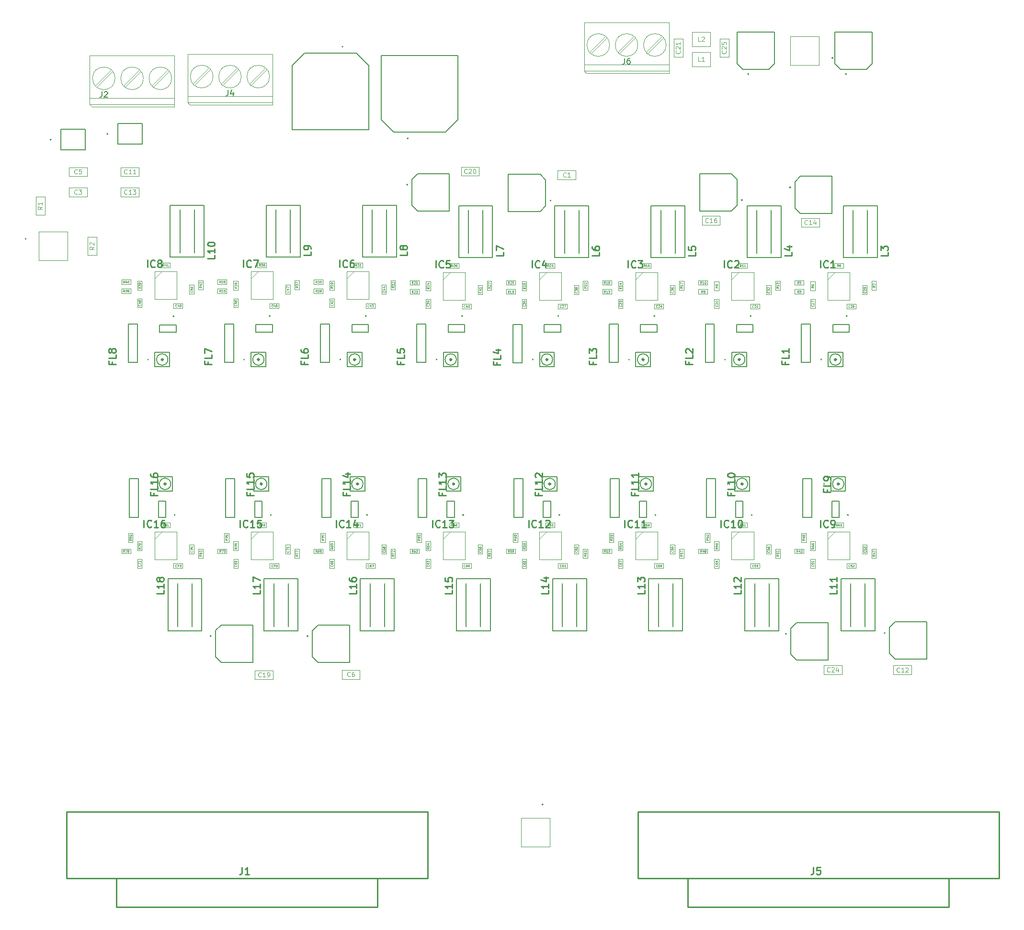
<source format=gbr>
G04 #@! TF.GenerationSoftware,KiCad,Pcbnew,(6.0.2)*
G04 #@! TF.CreationDate,2023-03-14T23:15:21-04:00*
G04 #@! TF.ProjectId,ARTIQAmp,41525449-5141-46d7-902e-6b696361645f,rev?*
G04 #@! TF.SameCoordinates,Original*
G04 #@! TF.FileFunction,AssemblyDrawing,Top*
%FSLAX46Y46*%
G04 Gerber Fmt 4.6, Leading zero omitted, Abs format (unit mm)*
G04 Created by KiCad (PCBNEW (6.0.2)) date 2023-03-14 23:15:21*
%MOMM*%
%LPD*%
G01*
G04 APERTURE LIST*
%ADD10C,0.120000*%
%ADD11C,0.060000*%
%ADD12C,0.150000*%
%ADD13C,0.254000*%
%ADD14C,0.100000*%
%ADD15C,0.200000*%
%ADD16C,0.127000*%
%ADD17C,0.300000*%
G04 APERTURE END LIST*
D10*
X37953904Y-58553333D02*
X37572952Y-58820000D01*
X37953904Y-59010476D02*
X37153904Y-59010476D01*
X37153904Y-58705714D01*
X37192000Y-58629523D01*
X37230095Y-58591428D01*
X37306285Y-58553333D01*
X37420571Y-58553333D01*
X37496761Y-58591428D01*
X37534857Y-58629523D01*
X37572952Y-58705714D01*
X37572952Y-59010476D01*
X37230095Y-58248571D02*
X37192000Y-58210476D01*
X37153904Y-58134285D01*
X37153904Y-57943809D01*
X37192000Y-57867619D01*
X37230095Y-57829523D01*
X37306285Y-57791428D01*
X37382476Y-57791428D01*
X37496761Y-57829523D01*
X37953904Y-58286666D01*
X37953904Y-57791428D01*
D11*
X72342857Y-112357142D02*
X72361904Y-112376190D01*
X72380952Y-112433333D01*
X72380952Y-112471428D01*
X72361904Y-112528571D01*
X72323809Y-112566666D01*
X72285714Y-112585714D01*
X72209523Y-112604761D01*
X72152380Y-112604761D01*
X72076190Y-112585714D01*
X72038095Y-112566666D01*
X72000000Y-112528571D01*
X71980952Y-112471428D01*
X71980952Y-112433333D01*
X72000000Y-112376190D01*
X72019047Y-112357142D01*
X71980952Y-112223809D02*
X71980952Y-111957142D01*
X72380952Y-112128571D01*
X72380952Y-111595238D02*
X72380952Y-111823809D01*
X72380952Y-111709523D02*
X71980952Y-111709523D01*
X72038095Y-111747619D01*
X72076190Y-111785714D01*
X72095238Y-111823809D01*
X63142857Y-114857142D02*
X63161904Y-114876190D01*
X63180952Y-114933333D01*
X63180952Y-114971428D01*
X63161904Y-115028571D01*
X63123809Y-115066666D01*
X63085714Y-115085714D01*
X63009523Y-115104761D01*
X62952380Y-115104761D01*
X62876190Y-115085714D01*
X62838095Y-115066666D01*
X62800000Y-115028571D01*
X62780952Y-114971428D01*
X62780952Y-114933333D01*
X62800000Y-114876190D01*
X62819047Y-114857142D01*
X62780952Y-114514285D02*
X62780952Y-114590476D01*
X62800000Y-114628571D01*
X62819047Y-114647619D01*
X62876190Y-114685714D01*
X62952380Y-114704761D01*
X63104761Y-114704761D01*
X63142857Y-114685714D01*
X63161904Y-114666666D01*
X63180952Y-114628571D01*
X63180952Y-114552380D01*
X63161904Y-114514285D01*
X63142857Y-114495238D01*
X63104761Y-114476190D01*
X63009523Y-114476190D01*
X62971428Y-114495238D01*
X62952380Y-114514285D01*
X62933333Y-114552380D01*
X62933333Y-114628571D01*
X62952380Y-114666666D01*
X62971428Y-114685714D01*
X63009523Y-114704761D01*
X63180952Y-114285714D02*
X63180952Y-114209523D01*
X63161904Y-114171428D01*
X63142857Y-114152380D01*
X63085714Y-114114285D01*
X63009523Y-114095238D01*
X62857142Y-114095238D01*
X62819047Y-114114285D01*
X62800000Y-114133333D01*
X62780952Y-114171428D01*
X62780952Y-114247619D01*
X62800000Y-114285714D01*
X62819047Y-114304761D01*
X62857142Y-114323809D01*
X62952380Y-114323809D01*
X62990476Y-114304761D01*
X63009523Y-114285714D01*
X63028571Y-114247619D01*
X63028571Y-114171428D01*
X63009523Y-114133333D01*
X62990476Y-114114285D01*
X62952380Y-114095238D01*
X69542857Y-115142857D02*
X69523809Y-115161904D01*
X69466666Y-115180952D01*
X69428571Y-115180952D01*
X69371428Y-115161904D01*
X69333333Y-115123809D01*
X69314285Y-115085714D01*
X69295238Y-115009523D01*
X69295238Y-114952380D01*
X69314285Y-114876190D01*
X69333333Y-114838095D01*
X69371428Y-114800000D01*
X69428571Y-114780952D01*
X69466666Y-114780952D01*
X69523809Y-114800000D01*
X69542857Y-114819047D01*
X69676190Y-114780952D02*
X69942857Y-114780952D01*
X69771428Y-115180952D01*
X70171428Y-114780952D02*
X70209523Y-114780952D01*
X70247619Y-114800000D01*
X70266666Y-114819047D01*
X70285714Y-114857142D01*
X70304761Y-114933333D01*
X70304761Y-115028571D01*
X70285714Y-115104761D01*
X70266666Y-115142857D01*
X70247619Y-115161904D01*
X70209523Y-115180952D01*
X70171428Y-115180952D01*
X70133333Y-115161904D01*
X70114285Y-115142857D01*
X70095238Y-115104761D01*
X70076190Y-115028571D01*
X70076190Y-114933333D01*
X70095238Y-114857142D01*
X70114285Y-114819047D01*
X70133333Y-114800000D01*
X70171428Y-114780952D01*
X89342857Y-112357142D02*
X89361904Y-112376190D01*
X89380952Y-112433333D01*
X89380952Y-112471428D01*
X89361904Y-112528571D01*
X89323809Y-112566666D01*
X89285714Y-112585714D01*
X89209523Y-112604761D01*
X89152380Y-112604761D01*
X89076190Y-112585714D01*
X89038095Y-112566666D01*
X89000000Y-112528571D01*
X88980952Y-112471428D01*
X88980952Y-112433333D01*
X89000000Y-112376190D01*
X89019047Y-112357142D01*
X88980952Y-112014285D02*
X88980952Y-112090476D01*
X89000000Y-112128571D01*
X89019047Y-112147619D01*
X89076190Y-112185714D01*
X89152380Y-112204761D01*
X89304761Y-112204761D01*
X89342857Y-112185714D01*
X89361904Y-112166666D01*
X89380952Y-112128571D01*
X89380952Y-112052380D01*
X89361904Y-112014285D01*
X89342857Y-111995238D01*
X89304761Y-111976190D01*
X89209523Y-111976190D01*
X89171428Y-111995238D01*
X89152380Y-112014285D01*
X89133333Y-112052380D01*
X89133333Y-112128571D01*
X89152380Y-112166666D01*
X89171428Y-112185714D01*
X89209523Y-112204761D01*
X89152380Y-111747619D02*
X89133333Y-111785714D01*
X89114285Y-111804761D01*
X89076190Y-111823809D01*
X89057142Y-111823809D01*
X89019047Y-111804761D01*
X89000000Y-111785714D01*
X88980952Y-111747619D01*
X88980952Y-111671428D01*
X89000000Y-111633333D01*
X89019047Y-111614285D01*
X89057142Y-111595238D01*
X89076190Y-111595238D01*
X89114285Y-111614285D01*
X89133333Y-111633333D01*
X89152380Y-111671428D01*
X89152380Y-111747619D01*
X89171428Y-111785714D01*
X89190476Y-111804761D01*
X89228571Y-111823809D01*
X89304761Y-111823809D01*
X89342857Y-111804761D01*
X89361904Y-111785714D01*
X89380952Y-111747619D01*
X89380952Y-111671428D01*
X89361904Y-111633333D01*
X89342857Y-111614285D01*
X89304761Y-111595238D01*
X89228571Y-111595238D01*
X89190476Y-111614285D01*
X89171428Y-111633333D01*
X89152380Y-111671428D01*
X80142857Y-114857142D02*
X80161904Y-114876190D01*
X80180952Y-114933333D01*
X80180952Y-114971428D01*
X80161904Y-115028571D01*
X80123809Y-115066666D01*
X80085714Y-115085714D01*
X80009523Y-115104761D01*
X79952380Y-115104761D01*
X79876190Y-115085714D01*
X79838095Y-115066666D01*
X79800000Y-115028571D01*
X79780952Y-114971428D01*
X79780952Y-114933333D01*
X79800000Y-114876190D01*
X79819047Y-114857142D01*
X79780952Y-114514285D02*
X79780952Y-114590476D01*
X79800000Y-114628571D01*
X79819047Y-114647619D01*
X79876190Y-114685714D01*
X79952380Y-114704761D01*
X80104761Y-114704761D01*
X80142857Y-114685714D01*
X80161904Y-114666666D01*
X80180952Y-114628571D01*
X80180952Y-114552380D01*
X80161904Y-114514285D01*
X80142857Y-114495238D01*
X80104761Y-114476190D01*
X80009523Y-114476190D01*
X79971428Y-114495238D01*
X79952380Y-114514285D01*
X79933333Y-114552380D01*
X79933333Y-114628571D01*
X79952380Y-114666666D01*
X79971428Y-114685714D01*
X80009523Y-114704761D01*
X79780952Y-114133333D02*
X79780952Y-114209523D01*
X79800000Y-114247619D01*
X79819047Y-114266666D01*
X79876190Y-114304761D01*
X79952380Y-114323809D01*
X80104761Y-114323809D01*
X80142857Y-114304761D01*
X80161904Y-114285714D01*
X80180952Y-114247619D01*
X80180952Y-114171428D01*
X80161904Y-114133333D01*
X80142857Y-114114285D01*
X80104761Y-114095238D01*
X80009523Y-114095238D01*
X79971428Y-114114285D01*
X79952380Y-114133333D01*
X79933333Y-114171428D01*
X79933333Y-114247619D01*
X79952380Y-114285714D01*
X79971428Y-114304761D01*
X80009523Y-114323809D01*
X86542857Y-115142857D02*
X86523809Y-115161904D01*
X86466666Y-115180952D01*
X86428571Y-115180952D01*
X86371428Y-115161904D01*
X86333333Y-115123809D01*
X86314285Y-115085714D01*
X86295238Y-115009523D01*
X86295238Y-114952380D01*
X86314285Y-114876190D01*
X86333333Y-114838095D01*
X86371428Y-114800000D01*
X86428571Y-114780952D01*
X86466666Y-114780952D01*
X86523809Y-114800000D01*
X86542857Y-114819047D01*
X86885714Y-114780952D02*
X86809523Y-114780952D01*
X86771428Y-114800000D01*
X86752380Y-114819047D01*
X86714285Y-114876190D01*
X86695238Y-114952380D01*
X86695238Y-115104761D01*
X86714285Y-115142857D01*
X86733333Y-115161904D01*
X86771428Y-115180952D01*
X86847619Y-115180952D01*
X86885714Y-115161904D01*
X86904761Y-115142857D01*
X86923809Y-115104761D01*
X86923809Y-115009523D01*
X86904761Y-114971428D01*
X86885714Y-114952380D01*
X86847619Y-114933333D01*
X86771428Y-114933333D01*
X86733333Y-114952380D01*
X86714285Y-114971428D01*
X86695238Y-115009523D01*
X87057142Y-114780952D02*
X87323809Y-114780952D01*
X87152380Y-115180952D01*
X106342857Y-112357142D02*
X106361904Y-112376190D01*
X106380952Y-112433333D01*
X106380952Y-112471428D01*
X106361904Y-112528571D01*
X106323809Y-112566666D01*
X106285714Y-112585714D01*
X106209523Y-112604761D01*
X106152380Y-112604761D01*
X106076190Y-112585714D01*
X106038095Y-112566666D01*
X106000000Y-112528571D01*
X105980952Y-112471428D01*
X105980952Y-112433333D01*
X106000000Y-112376190D01*
X106019047Y-112357142D01*
X105980952Y-112014285D02*
X105980952Y-112090476D01*
X106000000Y-112128571D01*
X106019047Y-112147619D01*
X106076190Y-112185714D01*
X106152380Y-112204761D01*
X106304761Y-112204761D01*
X106342857Y-112185714D01*
X106361904Y-112166666D01*
X106380952Y-112128571D01*
X106380952Y-112052380D01*
X106361904Y-112014285D01*
X106342857Y-111995238D01*
X106304761Y-111976190D01*
X106209523Y-111976190D01*
X106171428Y-111995238D01*
X106152380Y-112014285D01*
X106133333Y-112052380D01*
X106133333Y-112128571D01*
X106152380Y-112166666D01*
X106171428Y-112185714D01*
X106209523Y-112204761D01*
X105980952Y-111614285D02*
X105980952Y-111804761D01*
X106171428Y-111823809D01*
X106152380Y-111804761D01*
X106133333Y-111766666D01*
X106133333Y-111671428D01*
X106152380Y-111633333D01*
X106171428Y-111614285D01*
X106209523Y-111595238D01*
X106304761Y-111595238D01*
X106342857Y-111614285D01*
X106361904Y-111633333D01*
X106380952Y-111671428D01*
X106380952Y-111766666D01*
X106361904Y-111804761D01*
X106342857Y-111823809D01*
X97142857Y-114857142D02*
X97161904Y-114876190D01*
X97180952Y-114933333D01*
X97180952Y-114971428D01*
X97161904Y-115028571D01*
X97123809Y-115066666D01*
X97085714Y-115085714D01*
X97009523Y-115104761D01*
X96952380Y-115104761D01*
X96876190Y-115085714D01*
X96838095Y-115066666D01*
X96800000Y-115028571D01*
X96780952Y-114971428D01*
X96780952Y-114933333D01*
X96800000Y-114876190D01*
X96819047Y-114857142D01*
X96780952Y-114514285D02*
X96780952Y-114590476D01*
X96800000Y-114628571D01*
X96819047Y-114647619D01*
X96876190Y-114685714D01*
X96952380Y-114704761D01*
X97104761Y-114704761D01*
X97142857Y-114685714D01*
X97161904Y-114666666D01*
X97180952Y-114628571D01*
X97180952Y-114552380D01*
X97161904Y-114514285D01*
X97142857Y-114495238D01*
X97104761Y-114476190D01*
X97009523Y-114476190D01*
X96971428Y-114495238D01*
X96952380Y-114514285D01*
X96933333Y-114552380D01*
X96933333Y-114628571D01*
X96952380Y-114666666D01*
X96971428Y-114685714D01*
X97009523Y-114704761D01*
X96780952Y-114342857D02*
X96780952Y-114095238D01*
X96933333Y-114228571D01*
X96933333Y-114171428D01*
X96952380Y-114133333D01*
X96971428Y-114114285D01*
X97009523Y-114095238D01*
X97104761Y-114095238D01*
X97142857Y-114114285D01*
X97161904Y-114133333D01*
X97180952Y-114171428D01*
X97180952Y-114285714D01*
X97161904Y-114323809D01*
X97142857Y-114342857D01*
X103542857Y-115142857D02*
X103523809Y-115161904D01*
X103466666Y-115180952D01*
X103428571Y-115180952D01*
X103371428Y-115161904D01*
X103333333Y-115123809D01*
X103314285Y-115085714D01*
X103295238Y-115009523D01*
X103295238Y-114952380D01*
X103314285Y-114876190D01*
X103333333Y-114838095D01*
X103371428Y-114800000D01*
X103428571Y-114780952D01*
X103466666Y-114780952D01*
X103523809Y-114800000D01*
X103542857Y-114819047D01*
X103885714Y-114780952D02*
X103809523Y-114780952D01*
X103771428Y-114800000D01*
X103752380Y-114819047D01*
X103714285Y-114876190D01*
X103695238Y-114952380D01*
X103695238Y-115104761D01*
X103714285Y-115142857D01*
X103733333Y-115161904D01*
X103771428Y-115180952D01*
X103847619Y-115180952D01*
X103885714Y-115161904D01*
X103904761Y-115142857D01*
X103923809Y-115104761D01*
X103923809Y-115009523D01*
X103904761Y-114971428D01*
X103885714Y-114952380D01*
X103847619Y-114933333D01*
X103771428Y-114933333D01*
X103733333Y-114952380D01*
X103714285Y-114971428D01*
X103695238Y-115009523D01*
X104266666Y-114914285D02*
X104266666Y-115180952D01*
X104171428Y-114761904D02*
X104076190Y-115047619D01*
X104323809Y-115047619D01*
X131142857Y-114857142D02*
X131161904Y-114876190D01*
X131180952Y-114933333D01*
X131180952Y-114971428D01*
X131161904Y-115028571D01*
X131123809Y-115066666D01*
X131085714Y-115085714D01*
X131009523Y-115104761D01*
X130952380Y-115104761D01*
X130876190Y-115085714D01*
X130838095Y-115066666D01*
X130800000Y-115028571D01*
X130780952Y-114971428D01*
X130780952Y-114933333D01*
X130800000Y-114876190D01*
X130819047Y-114857142D01*
X130780952Y-114495238D02*
X130780952Y-114685714D01*
X130971428Y-114704761D01*
X130952380Y-114685714D01*
X130933333Y-114647619D01*
X130933333Y-114552380D01*
X130952380Y-114514285D01*
X130971428Y-114495238D01*
X131009523Y-114476190D01*
X131104761Y-114476190D01*
X131142857Y-114495238D01*
X131161904Y-114514285D01*
X131180952Y-114552380D01*
X131180952Y-114647619D01*
X131161904Y-114685714D01*
X131142857Y-114704761D01*
X130780952Y-114342857D02*
X130780952Y-114076190D01*
X131180952Y-114247619D01*
X137542857Y-115142857D02*
X137523809Y-115161904D01*
X137466666Y-115180952D01*
X137428571Y-115180952D01*
X137371428Y-115161904D01*
X137333333Y-115123809D01*
X137314285Y-115085714D01*
X137295238Y-115009523D01*
X137295238Y-114952380D01*
X137314285Y-114876190D01*
X137333333Y-114838095D01*
X137371428Y-114800000D01*
X137428571Y-114780952D01*
X137466666Y-114780952D01*
X137523809Y-114800000D01*
X137542857Y-114819047D01*
X137904761Y-114780952D02*
X137714285Y-114780952D01*
X137695238Y-114971428D01*
X137714285Y-114952380D01*
X137752380Y-114933333D01*
X137847619Y-114933333D01*
X137885714Y-114952380D01*
X137904761Y-114971428D01*
X137923809Y-115009523D01*
X137923809Y-115104761D01*
X137904761Y-115142857D01*
X137885714Y-115161904D01*
X137847619Y-115180952D01*
X137752380Y-115180952D01*
X137714285Y-115161904D01*
X137695238Y-115142857D01*
X138152380Y-114952380D02*
X138114285Y-114933333D01*
X138095238Y-114914285D01*
X138076190Y-114876190D01*
X138076190Y-114857142D01*
X138095238Y-114819047D01*
X138114285Y-114800000D01*
X138152380Y-114780952D01*
X138228571Y-114780952D01*
X138266666Y-114800000D01*
X138285714Y-114819047D01*
X138304761Y-114857142D01*
X138304761Y-114876190D01*
X138285714Y-114914285D01*
X138266666Y-114933333D01*
X138228571Y-114952380D01*
X138152380Y-114952380D01*
X138114285Y-114971428D01*
X138095238Y-114990476D01*
X138076190Y-115028571D01*
X138076190Y-115104761D01*
X138095238Y-115142857D01*
X138114285Y-115161904D01*
X138152380Y-115180952D01*
X138228571Y-115180952D01*
X138266666Y-115161904D01*
X138285714Y-115142857D01*
X138304761Y-115104761D01*
X138304761Y-115028571D01*
X138285714Y-114990476D01*
X138266666Y-114971428D01*
X138228571Y-114952380D01*
X157342857Y-112357142D02*
X157361904Y-112376190D01*
X157380952Y-112433333D01*
X157380952Y-112471428D01*
X157361904Y-112528571D01*
X157323809Y-112566666D01*
X157285714Y-112585714D01*
X157209523Y-112604761D01*
X157152380Y-112604761D01*
X157076190Y-112585714D01*
X157038095Y-112566666D01*
X157000000Y-112528571D01*
X156980952Y-112471428D01*
X156980952Y-112433333D01*
X157000000Y-112376190D01*
X157019047Y-112357142D01*
X156980952Y-111995238D02*
X156980952Y-112185714D01*
X157171428Y-112204761D01*
X157152380Y-112185714D01*
X157133333Y-112147619D01*
X157133333Y-112052380D01*
X157152380Y-112014285D01*
X157171428Y-111995238D01*
X157209523Y-111976190D01*
X157304761Y-111976190D01*
X157342857Y-111995238D01*
X157361904Y-112014285D01*
X157380952Y-112052380D01*
X157380952Y-112147619D01*
X157361904Y-112185714D01*
X157342857Y-112204761D01*
X156980952Y-111633333D02*
X156980952Y-111709523D01*
X157000000Y-111747619D01*
X157019047Y-111766666D01*
X157076190Y-111804761D01*
X157152380Y-111823809D01*
X157304761Y-111823809D01*
X157342857Y-111804761D01*
X157361904Y-111785714D01*
X157380952Y-111747619D01*
X157380952Y-111671428D01*
X157361904Y-111633333D01*
X157342857Y-111614285D01*
X157304761Y-111595238D01*
X157209523Y-111595238D01*
X157171428Y-111614285D01*
X157152380Y-111633333D01*
X157133333Y-111671428D01*
X157133333Y-111747619D01*
X157152380Y-111785714D01*
X157171428Y-111804761D01*
X157209523Y-111823809D01*
X148142857Y-114857142D02*
X148161904Y-114876190D01*
X148180952Y-114933333D01*
X148180952Y-114971428D01*
X148161904Y-115028571D01*
X148123809Y-115066666D01*
X148085714Y-115085714D01*
X148009523Y-115104761D01*
X147952380Y-115104761D01*
X147876190Y-115085714D01*
X147838095Y-115066666D01*
X147800000Y-115028571D01*
X147780952Y-114971428D01*
X147780952Y-114933333D01*
X147800000Y-114876190D01*
X147819047Y-114857142D01*
X147780952Y-114495238D02*
X147780952Y-114685714D01*
X147971428Y-114704761D01*
X147952380Y-114685714D01*
X147933333Y-114647619D01*
X147933333Y-114552380D01*
X147952380Y-114514285D01*
X147971428Y-114495238D01*
X148009523Y-114476190D01*
X148104761Y-114476190D01*
X148142857Y-114495238D01*
X148161904Y-114514285D01*
X148180952Y-114552380D01*
X148180952Y-114647619D01*
X148161904Y-114685714D01*
X148142857Y-114704761D01*
X147914285Y-114133333D02*
X148180952Y-114133333D01*
X147761904Y-114228571D02*
X148047619Y-114323809D01*
X148047619Y-114076190D01*
X154542857Y-115142857D02*
X154523809Y-115161904D01*
X154466666Y-115180952D01*
X154428571Y-115180952D01*
X154371428Y-115161904D01*
X154333333Y-115123809D01*
X154314285Y-115085714D01*
X154295238Y-115009523D01*
X154295238Y-114952380D01*
X154314285Y-114876190D01*
X154333333Y-114838095D01*
X154371428Y-114800000D01*
X154428571Y-114780952D01*
X154466666Y-114780952D01*
X154523809Y-114800000D01*
X154542857Y-114819047D01*
X154904761Y-114780952D02*
X154714285Y-114780952D01*
X154695238Y-114971428D01*
X154714285Y-114952380D01*
X154752380Y-114933333D01*
X154847619Y-114933333D01*
X154885714Y-114952380D01*
X154904761Y-114971428D01*
X154923809Y-115009523D01*
X154923809Y-115104761D01*
X154904761Y-115142857D01*
X154885714Y-115161904D01*
X154847619Y-115180952D01*
X154752380Y-115180952D01*
X154714285Y-115161904D01*
X154695238Y-115142857D01*
X155285714Y-114780952D02*
X155095238Y-114780952D01*
X155076190Y-114971428D01*
X155095238Y-114952380D01*
X155133333Y-114933333D01*
X155228571Y-114933333D01*
X155266666Y-114952380D01*
X155285714Y-114971428D01*
X155304761Y-115009523D01*
X155304761Y-115104761D01*
X155285714Y-115142857D01*
X155266666Y-115161904D01*
X155228571Y-115180952D01*
X155133333Y-115180952D01*
X155095238Y-115161904D01*
X155076190Y-115142857D01*
D12*
X39336666Y-31110380D02*
X39336666Y-31824666D01*
X39289047Y-31967523D01*
X39193809Y-32062761D01*
X39050952Y-32110380D01*
X38955714Y-32110380D01*
X39765238Y-31205619D02*
X39812857Y-31158000D01*
X39908095Y-31110380D01*
X40146190Y-31110380D01*
X40241428Y-31158000D01*
X40289047Y-31205619D01*
X40336666Y-31300857D01*
X40336666Y-31396095D01*
X40289047Y-31538952D01*
X39717619Y-32110380D01*
X40336666Y-32110380D01*
D13*
X165109666Y-168312523D02*
X165109666Y-169219666D01*
X165049190Y-169401095D01*
X164928238Y-169522047D01*
X164746809Y-169582523D01*
X164625857Y-169582523D01*
X166319190Y-168312523D02*
X165714428Y-168312523D01*
X165653952Y-168917285D01*
X165714428Y-168856809D01*
X165835380Y-168796333D01*
X166137761Y-168796333D01*
X166258714Y-168856809D01*
X166319190Y-168917285D01*
X166379666Y-169038238D01*
X166379666Y-169340619D01*
X166319190Y-169461571D01*
X166258714Y-169522047D01*
X166137761Y-169582523D01*
X165835380Y-169582523D01*
X165714428Y-169522047D01*
X165653952Y-169461571D01*
D11*
X60342857Y-112580952D02*
X60209523Y-112390476D01*
X60114285Y-112580952D02*
X60114285Y-112180952D01*
X60266666Y-112180952D01*
X60304761Y-112200000D01*
X60323809Y-112219047D01*
X60342857Y-112257142D01*
X60342857Y-112314285D01*
X60323809Y-112352380D01*
X60304761Y-112371428D01*
X60266666Y-112390476D01*
X60114285Y-112390476D01*
X60476190Y-112180952D02*
X60742857Y-112180952D01*
X60571428Y-112580952D01*
X60857142Y-112180952D02*
X61104761Y-112180952D01*
X60971428Y-112333333D01*
X61028571Y-112333333D01*
X61066666Y-112352380D01*
X61085714Y-112371428D01*
X61104761Y-112409523D01*
X61104761Y-112504761D01*
X61085714Y-112542857D01*
X61066666Y-112561904D01*
X61028571Y-112580952D01*
X60914285Y-112580952D01*
X60876190Y-112561904D01*
X60857142Y-112542857D01*
X67342857Y-107980952D02*
X67209523Y-107790476D01*
X67114285Y-107980952D02*
X67114285Y-107580952D01*
X67266666Y-107580952D01*
X67304761Y-107600000D01*
X67323809Y-107619047D01*
X67342857Y-107657142D01*
X67342857Y-107714285D01*
X67323809Y-107752380D01*
X67304761Y-107771428D01*
X67266666Y-107790476D01*
X67114285Y-107790476D01*
X67476190Y-107580952D02*
X67742857Y-107580952D01*
X67571428Y-107980952D01*
X68066666Y-107580952D02*
X67990476Y-107580952D01*
X67952380Y-107600000D01*
X67933333Y-107619047D01*
X67895238Y-107676190D01*
X67876190Y-107752380D01*
X67876190Y-107904761D01*
X67895238Y-107942857D01*
X67914285Y-107961904D01*
X67952380Y-107980952D01*
X68028571Y-107980952D01*
X68066666Y-107961904D01*
X68085714Y-107942857D01*
X68104761Y-107904761D01*
X68104761Y-107809523D01*
X68085714Y-107771428D01*
X68066666Y-107752380D01*
X68028571Y-107733333D01*
X67952380Y-107733333D01*
X67914285Y-107752380D01*
X67895238Y-107771428D01*
X67876190Y-107809523D01*
X77342857Y-112580952D02*
X77209523Y-112390476D01*
X77114285Y-112580952D02*
X77114285Y-112180952D01*
X77266666Y-112180952D01*
X77304761Y-112200000D01*
X77323809Y-112219047D01*
X77342857Y-112257142D01*
X77342857Y-112314285D01*
X77323809Y-112352380D01*
X77304761Y-112371428D01*
X77266666Y-112390476D01*
X77114285Y-112390476D01*
X77685714Y-112180952D02*
X77609523Y-112180952D01*
X77571428Y-112200000D01*
X77552380Y-112219047D01*
X77514285Y-112276190D01*
X77495238Y-112352380D01*
X77495238Y-112504761D01*
X77514285Y-112542857D01*
X77533333Y-112561904D01*
X77571428Y-112580952D01*
X77647619Y-112580952D01*
X77685714Y-112561904D01*
X77704761Y-112542857D01*
X77723809Y-112504761D01*
X77723809Y-112409523D01*
X77704761Y-112371428D01*
X77685714Y-112352380D01*
X77647619Y-112333333D01*
X77571428Y-112333333D01*
X77533333Y-112352380D01*
X77514285Y-112371428D01*
X77495238Y-112409523D01*
X77952380Y-112352380D02*
X77914285Y-112333333D01*
X77895238Y-112314285D01*
X77876190Y-112276190D01*
X77876190Y-112257142D01*
X77895238Y-112219047D01*
X77914285Y-112200000D01*
X77952380Y-112180952D01*
X78028571Y-112180952D01*
X78066666Y-112200000D01*
X78085714Y-112219047D01*
X78104761Y-112257142D01*
X78104761Y-112276190D01*
X78085714Y-112314285D01*
X78066666Y-112333333D01*
X78028571Y-112352380D01*
X77952380Y-112352380D01*
X77914285Y-112371428D01*
X77895238Y-112390476D01*
X77876190Y-112428571D01*
X77876190Y-112504761D01*
X77895238Y-112542857D01*
X77914285Y-112561904D01*
X77952380Y-112580952D01*
X78028571Y-112580952D01*
X78066666Y-112561904D01*
X78085714Y-112542857D01*
X78104761Y-112504761D01*
X78104761Y-112428571D01*
X78085714Y-112390476D01*
X78066666Y-112371428D01*
X78028571Y-112352380D01*
X84342857Y-107980952D02*
X84209523Y-107790476D01*
X84114285Y-107980952D02*
X84114285Y-107580952D01*
X84266666Y-107580952D01*
X84304761Y-107600000D01*
X84323809Y-107619047D01*
X84342857Y-107657142D01*
X84342857Y-107714285D01*
X84323809Y-107752380D01*
X84304761Y-107771428D01*
X84266666Y-107790476D01*
X84114285Y-107790476D01*
X84476190Y-107580952D02*
X84742857Y-107580952D01*
X84571428Y-107980952D01*
X85104761Y-107980952D02*
X84876190Y-107980952D01*
X84990476Y-107980952D02*
X84990476Y-107580952D01*
X84952380Y-107638095D01*
X84914285Y-107676190D01*
X84876190Y-107695238D01*
X94342857Y-112580952D02*
X94209523Y-112390476D01*
X94114285Y-112580952D02*
X94114285Y-112180952D01*
X94266666Y-112180952D01*
X94304761Y-112200000D01*
X94323809Y-112219047D01*
X94342857Y-112257142D01*
X94342857Y-112314285D01*
X94323809Y-112352380D01*
X94304761Y-112371428D01*
X94266666Y-112390476D01*
X94114285Y-112390476D01*
X94685714Y-112180952D02*
X94609523Y-112180952D01*
X94571428Y-112200000D01*
X94552380Y-112219047D01*
X94514285Y-112276190D01*
X94495238Y-112352380D01*
X94495238Y-112504761D01*
X94514285Y-112542857D01*
X94533333Y-112561904D01*
X94571428Y-112580952D01*
X94647619Y-112580952D01*
X94685714Y-112561904D01*
X94704761Y-112542857D01*
X94723809Y-112504761D01*
X94723809Y-112409523D01*
X94704761Y-112371428D01*
X94685714Y-112352380D01*
X94647619Y-112333333D01*
X94571428Y-112333333D01*
X94533333Y-112352380D01*
X94514285Y-112371428D01*
X94495238Y-112409523D01*
X94857142Y-112180952D02*
X95104761Y-112180952D01*
X94971428Y-112333333D01*
X95028571Y-112333333D01*
X95066666Y-112352380D01*
X95085714Y-112371428D01*
X95104761Y-112409523D01*
X95104761Y-112504761D01*
X95085714Y-112542857D01*
X95066666Y-112561904D01*
X95028571Y-112580952D01*
X94914285Y-112580952D01*
X94876190Y-112561904D01*
X94857142Y-112542857D01*
X101342857Y-107980952D02*
X101209523Y-107790476D01*
X101114285Y-107980952D02*
X101114285Y-107580952D01*
X101266666Y-107580952D01*
X101304761Y-107600000D01*
X101323809Y-107619047D01*
X101342857Y-107657142D01*
X101342857Y-107714285D01*
X101323809Y-107752380D01*
X101304761Y-107771428D01*
X101266666Y-107790476D01*
X101114285Y-107790476D01*
X101685714Y-107580952D02*
X101609523Y-107580952D01*
X101571428Y-107600000D01*
X101552380Y-107619047D01*
X101514285Y-107676190D01*
X101495238Y-107752380D01*
X101495238Y-107904761D01*
X101514285Y-107942857D01*
X101533333Y-107961904D01*
X101571428Y-107980952D01*
X101647619Y-107980952D01*
X101685714Y-107961904D01*
X101704761Y-107942857D01*
X101723809Y-107904761D01*
X101723809Y-107809523D01*
X101704761Y-107771428D01*
X101685714Y-107752380D01*
X101647619Y-107733333D01*
X101571428Y-107733333D01*
X101533333Y-107752380D01*
X101514285Y-107771428D01*
X101495238Y-107809523D01*
X102066666Y-107580952D02*
X101990476Y-107580952D01*
X101952380Y-107600000D01*
X101933333Y-107619047D01*
X101895238Y-107676190D01*
X101876190Y-107752380D01*
X101876190Y-107904761D01*
X101895238Y-107942857D01*
X101914285Y-107961904D01*
X101952380Y-107980952D01*
X102028571Y-107980952D01*
X102066666Y-107961904D01*
X102085714Y-107942857D01*
X102104761Y-107904761D01*
X102104761Y-107809523D01*
X102085714Y-107771428D01*
X102066666Y-107752380D01*
X102028571Y-107733333D01*
X101952380Y-107733333D01*
X101914285Y-107752380D01*
X101895238Y-107771428D01*
X101876190Y-107809523D01*
X95580952Y-110257142D02*
X95390476Y-110390476D01*
X95580952Y-110485714D02*
X95180952Y-110485714D01*
X95180952Y-110333333D01*
X95200000Y-110295238D01*
X95219047Y-110276190D01*
X95257142Y-110257142D01*
X95314285Y-110257142D01*
X95352380Y-110276190D01*
X95371428Y-110295238D01*
X95390476Y-110333333D01*
X95390476Y-110485714D01*
X95180952Y-109914285D02*
X95180952Y-109990476D01*
X95200000Y-110028571D01*
X95219047Y-110047619D01*
X95276190Y-110085714D01*
X95352380Y-110104761D01*
X95504761Y-110104761D01*
X95542857Y-110085714D01*
X95561904Y-110066666D01*
X95580952Y-110028571D01*
X95580952Y-109952380D01*
X95561904Y-109914285D01*
X95542857Y-109895238D01*
X95504761Y-109876190D01*
X95409523Y-109876190D01*
X95371428Y-109895238D01*
X95352380Y-109914285D01*
X95333333Y-109952380D01*
X95333333Y-110028571D01*
X95352380Y-110066666D01*
X95371428Y-110085714D01*
X95409523Y-110104761D01*
X95180952Y-109514285D02*
X95180952Y-109704761D01*
X95371428Y-109723809D01*
X95352380Y-109704761D01*
X95333333Y-109666666D01*
X95333333Y-109571428D01*
X95352380Y-109533333D01*
X95371428Y-109514285D01*
X95409523Y-109495238D01*
X95504761Y-109495238D01*
X95542857Y-109514285D01*
X95561904Y-109533333D01*
X95580952Y-109571428D01*
X95580952Y-109666666D01*
X95561904Y-109704761D01*
X95542857Y-109723809D01*
X128342857Y-112580952D02*
X128209523Y-112390476D01*
X128114285Y-112580952D02*
X128114285Y-112180952D01*
X128266666Y-112180952D01*
X128304761Y-112200000D01*
X128323809Y-112219047D01*
X128342857Y-112257142D01*
X128342857Y-112314285D01*
X128323809Y-112352380D01*
X128304761Y-112371428D01*
X128266666Y-112390476D01*
X128114285Y-112390476D01*
X128704761Y-112180952D02*
X128514285Y-112180952D01*
X128495238Y-112371428D01*
X128514285Y-112352380D01*
X128552380Y-112333333D01*
X128647619Y-112333333D01*
X128685714Y-112352380D01*
X128704761Y-112371428D01*
X128723809Y-112409523D01*
X128723809Y-112504761D01*
X128704761Y-112542857D01*
X128685714Y-112561904D01*
X128647619Y-112580952D01*
X128552380Y-112580952D01*
X128514285Y-112561904D01*
X128495238Y-112542857D01*
X128857142Y-112180952D02*
X129104761Y-112180952D01*
X128971428Y-112333333D01*
X129028571Y-112333333D01*
X129066666Y-112352380D01*
X129085714Y-112371428D01*
X129104761Y-112409523D01*
X129104761Y-112504761D01*
X129085714Y-112542857D01*
X129066666Y-112561904D01*
X129028571Y-112580952D01*
X128914285Y-112580952D01*
X128876190Y-112561904D01*
X128857142Y-112542857D01*
X129580952Y-110257142D02*
X129390476Y-110390476D01*
X129580952Y-110485714D02*
X129180952Y-110485714D01*
X129180952Y-110333333D01*
X129200000Y-110295238D01*
X129219047Y-110276190D01*
X129257142Y-110257142D01*
X129314285Y-110257142D01*
X129352380Y-110276190D01*
X129371428Y-110295238D01*
X129390476Y-110333333D01*
X129390476Y-110485714D01*
X129180952Y-109895238D02*
X129180952Y-110085714D01*
X129371428Y-110104761D01*
X129352380Y-110085714D01*
X129333333Y-110047619D01*
X129333333Y-109952380D01*
X129352380Y-109914285D01*
X129371428Y-109895238D01*
X129409523Y-109876190D01*
X129504761Y-109876190D01*
X129542857Y-109895238D01*
X129561904Y-109914285D01*
X129580952Y-109952380D01*
X129580952Y-110047619D01*
X129561904Y-110085714D01*
X129542857Y-110104761D01*
X129180952Y-109514285D02*
X129180952Y-109704761D01*
X129371428Y-109723809D01*
X129352380Y-109704761D01*
X129333333Y-109666666D01*
X129333333Y-109571428D01*
X129352380Y-109533333D01*
X129371428Y-109514285D01*
X129409523Y-109495238D01*
X129504761Y-109495238D01*
X129542857Y-109514285D01*
X129561904Y-109533333D01*
X129580952Y-109571428D01*
X129580952Y-109666666D01*
X129561904Y-109704761D01*
X129542857Y-109723809D01*
X145342857Y-112580952D02*
X145209523Y-112390476D01*
X145114285Y-112580952D02*
X145114285Y-112180952D01*
X145266666Y-112180952D01*
X145304761Y-112200000D01*
X145323809Y-112219047D01*
X145342857Y-112257142D01*
X145342857Y-112314285D01*
X145323809Y-112352380D01*
X145304761Y-112371428D01*
X145266666Y-112390476D01*
X145114285Y-112390476D01*
X145685714Y-112314285D02*
X145685714Y-112580952D01*
X145590476Y-112161904D02*
X145495238Y-112447619D01*
X145742857Y-112447619D01*
X145952380Y-112352380D02*
X145914285Y-112333333D01*
X145895238Y-112314285D01*
X145876190Y-112276190D01*
X145876190Y-112257142D01*
X145895238Y-112219047D01*
X145914285Y-112200000D01*
X145952380Y-112180952D01*
X146028571Y-112180952D01*
X146066666Y-112200000D01*
X146085714Y-112219047D01*
X146104761Y-112257142D01*
X146104761Y-112276190D01*
X146085714Y-112314285D01*
X146066666Y-112333333D01*
X146028571Y-112352380D01*
X145952380Y-112352380D01*
X145914285Y-112371428D01*
X145895238Y-112390476D01*
X145876190Y-112428571D01*
X145876190Y-112504761D01*
X145895238Y-112542857D01*
X145914285Y-112561904D01*
X145952380Y-112580952D01*
X146028571Y-112580952D01*
X146066666Y-112561904D01*
X146085714Y-112542857D01*
X146104761Y-112504761D01*
X146104761Y-112428571D01*
X146085714Y-112390476D01*
X146066666Y-112371428D01*
X146028571Y-112352380D01*
X152342857Y-107980952D02*
X152209523Y-107790476D01*
X152114285Y-107980952D02*
X152114285Y-107580952D01*
X152266666Y-107580952D01*
X152304761Y-107600000D01*
X152323809Y-107619047D01*
X152342857Y-107657142D01*
X152342857Y-107714285D01*
X152323809Y-107752380D01*
X152304761Y-107771428D01*
X152266666Y-107790476D01*
X152114285Y-107790476D01*
X152704761Y-107580952D02*
X152514285Y-107580952D01*
X152495238Y-107771428D01*
X152514285Y-107752380D01*
X152552380Y-107733333D01*
X152647619Y-107733333D01*
X152685714Y-107752380D01*
X152704761Y-107771428D01*
X152723809Y-107809523D01*
X152723809Y-107904761D01*
X152704761Y-107942857D01*
X152685714Y-107961904D01*
X152647619Y-107980952D01*
X152552380Y-107980952D01*
X152514285Y-107961904D01*
X152495238Y-107942857D01*
X153104761Y-107980952D02*
X152876190Y-107980952D01*
X152990476Y-107980952D02*
X152990476Y-107580952D01*
X152952380Y-107638095D01*
X152914285Y-107676190D01*
X152876190Y-107695238D01*
X146580952Y-110257142D02*
X146390476Y-110390476D01*
X146580952Y-110485714D02*
X146180952Y-110485714D01*
X146180952Y-110333333D01*
X146200000Y-110295238D01*
X146219047Y-110276190D01*
X146257142Y-110257142D01*
X146314285Y-110257142D01*
X146352380Y-110276190D01*
X146371428Y-110295238D01*
X146390476Y-110333333D01*
X146390476Y-110485714D01*
X146180952Y-109895238D02*
X146180952Y-110085714D01*
X146371428Y-110104761D01*
X146352380Y-110085714D01*
X146333333Y-110047619D01*
X146333333Y-109952380D01*
X146352380Y-109914285D01*
X146371428Y-109895238D01*
X146409523Y-109876190D01*
X146504761Y-109876190D01*
X146542857Y-109895238D01*
X146561904Y-109914285D01*
X146580952Y-109952380D01*
X146580952Y-110047619D01*
X146561904Y-110085714D01*
X146542857Y-110104761D01*
X146180952Y-109628571D02*
X146180952Y-109590476D01*
X146200000Y-109552380D01*
X146219047Y-109533333D01*
X146257142Y-109514285D01*
X146333333Y-109495238D01*
X146428571Y-109495238D01*
X146504761Y-109514285D01*
X146542857Y-109533333D01*
X146561904Y-109552380D01*
X146580952Y-109590476D01*
X146580952Y-109628571D01*
X146561904Y-109666666D01*
X146542857Y-109685714D01*
X146504761Y-109704761D01*
X146428571Y-109723809D01*
X146333333Y-109723809D01*
X146257142Y-109704761D01*
X146219047Y-109685714D01*
X146200000Y-109666666D01*
X146180952Y-109628571D01*
D13*
X65509285Y-102142142D02*
X65509285Y-102565476D01*
X66174523Y-102565476D02*
X64904523Y-102565476D01*
X64904523Y-101960714D01*
X66174523Y-100872142D02*
X66174523Y-101476904D01*
X64904523Y-101476904D01*
X66174523Y-99783571D02*
X66174523Y-100509285D01*
X66174523Y-100146428D02*
X64904523Y-100146428D01*
X65085952Y-100267380D01*
X65206904Y-100388333D01*
X65267380Y-100509285D01*
X64904523Y-98634523D02*
X64904523Y-99239285D01*
X65509285Y-99299761D01*
X65448809Y-99239285D01*
X65388333Y-99118333D01*
X65388333Y-98815952D01*
X65448809Y-98695000D01*
X65509285Y-98634523D01*
X65630238Y-98574047D01*
X65932619Y-98574047D01*
X66053571Y-98634523D01*
X66114047Y-98695000D01*
X66174523Y-98815952D01*
X66174523Y-99118333D01*
X66114047Y-99239285D01*
X66053571Y-99299761D01*
X82509285Y-102142142D02*
X82509285Y-102565476D01*
X83174523Y-102565476D02*
X81904523Y-102565476D01*
X81904523Y-101960714D01*
X83174523Y-100872142D02*
X83174523Y-101476904D01*
X81904523Y-101476904D01*
X83174523Y-99783571D02*
X83174523Y-100509285D01*
X83174523Y-100146428D02*
X81904523Y-100146428D01*
X82085952Y-100267380D01*
X82206904Y-100388333D01*
X82267380Y-100509285D01*
X82327857Y-98695000D02*
X83174523Y-98695000D01*
X81844047Y-98997380D02*
X82751190Y-99299761D01*
X82751190Y-98513571D01*
X99509285Y-102142142D02*
X99509285Y-102565476D01*
X100174523Y-102565476D02*
X98904523Y-102565476D01*
X98904523Y-101960714D01*
X100174523Y-100872142D02*
X100174523Y-101476904D01*
X98904523Y-101476904D01*
X100174523Y-99783571D02*
X100174523Y-100509285D01*
X100174523Y-100146428D02*
X98904523Y-100146428D01*
X99085952Y-100267380D01*
X99206904Y-100388333D01*
X99267380Y-100509285D01*
X98904523Y-99360238D02*
X98904523Y-98574047D01*
X99388333Y-98997380D01*
X99388333Y-98815952D01*
X99448809Y-98695000D01*
X99509285Y-98634523D01*
X99630238Y-98574047D01*
X99932619Y-98574047D01*
X100053571Y-98634523D01*
X100114047Y-98695000D01*
X100174523Y-98815952D01*
X100174523Y-99178809D01*
X100114047Y-99299761D01*
X100053571Y-99360238D01*
X133509285Y-102142142D02*
X133509285Y-102565476D01*
X134174523Y-102565476D02*
X132904523Y-102565476D01*
X132904523Y-101960714D01*
X134174523Y-100872142D02*
X134174523Y-101476904D01*
X132904523Y-101476904D01*
X134174523Y-99783571D02*
X134174523Y-100509285D01*
X134174523Y-100146428D02*
X132904523Y-100146428D01*
X133085952Y-100267380D01*
X133206904Y-100388333D01*
X133267380Y-100509285D01*
X134174523Y-98574047D02*
X134174523Y-99299761D01*
X134174523Y-98936904D02*
X132904523Y-98936904D01*
X133085952Y-99057857D01*
X133206904Y-99178809D01*
X133267380Y-99299761D01*
X150509285Y-102142142D02*
X150509285Y-102565476D01*
X151174523Y-102565476D02*
X149904523Y-102565476D01*
X149904523Y-101960714D01*
X151174523Y-100872142D02*
X151174523Y-101476904D01*
X149904523Y-101476904D01*
X151174523Y-99783571D02*
X151174523Y-100509285D01*
X151174523Y-100146428D02*
X149904523Y-100146428D01*
X150085952Y-100267380D01*
X150206904Y-100388333D01*
X150267380Y-100509285D01*
X149904523Y-98997380D02*
X149904523Y-98876428D01*
X149965000Y-98755476D01*
X150025476Y-98695000D01*
X150146428Y-98634523D01*
X150388333Y-98574047D01*
X150690714Y-98574047D01*
X150932619Y-98634523D01*
X151053571Y-98695000D01*
X151114047Y-98755476D01*
X151174523Y-98876428D01*
X151174523Y-98997380D01*
X151114047Y-99118333D01*
X151053571Y-99178809D01*
X150932619Y-99239285D01*
X150690714Y-99299761D01*
X150388333Y-99299761D01*
X150146428Y-99239285D01*
X150025476Y-99178809D01*
X149965000Y-99118333D01*
X149904523Y-98997380D01*
D11*
X169342857Y-107980952D02*
X169209523Y-107790476D01*
X169114285Y-107980952D02*
X169114285Y-107580952D01*
X169266666Y-107580952D01*
X169304761Y-107600000D01*
X169323809Y-107619047D01*
X169342857Y-107657142D01*
X169342857Y-107714285D01*
X169323809Y-107752380D01*
X169304761Y-107771428D01*
X169266666Y-107790476D01*
X169114285Y-107790476D01*
X169685714Y-107714285D02*
X169685714Y-107980952D01*
X169590476Y-107561904D02*
X169495238Y-107847619D01*
X169742857Y-107847619D01*
X170066666Y-107580952D02*
X169990476Y-107580952D01*
X169952380Y-107600000D01*
X169933333Y-107619047D01*
X169895238Y-107676190D01*
X169876190Y-107752380D01*
X169876190Y-107904761D01*
X169895238Y-107942857D01*
X169914285Y-107961904D01*
X169952380Y-107980952D01*
X170028571Y-107980952D01*
X170066666Y-107961904D01*
X170085714Y-107942857D01*
X170104761Y-107904761D01*
X170104761Y-107809523D01*
X170085714Y-107771428D01*
X170066666Y-107752380D01*
X170028571Y-107733333D01*
X169952380Y-107733333D01*
X169914285Y-107752380D01*
X169895238Y-107771428D01*
X169876190Y-107809523D01*
X162342857Y-112580952D02*
X162209523Y-112390476D01*
X162114285Y-112580952D02*
X162114285Y-112180952D01*
X162266666Y-112180952D01*
X162304761Y-112200000D01*
X162323809Y-112219047D01*
X162342857Y-112257142D01*
X162342857Y-112314285D01*
X162323809Y-112352380D01*
X162304761Y-112371428D01*
X162266666Y-112390476D01*
X162114285Y-112390476D01*
X162685714Y-112314285D02*
X162685714Y-112580952D01*
X162590476Y-112161904D02*
X162495238Y-112447619D01*
X162742857Y-112447619D01*
X162857142Y-112180952D02*
X163104761Y-112180952D01*
X162971428Y-112333333D01*
X163028571Y-112333333D01*
X163066666Y-112352380D01*
X163085714Y-112371428D01*
X163104761Y-112409523D01*
X163104761Y-112504761D01*
X163085714Y-112542857D01*
X163066666Y-112561904D01*
X163028571Y-112580952D01*
X162914285Y-112580952D01*
X162876190Y-112561904D01*
X162857142Y-112542857D01*
X163580952Y-110257142D02*
X163390476Y-110390476D01*
X163580952Y-110485714D02*
X163180952Y-110485714D01*
X163180952Y-110333333D01*
X163200000Y-110295238D01*
X163219047Y-110276190D01*
X163257142Y-110257142D01*
X163314285Y-110257142D01*
X163352380Y-110276190D01*
X163371428Y-110295238D01*
X163390476Y-110333333D01*
X163390476Y-110485714D01*
X163314285Y-109914285D02*
X163580952Y-109914285D01*
X163161904Y-110009523D02*
X163447619Y-110104761D01*
X163447619Y-109857142D01*
X163180952Y-109514285D02*
X163180952Y-109704761D01*
X163371428Y-109723809D01*
X163352380Y-109704761D01*
X163333333Y-109666666D01*
X163333333Y-109571428D01*
X163352380Y-109533333D01*
X163371428Y-109514285D01*
X163409523Y-109495238D01*
X163504761Y-109495238D01*
X163542857Y-109514285D01*
X163561904Y-109533333D01*
X163580952Y-109571428D01*
X163580952Y-109666666D01*
X163561904Y-109704761D01*
X163542857Y-109723809D01*
D13*
X167509285Y-101537380D02*
X167509285Y-101960714D01*
X168174523Y-101960714D02*
X166904523Y-101960714D01*
X166904523Y-101355952D01*
X168174523Y-100267380D02*
X168174523Y-100872142D01*
X166904523Y-100872142D01*
X168174523Y-99783571D02*
X168174523Y-99541666D01*
X168114047Y-99420714D01*
X168053571Y-99360238D01*
X167872142Y-99239285D01*
X167630238Y-99178809D01*
X167146428Y-99178809D01*
X167025476Y-99239285D01*
X166965000Y-99299761D01*
X166904523Y-99420714D01*
X166904523Y-99662619D01*
X166965000Y-99783571D01*
X167025476Y-99844047D01*
X167146428Y-99904523D01*
X167448809Y-99904523D01*
X167569761Y-99844047D01*
X167630238Y-99783571D01*
X167690714Y-99662619D01*
X167690714Y-99420714D01*
X167630238Y-99299761D01*
X167569761Y-99239285D01*
X167448809Y-99178809D01*
D11*
X174342857Y-112357142D02*
X174361904Y-112376190D01*
X174380952Y-112433333D01*
X174380952Y-112471428D01*
X174361904Y-112528571D01*
X174323809Y-112566666D01*
X174285714Y-112585714D01*
X174209523Y-112604761D01*
X174152380Y-112604761D01*
X174076190Y-112585714D01*
X174038095Y-112566666D01*
X174000000Y-112528571D01*
X173980952Y-112471428D01*
X173980952Y-112433333D01*
X174000000Y-112376190D01*
X174019047Y-112357142D01*
X173980952Y-111995238D02*
X173980952Y-112185714D01*
X174171428Y-112204761D01*
X174152380Y-112185714D01*
X174133333Y-112147619D01*
X174133333Y-112052380D01*
X174152380Y-112014285D01*
X174171428Y-111995238D01*
X174209523Y-111976190D01*
X174304761Y-111976190D01*
X174342857Y-111995238D01*
X174361904Y-112014285D01*
X174380952Y-112052380D01*
X174380952Y-112147619D01*
X174361904Y-112185714D01*
X174342857Y-112204761D01*
X173980952Y-111842857D02*
X173980952Y-111595238D01*
X174133333Y-111728571D01*
X174133333Y-111671428D01*
X174152380Y-111633333D01*
X174171428Y-111614285D01*
X174209523Y-111595238D01*
X174304761Y-111595238D01*
X174342857Y-111614285D01*
X174361904Y-111633333D01*
X174380952Y-111671428D01*
X174380952Y-111785714D01*
X174361904Y-111823809D01*
X174342857Y-111842857D01*
X171542857Y-115142857D02*
X171523809Y-115161904D01*
X171466666Y-115180952D01*
X171428571Y-115180952D01*
X171371428Y-115161904D01*
X171333333Y-115123809D01*
X171314285Y-115085714D01*
X171295238Y-115009523D01*
X171295238Y-114952380D01*
X171314285Y-114876190D01*
X171333333Y-114838095D01*
X171371428Y-114800000D01*
X171428571Y-114780952D01*
X171466666Y-114780952D01*
X171523809Y-114800000D01*
X171542857Y-114819047D01*
X171904761Y-114780952D02*
X171714285Y-114780952D01*
X171695238Y-114971428D01*
X171714285Y-114952380D01*
X171752380Y-114933333D01*
X171847619Y-114933333D01*
X171885714Y-114952380D01*
X171904761Y-114971428D01*
X171923809Y-115009523D01*
X171923809Y-115104761D01*
X171904761Y-115142857D01*
X171885714Y-115161904D01*
X171847619Y-115180952D01*
X171752380Y-115180952D01*
X171714285Y-115161904D01*
X171695238Y-115142857D01*
X172076190Y-114819047D02*
X172095238Y-114800000D01*
X172133333Y-114780952D01*
X172228571Y-114780952D01*
X172266666Y-114800000D01*
X172285714Y-114819047D01*
X172304761Y-114857142D01*
X172304761Y-114895238D01*
X172285714Y-114952380D01*
X172057142Y-115180952D01*
X172304761Y-115180952D01*
X165142857Y-114857142D02*
X165161904Y-114876190D01*
X165180952Y-114933333D01*
X165180952Y-114971428D01*
X165161904Y-115028571D01*
X165123809Y-115066666D01*
X165085714Y-115085714D01*
X165009523Y-115104761D01*
X164952380Y-115104761D01*
X164876190Y-115085714D01*
X164838095Y-115066666D01*
X164800000Y-115028571D01*
X164780952Y-114971428D01*
X164780952Y-114933333D01*
X164800000Y-114876190D01*
X164819047Y-114857142D01*
X164780952Y-114495238D02*
X164780952Y-114685714D01*
X164971428Y-114704761D01*
X164952380Y-114685714D01*
X164933333Y-114647619D01*
X164933333Y-114552380D01*
X164952380Y-114514285D01*
X164971428Y-114495238D01*
X165009523Y-114476190D01*
X165104761Y-114476190D01*
X165142857Y-114495238D01*
X165161904Y-114514285D01*
X165180952Y-114552380D01*
X165180952Y-114647619D01*
X165161904Y-114685714D01*
X165142857Y-114704761D01*
X165180952Y-114095238D02*
X165180952Y-114323809D01*
X165180952Y-114209523D02*
X164780952Y-114209523D01*
X164838095Y-114247619D01*
X164876190Y-114285714D01*
X164895238Y-114323809D01*
D13*
X80755476Y-108174523D02*
X80755476Y-106904523D01*
X82085952Y-108053571D02*
X82025476Y-108114047D01*
X81844047Y-108174523D01*
X81723095Y-108174523D01*
X81541666Y-108114047D01*
X81420714Y-107993095D01*
X81360238Y-107872142D01*
X81299761Y-107630238D01*
X81299761Y-107448809D01*
X81360238Y-107206904D01*
X81420714Y-107085952D01*
X81541666Y-106965000D01*
X81723095Y-106904523D01*
X81844047Y-106904523D01*
X82025476Y-106965000D01*
X82085952Y-107025476D01*
X83295476Y-108174523D02*
X82569761Y-108174523D01*
X82932619Y-108174523D02*
X82932619Y-106904523D01*
X82811666Y-107085952D01*
X82690714Y-107206904D01*
X82569761Y-107267380D01*
X84384047Y-107327857D02*
X84384047Y-108174523D01*
X84081666Y-106844047D02*
X83779285Y-107751190D01*
X84565476Y-107751190D01*
X97755476Y-108174523D02*
X97755476Y-106904523D01*
X99085952Y-108053571D02*
X99025476Y-108114047D01*
X98844047Y-108174523D01*
X98723095Y-108174523D01*
X98541666Y-108114047D01*
X98420714Y-107993095D01*
X98360238Y-107872142D01*
X98299761Y-107630238D01*
X98299761Y-107448809D01*
X98360238Y-107206904D01*
X98420714Y-107085952D01*
X98541666Y-106965000D01*
X98723095Y-106904523D01*
X98844047Y-106904523D01*
X99025476Y-106965000D01*
X99085952Y-107025476D01*
X100295476Y-108174523D02*
X99569761Y-108174523D01*
X99932619Y-108174523D02*
X99932619Y-106904523D01*
X99811666Y-107085952D01*
X99690714Y-107206904D01*
X99569761Y-107267380D01*
X100718809Y-106904523D02*
X101505000Y-106904523D01*
X101081666Y-107388333D01*
X101263095Y-107388333D01*
X101384047Y-107448809D01*
X101444523Y-107509285D01*
X101505000Y-107630238D01*
X101505000Y-107932619D01*
X101444523Y-108053571D01*
X101384047Y-108114047D01*
X101263095Y-108174523D01*
X100900238Y-108174523D01*
X100779285Y-108114047D01*
X100718809Y-108053571D01*
X131755476Y-108174523D02*
X131755476Y-106904523D01*
X133085952Y-108053571D02*
X133025476Y-108114047D01*
X132844047Y-108174523D01*
X132723095Y-108174523D01*
X132541666Y-108114047D01*
X132420714Y-107993095D01*
X132360238Y-107872142D01*
X132299761Y-107630238D01*
X132299761Y-107448809D01*
X132360238Y-107206904D01*
X132420714Y-107085952D01*
X132541666Y-106965000D01*
X132723095Y-106904523D01*
X132844047Y-106904523D01*
X133025476Y-106965000D01*
X133085952Y-107025476D01*
X134295476Y-108174523D02*
X133569761Y-108174523D01*
X133932619Y-108174523D02*
X133932619Y-106904523D01*
X133811666Y-107085952D01*
X133690714Y-107206904D01*
X133569761Y-107267380D01*
X135505000Y-108174523D02*
X134779285Y-108174523D01*
X135142142Y-108174523D02*
X135142142Y-106904523D01*
X135021190Y-107085952D01*
X134900238Y-107206904D01*
X134779285Y-107267380D01*
X148755476Y-108174523D02*
X148755476Y-106904523D01*
X150085952Y-108053571D02*
X150025476Y-108114047D01*
X149844047Y-108174523D01*
X149723095Y-108174523D01*
X149541666Y-108114047D01*
X149420714Y-107993095D01*
X149360238Y-107872142D01*
X149299761Y-107630238D01*
X149299761Y-107448809D01*
X149360238Y-107206904D01*
X149420714Y-107085952D01*
X149541666Y-106965000D01*
X149723095Y-106904523D01*
X149844047Y-106904523D01*
X150025476Y-106965000D01*
X150085952Y-107025476D01*
X151295476Y-108174523D02*
X150569761Y-108174523D01*
X150932619Y-108174523D02*
X150932619Y-106904523D01*
X150811666Y-107085952D01*
X150690714Y-107206904D01*
X150569761Y-107267380D01*
X152081666Y-106904523D02*
X152202619Y-106904523D01*
X152323571Y-106965000D01*
X152384047Y-107025476D01*
X152444523Y-107146428D01*
X152505000Y-107388333D01*
X152505000Y-107690714D01*
X152444523Y-107932619D01*
X152384047Y-108053571D01*
X152323571Y-108114047D01*
X152202619Y-108174523D01*
X152081666Y-108174523D01*
X151960714Y-108114047D01*
X151900238Y-108053571D01*
X151839761Y-107932619D01*
X151779285Y-107690714D01*
X151779285Y-107388333D01*
X151839761Y-107146428D01*
X151900238Y-107025476D01*
X151960714Y-106965000D01*
X152081666Y-106904523D01*
X166360229Y-108174529D02*
X166360229Y-106904529D01*
X167690705Y-108053577D02*
X167630229Y-108114053D01*
X167448800Y-108174529D01*
X167327848Y-108174529D01*
X167146419Y-108114053D01*
X167025467Y-107993101D01*
X166964991Y-107872148D01*
X166904514Y-107630244D01*
X166904514Y-107448815D01*
X166964991Y-107206910D01*
X167025467Y-107085958D01*
X167146419Y-106965006D01*
X167327848Y-106904529D01*
X167448800Y-106904529D01*
X167630229Y-106965006D01*
X167690705Y-107025482D01*
X168295467Y-108174529D02*
X168537371Y-108174529D01*
X168658324Y-108114053D01*
X168718800Y-108053577D01*
X168839752Y-107872148D01*
X168900229Y-107630244D01*
X168900229Y-107146434D01*
X168839752Y-107025482D01*
X168779276Y-106965006D01*
X168658324Y-106904529D01*
X168416419Y-106904529D01*
X168295467Y-106965006D01*
X168234991Y-107025482D01*
X168174514Y-107146434D01*
X168174514Y-107448815D01*
X168234991Y-107569767D01*
X168295467Y-107630244D01*
X168416419Y-107690720D01*
X168658324Y-107690720D01*
X168779276Y-107630244D01*
X168839752Y-107569767D01*
X168900229Y-107448815D01*
X67274533Y-119316438D02*
X67274533Y-119921200D01*
X66004533Y-119921200D01*
X67274533Y-118227867D02*
X67274533Y-118953581D01*
X67274533Y-118590724D02*
X66004533Y-118590724D01*
X66185962Y-118711676D01*
X66306914Y-118832629D01*
X66367390Y-118953581D01*
X66004533Y-117804533D02*
X66004533Y-116957867D01*
X67274533Y-117502152D01*
X84274523Y-119316428D02*
X84274523Y-119921190D01*
X83004523Y-119921190D01*
X84274523Y-118227857D02*
X84274523Y-118953571D01*
X84274523Y-118590714D02*
X83004523Y-118590714D01*
X83185952Y-118711666D01*
X83306904Y-118832619D01*
X83367380Y-118953571D01*
X83004523Y-117139285D02*
X83004523Y-117381190D01*
X83065000Y-117502142D01*
X83125476Y-117562619D01*
X83306904Y-117683571D01*
X83548809Y-117744047D01*
X84032619Y-117744047D01*
X84153571Y-117683571D01*
X84214047Y-117623095D01*
X84274523Y-117502142D01*
X84274523Y-117260238D01*
X84214047Y-117139285D01*
X84153571Y-117078809D01*
X84032619Y-117018333D01*
X83730238Y-117018333D01*
X83609285Y-117078809D01*
X83548809Y-117139285D01*
X83488333Y-117260238D01*
X83488333Y-117502142D01*
X83548809Y-117623095D01*
X83609285Y-117683571D01*
X83730238Y-117744047D01*
X101274523Y-119316428D02*
X101274523Y-119921190D01*
X100004523Y-119921190D01*
X101274523Y-118227857D02*
X101274523Y-118953571D01*
X101274523Y-118590714D02*
X100004523Y-118590714D01*
X100185952Y-118711666D01*
X100306904Y-118832619D01*
X100367380Y-118953571D01*
X100004523Y-117078809D02*
X100004523Y-117683571D01*
X100609285Y-117744047D01*
X100548809Y-117683571D01*
X100488333Y-117562619D01*
X100488333Y-117260238D01*
X100548809Y-117139285D01*
X100609285Y-117078809D01*
X100730238Y-117018333D01*
X101032619Y-117018333D01*
X101153571Y-117078809D01*
X101214047Y-117139285D01*
X101274523Y-117260238D01*
X101274523Y-117562619D01*
X101214047Y-117683571D01*
X101153571Y-117744047D01*
X135274523Y-119316428D02*
X135274523Y-119921190D01*
X134004523Y-119921190D01*
X135274523Y-118227857D02*
X135274523Y-118953571D01*
X135274523Y-118590714D02*
X134004523Y-118590714D01*
X134185952Y-118711666D01*
X134306904Y-118832619D01*
X134367380Y-118953571D01*
X134004523Y-117804523D02*
X134004523Y-117018333D01*
X134488333Y-117441666D01*
X134488333Y-117260238D01*
X134548809Y-117139285D01*
X134609285Y-117078809D01*
X134730238Y-117018333D01*
X135032619Y-117018333D01*
X135153571Y-117078809D01*
X135214047Y-117139285D01*
X135274523Y-117260238D01*
X135274523Y-117623095D01*
X135214047Y-117744047D01*
X135153571Y-117804523D01*
X169274523Y-119316428D02*
X169274523Y-119921190D01*
X168004523Y-119921190D01*
X169274523Y-118227857D02*
X169274523Y-118953571D01*
X169274523Y-118590714D02*
X168004523Y-118590714D01*
X168185952Y-118711666D01*
X168306904Y-118832619D01*
X168367380Y-118953571D01*
X169274523Y-117018333D02*
X169274523Y-117744047D01*
X169274523Y-117381190D02*
X168004523Y-117381190D01*
X168185952Y-117502142D01*
X168306904Y-117623095D01*
X168367380Y-117744047D01*
D11*
X73980952Y-113057142D02*
X73790476Y-113190476D01*
X73980952Y-113285714D02*
X73580952Y-113285714D01*
X73580952Y-113133333D01*
X73600000Y-113095238D01*
X73619047Y-113076190D01*
X73657142Y-113057142D01*
X73714285Y-113057142D01*
X73752380Y-113076190D01*
X73771428Y-113095238D01*
X73790476Y-113133333D01*
X73790476Y-113285714D01*
X73580952Y-112923809D02*
X73580952Y-112657142D01*
X73980952Y-112828571D01*
X73580952Y-112542857D02*
X73580952Y-112276190D01*
X73980952Y-112447619D01*
X90980952Y-113057142D02*
X90790476Y-113190476D01*
X90980952Y-113285714D02*
X90580952Y-113285714D01*
X90580952Y-113133333D01*
X90600000Y-113095238D01*
X90619047Y-113076190D01*
X90657142Y-113057142D01*
X90714285Y-113057142D01*
X90752380Y-113076190D01*
X90771428Y-113095238D01*
X90790476Y-113133333D01*
X90790476Y-113285714D01*
X90580952Y-112923809D02*
X90580952Y-112657142D01*
X90980952Y-112828571D01*
X90619047Y-112523809D02*
X90600000Y-112504761D01*
X90580952Y-112466666D01*
X90580952Y-112371428D01*
X90600000Y-112333333D01*
X90619047Y-112314285D01*
X90657142Y-112295238D01*
X90695238Y-112295238D01*
X90752380Y-112314285D01*
X90980952Y-112542857D01*
X90980952Y-112295238D01*
X97180952Y-111757142D02*
X96990476Y-111890476D01*
X97180952Y-111985714D02*
X96780952Y-111985714D01*
X96780952Y-111833333D01*
X96800000Y-111795238D01*
X96819047Y-111776190D01*
X96857142Y-111757142D01*
X96914285Y-111757142D01*
X96952380Y-111776190D01*
X96971428Y-111795238D01*
X96990476Y-111833333D01*
X96990476Y-111985714D01*
X96780952Y-111414285D02*
X96780952Y-111490476D01*
X96800000Y-111528571D01*
X96819047Y-111547619D01*
X96876190Y-111585714D01*
X96952380Y-111604761D01*
X97104761Y-111604761D01*
X97142857Y-111585714D01*
X97161904Y-111566666D01*
X97180952Y-111528571D01*
X97180952Y-111452380D01*
X97161904Y-111414285D01*
X97142857Y-111395238D01*
X97104761Y-111376190D01*
X97009523Y-111376190D01*
X96971428Y-111395238D01*
X96952380Y-111414285D01*
X96933333Y-111452380D01*
X96933333Y-111528571D01*
X96952380Y-111566666D01*
X96971428Y-111585714D01*
X97009523Y-111604761D01*
X96914285Y-111033333D02*
X97180952Y-111033333D01*
X96761904Y-111128571D02*
X97047619Y-111223809D01*
X97047619Y-110976190D01*
X107980952Y-113057142D02*
X107790476Y-113190476D01*
X107980952Y-113285714D02*
X107580952Y-113285714D01*
X107580952Y-113133333D01*
X107600000Y-113095238D01*
X107619047Y-113076190D01*
X107657142Y-113057142D01*
X107714285Y-113057142D01*
X107752380Y-113076190D01*
X107771428Y-113095238D01*
X107790476Y-113133333D01*
X107790476Y-113285714D01*
X107580952Y-112714285D02*
X107580952Y-112790476D01*
X107600000Y-112828571D01*
X107619047Y-112847619D01*
X107676190Y-112885714D01*
X107752380Y-112904761D01*
X107904761Y-112904761D01*
X107942857Y-112885714D01*
X107961904Y-112866666D01*
X107980952Y-112828571D01*
X107980952Y-112752380D01*
X107961904Y-112714285D01*
X107942857Y-112695238D01*
X107904761Y-112676190D01*
X107809523Y-112676190D01*
X107771428Y-112695238D01*
X107752380Y-112714285D01*
X107733333Y-112752380D01*
X107733333Y-112828571D01*
X107752380Y-112866666D01*
X107771428Y-112885714D01*
X107809523Y-112904761D01*
X107580952Y-112542857D02*
X107580952Y-112276190D01*
X107980952Y-112447619D01*
X131180952Y-111757142D02*
X130990476Y-111890476D01*
X131180952Y-111985714D02*
X130780952Y-111985714D01*
X130780952Y-111833333D01*
X130800000Y-111795238D01*
X130819047Y-111776190D01*
X130857142Y-111757142D01*
X130914285Y-111757142D01*
X130952380Y-111776190D01*
X130971428Y-111795238D01*
X130990476Y-111833333D01*
X130990476Y-111985714D01*
X130780952Y-111395238D02*
X130780952Y-111585714D01*
X130971428Y-111604761D01*
X130952380Y-111585714D01*
X130933333Y-111547619D01*
X130933333Y-111452380D01*
X130952380Y-111414285D01*
X130971428Y-111395238D01*
X131009523Y-111376190D01*
X131104761Y-111376190D01*
X131142857Y-111395238D01*
X131161904Y-111414285D01*
X131180952Y-111452380D01*
X131180952Y-111547619D01*
X131161904Y-111585714D01*
X131142857Y-111604761D01*
X130914285Y-111033333D02*
X131180952Y-111033333D01*
X130761904Y-111128571D02*
X131047619Y-111223809D01*
X131047619Y-110976190D01*
X141980952Y-113057142D02*
X141790476Y-113190476D01*
X141980952Y-113285714D02*
X141580952Y-113285714D01*
X141580952Y-113133333D01*
X141600000Y-113095238D01*
X141619047Y-113076190D01*
X141657142Y-113057142D01*
X141714285Y-113057142D01*
X141752380Y-113076190D01*
X141771428Y-113095238D01*
X141790476Y-113133333D01*
X141790476Y-113285714D01*
X141580952Y-112695238D02*
X141580952Y-112885714D01*
X141771428Y-112904761D01*
X141752380Y-112885714D01*
X141733333Y-112847619D01*
X141733333Y-112752380D01*
X141752380Y-112714285D01*
X141771428Y-112695238D01*
X141809523Y-112676190D01*
X141904761Y-112676190D01*
X141942857Y-112695238D01*
X141961904Y-112714285D01*
X141980952Y-112752380D01*
X141980952Y-112847619D01*
X141961904Y-112885714D01*
X141942857Y-112904761D01*
X141580952Y-112542857D02*
X141580952Y-112276190D01*
X141980952Y-112447619D01*
X148180952Y-111757142D02*
X147990476Y-111890476D01*
X148180952Y-111985714D02*
X147780952Y-111985714D01*
X147780952Y-111833333D01*
X147800000Y-111795238D01*
X147819047Y-111776190D01*
X147857142Y-111757142D01*
X147914285Y-111757142D01*
X147952380Y-111776190D01*
X147971428Y-111795238D01*
X147990476Y-111833333D01*
X147990476Y-111985714D01*
X147914285Y-111414285D02*
X148180952Y-111414285D01*
X147761904Y-111509523D02*
X148047619Y-111604761D01*
X148047619Y-111357142D01*
X148180952Y-111185714D02*
X148180952Y-111109523D01*
X148161904Y-111071428D01*
X148142857Y-111052380D01*
X148085714Y-111014285D01*
X148009523Y-110995238D01*
X147857142Y-110995238D01*
X147819047Y-111014285D01*
X147800000Y-111033333D01*
X147780952Y-111071428D01*
X147780952Y-111147619D01*
X147800000Y-111185714D01*
X147819047Y-111204761D01*
X147857142Y-111223809D01*
X147952380Y-111223809D01*
X147990476Y-111204761D01*
X148009523Y-111185714D01*
X148028571Y-111147619D01*
X148028571Y-111071428D01*
X148009523Y-111033333D01*
X147990476Y-111014285D01*
X147952380Y-110995238D01*
X158980952Y-113057142D02*
X158790476Y-113190476D01*
X158980952Y-113285714D02*
X158580952Y-113285714D01*
X158580952Y-113133333D01*
X158600000Y-113095238D01*
X158619047Y-113076190D01*
X158657142Y-113057142D01*
X158714285Y-113057142D01*
X158752380Y-113076190D01*
X158771428Y-113095238D01*
X158790476Y-113133333D01*
X158790476Y-113285714D01*
X158580952Y-112695238D02*
X158580952Y-112885714D01*
X158771428Y-112904761D01*
X158752380Y-112885714D01*
X158733333Y-112847619D01*
X158733333Y-112752380D01*
X158752380Y-112714285D01*
X158771428Y-112695238D01*
X158809523Y-112676190D01*
X158904761Y-112676190D01*
X158942857Y-112695238D01*
X158961904Y-112714285D01*
X158980952Y-112752380D01*
X158980952Y-112847619D01*
X158961904Y-112885714D01*
X158942857Y-112904761D01*
X158619047Y-112523809D02*
X158600000Y-112504761D01*
X158580952Y-112466666D01*
X158580952Y-112371428D01*
X158600000Y-112333333D01*
X158619047Y-112314285D01*
X158657142Y-112295238D01*
X158695238Y-112295238D01*
X158752380Y-112314285D01*
X158980952Y-112542857D01*
X158980952Y-112295238D01*
X165180952Y-111757142D02*
X164990476Y-111890476D01*
X165180952Y-111985714D02*
X164780952Y-111985714D01*
X164780952Y-111833333D01*
X164800000Y-111795238D01*
X164819047Y-111776190D01*
X164857142Y-111757142D01*
X164914285Y-111757142D01*
X164952380Y-111776190D01*
X164971428Y-111795238D01*
X164990476Y-111833333D01*
X164990476Y-111985714D01*
X164914285Y-111414285D02*
X165180952Y-111414285D01*
X164761904Y-111509523D02*
X165047619Y-111604761D01*
X165047619Y-111357142D01*
X164914285Y-111033333D02*
X165180952Y-111033333D01*
X164761904Y-111128571D02*
X165047619Y-111223809D01*
X165047619Y-110976190D01*
X175980952Y-113057142D02*
X175790476Y-113190476D01*
X175980952Y-113285714D02*
X175580952Y-113285714D01*
X175580952Y-113133333D01*
X175600000Y-113095238D01*
X175619047Y-113076190D01*
X175657142Y-113057142D01*
X175714285Y-113057142D01*
X175752380Y-113076190D01*
X175771428Y-113095238D01*
X175790476Y-113133333D01*
X175790476Y-113285714D01*
X175714285Y-112714285D02*
X175980952Y-112714285D01*
X175561904Y-112809523D02*
X175847619Y-112904761D01*
X175847619Y-112657142D01*
X175580952Y-112542857D02*
X175580952Y-112276190D01*
X175980952Y-112447619D01*
X140342857Y-112357142D02*
X140361904Y-112376190D01*
X140380952Y-112433333D01*
X140380952Y-112471428D01*
X140361904Y-112528571D01*
X140323809Y-112566666D01*
X140285714Y-112585714D01*
X140209523Y-112604761D01*
X140152380Y-112604761D01*
X140076190Y-112585714D01*
X140038095Y-112566666D01*
X140000000Y-112528571D01*
X139980952Y-112471428D01*
X139980952Y-112433333D01*
X140000000Y-112376190D01*
X140019047Y-112357142D01*
X139980952Y-111995238D02*
X139980952Y-112185714D01*
X140171428Y-112204761D01*
X140152380Y-112185714D01*
X140133333Y-112147619D01*
X140133333Y-112052380D01*
X140152380Y-112014285D01*
X140171428Y-111995238D01*
X140209523Y-111976190D01*
X140304761Y-111976190D01*
X140342857Y-111995238D01*
X140361904Y-112014285D01*
X140380952Y-112052380D01*
X140380952Y-112147619D01*
X140361904Y-112185714D01*
X140342857Y-112204761D01*
X140380952Y-111785714D02*
X140380952Y-111709523D01*
X140361904Y-111671428D01*
X140342857Y-111652380D01*
X140285714Y-111614285D01*
X140209523Y-111595238D01*
X140057142Y-111595238D01*
X140019047Y-111614285D01*
X140000000Y-111633333D01*
X139980952Y-111671428D01*
X139980952Y-111747619D01*
X140000000Y-111785714D01*
X140019047Y-111804761D01*
X140057142Y-111823809D01*
X140152380Y-111823809D01*
X140190476Y-111804761D01*
X140209523Y-111785714D01*
X140228571Y-111747619D01*
X140228571Y-111671428D01*
X140209523Y-111633333D01*
X140190476Y-111614285D01*
X140152380Y-111595238D01*
X135342857Y-107980952D02*
X135209523Y-107790476D01*
X135114285Y-107980952D02*
X135114285Y-107580952D01*
X135266666Y-107580952D01*
X135304761Y-107600000D01*
X135323809Y-107619047D01*
X135342857Y-107657142D01*
X135342857Y-107714285D01*
X135323809Y-107752380D01*
X135304761Y-107771428D01*
X135266666Y-107790476D01*
X135114285Y-107790476D01*
X135704761Y-107580952D02*
X135514285Y-107580952D01*
X135495238Y-107771428D01*
X135514285Y-107752380D01*
X135552380Y-107733333D01*
X135647619Y-107733333D01*
X135685714Y-107752380D01*
X135704761Y-107771428D01*
X135723809Y-107809523D01*
X135723809Y-107904761D01*
X135704761Y-107942857D01*
X135685714Y-107961904D01*
X135647619Y-107980952D01*
X135552380Y-107980952D01*
X135514285Y-107961904D01*
X135495238Y-107942857D01*
X136066666Y-107580952D02*
X135990476Y-107580952D01*
X135952380Y-107600000D01*
X135933333Y-107619047D01*
X135895238Y-107676190D01*
X135876190Y-107752380D01*
X135876190Y-107904761D01*
X135895238Y-107942857D01*
X135914285Y-107961904D01*
X135952380Y-107980952D01*
X136028571Y-107980952D01*
X136066666Y-107961904D01*
X136085714Y-107942857D01*
X136104761Y-107904761D01*
X136104761Y-107809523D01*
X136085714Y-107771428D01*
X136066666Y-107752380D01*
X136028571Y-107733333D01*
X135952380Y-107733333D01*
X135914285Y-107752380D01*
X135895238Y-107771428D01*
X135876190Y-107809523D01*
X55342857Y-112357142D02*
X55361904Y-112376190D01*
X55380952Y-112433333D01*
X55380952Y-112471428D01*
X55361904Y-112528571D01*
X55323809Y-112566666D01*
X55285714Y-112585714D01*
X55209523Y-112604761D01*
X55152380Y-112604761D01*
X55076190Y-112585714D01*
X55038095Y-112566666D01*
X55000000Y-112528571D01*
X54980952Y-112471428D01*
X54980952Y-112433333D01*
X55000000Y-112376190D01*
X55019047Y-112357142D01*
X54980952Y-112223809D02*
X54980952Y-111957142D01*
X55380952Y-112128571D01*
X55114285Y-111633333D02*
X55380952Y-111633333D01*
X54961904Y-111728571D02*
X55247619Y-111823809D01*
X55247619Y-111576190D01*
X52542857Y-115142857D02*
X52523809Y-115161904D01*
X52466666Y-115180952D01*
X52428571Y-115180952D01*
X52371428Y-115161904D01*
X52333333Y-115123809D01*
X52314285Y-115085714D01*
X52295238Y-115009523D01*
X52295238Y-114952380D01*
X52314285Y-114876190D01*
X52333333Y-114838095D01*
X52371428Y-114800000D01*
X52428571Y-114780952D01*
X52466666Y-114780952D01*
X52523809Y-114800000D01*
X52542857Y-114819047D01*
X52676190Y-114780952D02*
X52942857Y-114780952D01*
X52771428Y-115180952D01*
X53057142Y-114780952D02*
X53304761Y-114780952D01*
X53171428Y-114933333D01*
X53228571Y-114933333D01*
X53266666Y-114952380D01*
X53285714Y-114971428D01*
X53304761Y-115009523D01*
X53304761Y-115104761D01*
X53285714Y-115142857D01*
X53266666Y-115161904D01*
X53228571Y-115180952D01*
X53114285Y-115180952D01*
X53076190Y-115161904D01*
X53057142Y-115142857D01*
D13*
X46755476Y-108174523D02*
X46755476Y-106904523D01*
X48085952Y-108053571D02*
X48025476Y-108114047D01*
X47844047Y-108174523D01*
X47723095Y-108174523D01*
X47541666Y-108114047D01*
X47420714Y-107993095D01*
X47360238Y-107872142D01*
X47299761Y-107630238D01*
X47299761Y-107448809D01*
X47360238Y-107206904D01*
X47420714Y-107085952D01*
X47541666Y-106965000D01*
X47723095Y-106904523D01*
X47844047Y-106904523D01*
X48025476Y-106965000D01*
X48085952Y-107025476D01*
X49295476Y-108174523D02*
X48569761Y-108174523D01*
X48932619Y-108174523D02*
X48932619Y-106904523D01*
X48811666Y-107085952D01*
X48690714Y-107206904D01*
X48569761Y-107267380D01*
X50384047Y-106904523D02*
X50142142Y-106904523D01*
X50021190Y-106965000D01*
X49960714Y-107025476D01*
X49839761Y-107206904D01*
X49779285Y-107448809D01*
X49779285Y-107932619D01*
X49839761Y-108053571D01*
X49900238Y-108114047D01*
X50021190Y-108174523D01*
X50263095Y-108174523D01*
X50384047Y-108114047D01*
X50444523Y-108053571D01*
X50505000Y-107932619D01*
X50505000Y-107630238D01*
X50444523Y-107509285D01*
X50384047Y-107448809D01*
X50263095Y-107388333D01*
X50021190Y-107388333D01*
X49900238Y-107448809D01*
X49839761Y-107509285D01*
X49779285Y-107630238D01*
D11*
X50342857Y-107980952D02*
X50209523Y-107790476D01*
X50114285Y-107980952D02*
X50114285Y-107580952D01*
X50266666Y-107580952D01*
X50304761Y-107600000D01*
X50323809Y-107619047D01*
X50342857Y-107657142D01*
X50342857Y-107714285D01*
X50323809Y-107752380D01*
X50304761Y-107771428D01*
X50266666Y-107790476D01*
X50114285Y-107790476D01*
X50571428Y-107752380D02*
X50533333Y-107733333D01*
X50514285Y-107714285D01*
X50495238Y-107676190D01*
X50495238Y-107657142D01*
X50514285Y-107619047D01*
X50533333Y-107600000D01*
X50571428Y-107580952D01*
X50647619Y-107580952D01*
X50685714Y-107600000D01*
X50704761Y-107619047D01*
X50723809Y-107657142D01*
X50723809Y-107676190D01*
X50704761Y-107714285D01*
X50685714Y-107733333D01*
X50647619Y-107752380D01*
X50571428Y-107752380D01*
X50533333Y-107771428D01*
X50514285Y-107790476D01*
X50495238Y-107828571D01*
X50495238Y-107904761D01*
X50514285Y-107942857D01*
X50533333Y-107961904D01*
X50571428Y-107980952D01*
X50647619Y-107980952D01*
X50685714Y-107961904D01*
X50704761Y-107942857D01*
X50723809Y-107904761D01*
X50723809Y-107828571D01*
X50704761Y-107790476D01*
X50685714Y-107771428D01*
X50647619Y-107752380D01*
X51104761Y-107980952D02*
X50876190Y-107980952D01*
X50990476Y-107980952D02*
X50990476Y-107580952D01*
X50952380Y-107638095D01*
X50914285Y-107676190D01*
X50876190Y-107695238D01*
X43342857Y-112580952D02*
X43209523Y-112390476D01*
X43114285Y-112580952D02*
X43114285Y-112180952D01*
X43266666Y-112180952D01*
X43304761Y-112200000D01*
X43323809Y-112219047D01*
X43342857Y-112257142D01*
X43342857Y-112314285D01*
X43323809Y-112352380D01*
X43304761Y-112371428D01*
X43266666Y-112390476D01*
X43114285Y-112390476D01*
X43476190Y-112180952D02*
X43742857Y-112180952D01*
X43571428Y-112580952D01*
X43952380Y-112352380D02*
X43914285Y-112333333D01*
X43895238Y-112314285D01*
X43876190Y-112276190D01*
X43876190Y-112257142D01*
X43895238Y-112219047D01*
X43914285Y-112200000D01*
X43952380Y-112180952D01*
X44028571Y-112180952D01*
X44066666Y-112200000D01*
X44085714Y-112219047D01*
X44104761Y-112257142D01*
X44104761Y-112276190D01*
X44085714Y-112314285D01*
X44066666Y-112333333D01*
X44028571Y-112352380D01*
X43952380Y-112352380D01*
X43914285Y-112371428D01*
X43895238Y-112390476D01*
X43876190Y-112428571D01*
X43876190Y-112504761D01*
X43895238Y-112542857D01*
X43914285Y-112561904D01*
X43952380Y-112580952D01*
X44028571Y-112580952D01*
X44066666Y-112561904D01*
X44085714Y-112542857D01*
X44104761Y-112504761D01*
X44104761Y-112428571D01*
X44085714Y-112390476D01*
X44066666Y-112371428D01*
X44028571Y-112352380D01*
X46180952Y-111757142D02*
X45990476Y-111890476D01*
X46180952Y-111985714D02*
X45780952Y-111985714D01*
X45780952Y-111833333D01*
X45800000Y-111795238D01*
X45819047Y-111776190D01*
X45857142Y-111757142D01*
X45914285Y-111757142D01*
X45952380Y-111776190D01*
X45971428Y-111795238D01*
X45990476Y-111833333D01*
X45990476Y-111985714D01*
X45780952Y-111623809D02*
X45780952Y-111357142D01*
X46180952Y-111528571D01*
X46180952Y-111185714D02*
X46180952Y-111109523D01*
X46161904Y-111071428D01*
X46142857Y-111052380D01*
X46085714Y-111014285D01*
X46009523Y-110995238D01*
X45857142Y-110995238D01*
X45819047Y-111014285D01*
X45800000Y-111033333D01*
X45780952Y-111071428D01*
X45780952Y-111147619D01*
X45800000Y-111185714D01*
X45819047Y-111204761D01*
X45857142Y-111223809D01*
X45952380Y-111223809D01*
X45990476Y-111204761D01*
X46009523Y-111185714D01*
X46028571Y-111147619D01*
X46028571Y-111071428D01*
X46009523Y-111033333D01*
X45990476Y-111014285D01*
X45952380Y-110995238D01*
X46142857Y-114857142D02*
X46161904Y-114876190D01*
X46180952Y-114933333D01*
X46180952Y-114971428D01*
X46161904Y-115028571D01*
X46123809Y-115066666D01*
X46085714Y-115085714D01*
X46009523Y-115104761D01*
X45952380Y-115104761D01*
X45876190Y-115085714D01*
X45838095Y-115066666D01*
X45800000Y-115028571D01*
X45780952Y-114971428D01*
X45780952Y-114933333D01*
X45800000Y-114876190D01*
X45819047Y-114857142D01*
X45780952Y-114723809D02*
X45780952Y-114457142D01*
X46180952Y-114628571D01*
X45819047Y-114323809D02*
X45800000Y-114304761D01*
X45780952Y-114266666D01*
X45780952Y-114171428D01*
X45800000Y-114133333D01*
X45819047Y-114114285D01*
X45857142Y-114095238D01*
X45895238Y-114095238D01*
X45952380Y-114114285D01*
X46180952Y-114342857D01*
X46180952Y-114095238D01*
X63180952Y-111757142D02*
X62990476Y-111890476D01*
X63180952Y-111985714D02*
X62780952Y-111985714D01*
X62780952Y-111833333D01*
X62800000Y-111795238D01*
X62819047Y-111776190D01*
X62857142Y-111757142D01*
X62914285Y-111757142D01*
X62952380Y-111776190D01*
X62971428Y-111795238D01*
X62990476Y-111833333D01*
X62990476Y-111985714D01*
X62780952Y-111623809D02*
X62780952Y-111357142D01*
X63180952Y-111528571D01*
X62914285Y-111033333D02*
X63180952Y-111033333D01*
X62761904Y-111128571D02*
X63047619Y-111223809D01*
X63047619Y-110976190D01*
D13*
X48509285Y-102142142D02*
X48509285Y-102565476D01*
X49174523Y-102565476D02*
X47904523Y-102565476D01*
X47904523Y-101960714D01*
X49174523Y-100872142D02*
X49174523Y-101476904D01*
X47904523Y-101476904D01*
X49174523Y-99783571D02*
X49174523Y-100509285D01*
X49174523Y-100146428D02*
X47904523Y-100146428D01*
X48085952Y-100267380D01*
X48206904Y-100388333D01*
X48267380Y-100509285D01*
X47904523Y-98695000D02*
X47904523Y-98936904D01*
X47965000Y-99057857D01*
X48025476Y-99118333D01*
X48206904Y-99239285D01*
X48448809Y-99299761D01*
X48932619Y-99299761D01*
X49053571Y-99239285D01*
X49114047Y-99178809D01*
X49174523Y-99057857D01*
X49174523Y-98815952D01*
X49114047Y-98695000D01*
X49053571Y-98634523D01*
X48932619Y-98574047D01*
X48630238Y-98574047D01*
X48509285Y-98634523D01*
X48448809Y-98695000D01*
X48388333Y-98815952D01*
X48388333Y-99057857D01*
X48448809Y-99178809D01*
X48509285Y-99239285D01*
X48630238Y-99299761D01*
D11*
X56980952Y-113057142D02*
X56790476Y-113190476D01*
X56980952Y-113285714D02*
X56580952Y-113285714D01*
X56580952Y-113133333D01*
X56600000Y-113095238D01*
X56619047Y-113076190D01*
X56657142Y-113057142D01*
X56714285Y-113057142D01*
X56752380Y-113076190D01*
X56771428Y-113095238D01*
X56790476Y-113133333D01*
X56790476Y-113285714D01*
X56752380Y-112828571D02*
X56733333Y-112866666D01*
X56714285Y-112885714D01*
X56676190Y-112904761D01*
X56657142Y-112904761D01*
X56619047Y-112885714D01*
X56600000Y-112866666D01*
X56580952Y-112828571D01*
X56580952Y-112752380D01*
X56600000Y-112714285D01*
X56619047Y-112695238D01*
X56657142Y-112676190D01*
X56676190Y-112676190D01*
X56714285Y-112695238D01*
X56733333Y-112714285D01*
X56752380Y-112752380D01*
X56752380Y-112828571D01*
X56771428Y-112866666D01*
X56790476Y-112885714D01*
X56828571Y-112904761D01*
X56904761Y-112904761D01*
X56942857Y-112885714D01*
X56961904Y-112866666D01*
X56980952Y-112828571D01*
X56980952Y-112752380D01*
X56961904Y-112714285D01*
X56942857Y-112695238D01*
X56904761Y-112676190D01*
X56828571Y-112676190D01*
X56790476Y-112695238D01*
X56771428Y-112714285D01*
X56752380Y-112752380D01*
X56619047Y-112523809D02*
X56600000Y-112504761D01*
X56580952Y-112466666D01*
X56580952Y-112371428D01*
X56600000Y-112333333D01*
X56619047Y-112314285D01*
X56657142Y-112295238D01*
X56695238Y-112295238D01*
X56752380Y-112314285D01*
X56980952Y-112542857D01*
X56980952Y-112295238D01*
X124980952Y-113057142D02*
X124790476Y-113190476D01*
X124980952Y-113285714D02*
X124580952Y-113285714D01*
X124580952Y-113133333D01*
X124600000Y-113095238D01*
X124619047Y-113076190D01*
X124657142Y-113057142D01*
X124714285Y-113057142D01*
X124752380Y-113076190D01*
X124771428Y-113095238D01*
X124790476Y-113133333D01*
X124790476Y-113285714D01*
X124580952Y-112714285D02*
X124580952Y-112790476D01*
X124600000Y-112828571D01*
X124619047Y-112847619D01*
X124676190Y-112885714D01*
X124752380Y-112904761D01*
X124904761Y-112904761D01*
X124942857Y-112885714D01*
X124961904Y-112866666D01*
X124980952Y-112828571D01*
X124980952Y-112752380D01*
X124961904Y-112714285D01*
X124942857Y-112695238D01*
X124904761Y-112676190D01*
X124809523Y-112676190D01*
X124771428Y-112695238D01*
X124752380Y-112714285D01*
X124733333Y-112752380D01*
X124733333Y-112828571D01*
X124752380Y-112866666D01*
X124771428Y-112885714D01*
X124809523Y-112904761D01*
X124619047Y-112523809D02*
X124600000Y-112504761D01*
X124580952Y-112466666D01*
X124580952Y-112371428D01*
X124600000Y-112333333D01*
X124619047Y-112314285D01*
X124657142Y-112295238D01*
X124695238Y-112295238D01*
X124752380Y-112314285D01*
X124980952Y-112542857D01*
X124980952Y-112295238D01*
X114180952Y-111757142D02*
X113990476Y-111890476D01*
X114180952Y-111985714D02*
X113780952Y-111985714D01*
X113780952Y-111833333D01*
X113800000Y-111795238D01*
X113819047Y-111776190D01*
X113857142Y-111757142D01*
X113914285Y-111757142D01*
X113952380Y-111776190D01*
X113971428Y-111795238D01*
X113990476Y-111833333D01*
X113990476Y-111985714D01*
X113780952Y-111395238D02*
X113780952Y-111585714D01*
X113971428Y-111604761D01*
X113952380Y-111585714D01*
X113933333Y-111547619D01*
X113933333Y-111452380D01*
X113952380Y-111414285D01*
X113971428Y-111395238D01*
X114009523Y-111376190D01*
X114104761Y-111376190D01*
X114142857Y-111395238D01*
X114161904Y-111414285D01*
X114180952Y-111452380D01*
X114180952Y-111547619D01*
X114161904Y-111585714D01*
X114142857Y-111604761D01*
X114180952Y-111185714D02*
X114180952Y-111109523D01*
X114161904Y-111071428D01*
X114142857Y-111052380D01*
X114085714Y-111014285D01*
X114009523Y-110995238D01*
X113857142Y-110995238D01*
X113819047Y-111014285D01*
X113800000Y-111033333D01*
X113780952Y-111071428D01*
X113780952Y-111147619D01*
X113800000Y-111185714D01*
X113819047Y-111204761D01*
X113857142Y-111223809D01*
X113952380Y-111223809D01*
X113990476Y-111204761D01*
X114009523Y-111185714D01*
X114028571Y-111147619D01*
X114028571Y-111071428D01*
X114009523Y-111033333D01*
X113990476Y-111014285D01*
X113952380Y-110995238D01*
D13*
X118274523Y-119316428D02*
X118274523Y-119921190D01*
X117004523Y-119921190D01*
X118274523Y-118227857D02*
X118274523Y-118953571D01*
X118274523Y-118590714D02*
X117004523Y-118590714D01*
X117185952Y-118711666D01*
X117306904Y-118832619D01*
X117367380Y-118953571D01*
X117427857Y-117139285D02*
X118274523Y-117139285D01*
X116944047Y-117441666D02*
X117851190Y-117744047D01*
X117851190Y-116957857D01*
X116509285Y-102142142D02*
X116509285Y-102565476D01*
X117174523Y-102565476D02*
X115904523Y-102565476D01*
X115904523Y-101960714D01*
X117174523Y-100872142D02*
X117174523Y-101476904D01*
X115904523Y-101476904D01*
X117174523Y-99783571D02*
X117174523Y-100509285D01*
X117174523Y-100146428D02*
X115904523Y-100146428D01*
X116085952Y-100267380D01*
X116206904Y-100388333D01*
X116267380Y-100509285D01*
X116025476Y-99299761D02*
X115965000Y-99239285D01*
X115904523Y-99118333D01*
X115904523Y-98815952D01*
X115965000Y-98695000D01*
X116025476Y-98634523D01*
X116146428Y-98574047D01*
X116267380Y-98574047D01*
X116448809Y-98634523D01*
X117174523Y-99360238D01*
X117174523Y-98574047D01*
D11*
X120542857Y-115142857D02*
X120523809Y-115161904D01*
X120466666Y-115180952D01*
X120428571Y-115180952D01*
X120371428Y-115161904D01*
X120333333Y-115123809D01*
X120314285Y-115085714D01*
X120295238Y-115009523D01*
X120295238Y-114952380D01*
X120314285Y-114876190D01*
X120333333Y-114838095D01*
X120371428Y-114800000D01*
X120428571Y-114780952D01*
X120466666Y-114780952D01*
X120523809Y-114800000D01*
X120542857Y-114819047D01*
X120885714Y-114780952D02*
X120809523Y-114780952D01*
X120771428Y-114800000D01*
X120752380Y-114819047D01*
X120714285Y-114876190D01*
X120695238Y-114952380D01*
X120695238Y-115104761D01*
X120714285Y-115142857D01*
X120733333Y-115161904D01*
X120771428Y-115180952D01*
X120847619Y-115180952D01*
X120885714Y-115161904D01*
X120904761Y-115142857D01*
X120923809Y-115104761D01*
X120923809Y-115009523D01*
X120904761Y-114971428D01*
X120885714Y-114952380D01*
X120847619Y-114933333D01*
X120771428Y-114933333D01*
X120733333Y-114952380D01*
X120714285Y-114971428D01*
X120695238Y-115009523D01*
X121304761Y-115180952D02*
X121076190Y-115180952D01*
X121190476Y-115180952D02*
X121190476Y-114780952D01*
X121152380Y-114838095D01*
X121114285Y-114876190D01*
X121076190Y-114895238D01*
X123342857Y-112357142D02*
X123361904Y-112376190D01*
X123380952Y-112433333D01*
X123380952Y-112471428D01*
X123361904Y-112528571D01*
X123323809Y-112566666D01*
X123285714Y-112585714D01*
X123209523Y-112604761D01*
X123152380Y-112604761D01*
X123076190Y-112585714D01*
X123038095Y-112566666D01*
X123000000Y-112528571D01*
X122980952Y-112471428D01*
X122980952Y-112433333D01*
X123000000Y-112376190D01*
X123019047Y-112357142D01*
X122980952Y-112014285D02*
X122980952Y-112090476D01*
X123000000Y-112128571D01*
X123019047Y-112147619D01*
X123076190Y-112185714D01*
X123152380Y-112204761D01*
X123304761Y-112204761D01*
X123342857Y-112185714D01*
X123361904Y-112166666D01*
X123380952Y-112128571D01*
X123380952Y-112052380D01*
X123361904Y-112014285D01*
X123342857Y-111995238D01*
X123304761Y-111976190D01*
X123209523Y-111976190D01*
X123171428Y-111995238D01*
X123152380Y-112014285D01*
X123133333Y-112052380D01*
X123133333Y-112128571D01*
X123152380Y-112166666D01*
X123171428Y-112185714D01*
X123209523Y-112204761D01*
X123019047Y-111823809D02*
X123000000Y-111804761D01*
X122980952Y-111766666D01*
X122980952Y-111671428D01*
X123000000Y-111633333D01*
X123019047Y-111614285D01*
X123057142Y-111595238D01*
X123095238Y-111595238D01*
X123152380Y-111614285D01*
X123380952Y-111842857D01*
X123380952Y-111595238D01*
X114142857Y-114857142D02*
X114161904Y-114876190D01*
X114180952Y-114933333D01*
X114180952Y-114971428D01*
X114161904Y-115028571D01*
X114123809Y-115066666D01*
X114085714Y-115085714D01*
X114009523Y-115104761D01*
X113952380Y-115104761D01*
X113876190Y-115085714D01*
X113838095Y-115066666D01*
X113800000Y-115028571D01*
X113780952Y-114971428D01*
X113780952Y-114933333D01*
X113800000Y-114876190D01*
X113819047Y-114857142D01*
X113780952Y-114514285D02*
X113780952Y-114590476D01*
X113800000Y-114628571D01*
X113819047Y-114647619D01*
X113876190Y-114685714D01*
X113952380Y-114704761D01*
X114104761Y-114704761D01*
X114142857Y-114685714D01*
X114161904Y-114666666D01*
X114180952Y-114628571D01*
X114180952Y-114552380D01*
X114161904Y-114514285D01*
X114142857Y-114495238D01*
X114104761Y-114476190D01*
X114009523Y-114476190D01*
X113971428Y-114495238D01*
X113952380Y-114514285D01*
X113933333Y-114552380D01*
X113933333Y-114628571D01*
X113952380Y-114666666D01*
X113971428Y-114685714D01*
X114009523Y-114704761D01*
X113780952Y-114228571D02*
X113780952Y-114190476D01*
X113800000Y-114152380D01*
X113819047Y-114133333D01*
X113857142Y-114114285D01*
X113933333Y-114095238D01*
X114028571Y-114095238D01*
X114104761Y-114114285D01*
X114142857Y-114133333D01*
X114161904Y-114152380D01*
X114180952Y-114190476D01*
X114180952Y-114228571D01*
X114161904Y-114266666D01*
X114142857Y-114285714D01*
X114104761Y-114304761D01*
X114028571Y-114323809D01*
X113933333Y-114323809D01*
X113857142Y-114304761D01*
X113819047Y-114285714D01*
X113800000Y-114266666D01*
X113780952Y-114228571D01*
X111342857Y-112580952D02*
X111209523Y-112390476D01*
X111114285Y-112580952D02*
X111114285Y-112180952D01*
X111266666Y-112180952D01*
X111304761Y-112200000D01*
X111323809Y-112219047D01*
X111342857Y-112257142D01*
X111342857Y-112314285D01*
X111323809Y-112352380D01*
X111304761Y-112371428D01*
X111266666Y-112390476D01*
X111114285Y-112390476D01*
X111704761Y-112180952D02*
X111514285Y-112180952D01*
X111495238Y-112371428D01*
X111514285Y-112352380D01*
X111552380Y-112333333D01*
X111647619Y-112333333D01*
X111685714Y-112352380D01*
X111704761Y-112371428D01*
X111723809Y-112409523D01*
X111723809Y-112504761D01*
X111704761Y-112542857D01*
X111685714Y-112561904D01*
X111647619Y-112580952D01*
X111552380Y-112580952D01*
X111514285Y-112561904D01*
X111495238Y-112542857D01*
X111952380Y-112352380D02*
X111914285Y-112333333D01*
X111895238Y-112314285D01*
X111876190Y-112276190D01*
X111876190Y-112257142D01*
X111895238Y-112219047D01*
X111914285Y-112200000D01*
X111952380Y-112180952D01*
X112028571Y-112180952D01*
X112066666Y-112200000D01*
X112085714Y-112219047D01*
X112104761Y-112257142D01*
X112104761Y-112276190D01*
X112085714Y-112314285D01*
X112066666Y-112333333D01*
X112028571Y-112352380D01*
X111952380Y-112352380D01*
X111914285Y-112371428D01*
X111895238Y-112390476D01*
X111876190Y-112428571D01*
X111876190Y-112504761D01*
X111895238Y-112542857D01*
X111914285Y-112561904D01*
X111952380Y-112580952D01*
X112028571Y-112580952D01*
X112066666Y-112561904D01*
X112085714Y-112542857D01*
X112104761Y-112504761D01*
X112104761Y-112428571D01*
X112085714Y-112390476D01*
X112066666Y-112371428D01*
X112028571Y-112352380D01*
X118342857Y-107980952D02*
X118209523Y-107790476D01*
X118114285Y-107980952D02*
X118114285Y-107580952D01*
X118266666Y-107580952D01*
X118304761Y-107600000D01*
X118323809Y-107619047D01*
X118342857Y-107657142D01*
X118342857Y-107714285D01*
X118323809Y-107752380D01*
X118304761Y-107771428D01*
X118266666Y-107790476D01*
X118114285Y-107790476D01*
X118685714Y-107580952D02*
X118609523Y-107580952D01*
X118571428Y-107600000D01*
X118552380Y-107619047D01*
X118514285Y-107676190D01*
X118495238Y-107752380D01*
X118495238Y-107904761D01*
X118514285Y-107942857D01*
X118533333Y-107961904D01*
X118571428Y-107980952D01*
X118647619Y-107980952D01*
X118685714Y-107961904D01*
X118704761Y-107942857D01*
X118723809Y-107904761D01*
X118723809Y-107809523D01*
X118704761Y-107771428D01*
X118685714Y-107752380D01*
X118647619Y-107733333D01*
X118571428Y-107733333D01*
X118533333Y-107752380D01*
X118514285Y-107771428D01*
X118495238Y-107809523D01*
X119104761Y-107980952D02*
X118876190Y-107980952D01*
X118990476Y-107980952D02*
X118990476Y-107580952D01*
X118952380Y-107638095D01*
X118914285Y-107676190D01*
X118876190Y-107695238D01*
X112580952Y-110257142D02*
X112390476Y-110390476D01*
X112580952Y-110485714D02*
X112180952Y-110485714D01*
X112180952Y-110333333D01*
X112200000Y-110295238D01*
X112219047Y-110276190D01*
X112257142Y-110257142D01*
X112314285Y-110257142D01*
X112352380Y-110276190D01*
X112371428Y-110295238D01*
X112390476Y-110333333D01*
X112390476Y-110485714D01*
X112180952Y-109914285D02*
X112180952Y-109990476D01*
X112200000Y-110028571D01*
X112219047Y-110047619D01*
X112276190Y-110085714D01*
X112352380Y-110104761D01*
X112504761Y-110104761D01*
X112542857Y-110085714D01*
X112561904Y-110066666D01*
X112580952Y-110028571D01*
X112580952Y-109952380D01*
X112561904Y-109914285D01*
X112542857Y-109895238D01*
X112504761Y-109876190D01*
X112409523Y-109876190D01*
X112371428Y-109895238D01*
X112352380Y-109914285D01*
X112333333Y-109952380D01*
X112333333Y-110028571D01*
X112352380Y-110066666D01*
X112371428Y-110085714D01*
X112409523Y-110104761D01*
X112180952Y-109628571D02*
X112180952Y-109590476D01*
X112200000Y-109552380D01*
X112219047Y-109533333D01*
X112257142Y-109514285D01*
X112333333Y-109495238D01*
X112428571Y-109495238D01*
X112504761Y-109514285D01*
X112542857Y-109533333D01*
X112561904Y-109552380D01*
X112580952Y-109590476D01*
X112580952Y-109628571D01*
X112561904Y-109666666D01*
X112542857Y-109685714D01*
X112504761Y-109704761D01*
X112428571Y-109723809D01*
X112333333Y-109723809D01*
X112257142Y-109704761D01*
X112219047Y-109685714D01*
X112200000Y-109666666D01*
X112180952Y-109628571D01*
D13*
X114755476Y-108174523D02*
X114755476Y-106904523D01*
X116085952Y-108053571D02*
X116025476Y-108114047D01*
X115844047Y-108174523D01*
X115723095Y-108174523D01*
X115541666Y-108114047D01*
X115420714Y-107993095D01*
X115360238Y-107872142D01*
X115299761Y-107630238D01*
X115299761Y-107448809D01*
X115360238Y-107206904D01*
X115420714Y-107085952D01*
X115541666Y-106965000D01*
X115723095Y-106904523D01*
X115844047Y-106904523D01*
X116025476Y-106965000D01*
X116085952Y-107025476D01*
X117295476Y-108174523D02*
X116569761Y-108174523D01*
X116932619Y-108174523D02*
X116932619Y-106904523D01*
X116811666Y-107085952D01*
X116690714Y-107206904D01*
X116569761Y-107267380D01*
X117779285Y-107025476D02*
X117839761Y-106965000D01*
X117960714Y-106904523D01*
X118263095Y-106904523D01*
X118384047Y-106965000D01*
X118444523Y-107025476D01*
X118505000Y-107146428D01*
X118505000Y-107267380D01*
X118444523Y-107448809D01*
X117718809Y-108174523D01*
X118505000Y-108174523D01*
X152274523Y-119316428D02*
X152274523Y-119921190D01*
X151004523Y-119921190D01*
X152274523Y-118227857D02*
X152274523Y-118953571D01*
X152274523Y-118590714D02*
X151004523Y-118590714D01*
X151185952Y-118711666D01*
X151306904Y-118832619D01*
X151367380Y-118953571D01*
X151125476Y-117744047D02*
X151065000Y-117683571D01*
X151004523Y-117562619D01*
X151004523Y-117260238D01*
X151065000Y-117139285D01*
X151125476Y-117078809D01*
X151246428Y-117018333D01*
X151367380Y-117018333D01*
X151548809Y-117078809D01*
X152274523Y-117804523D01*
X152274523Y-117018333D01*
D11*
X175980952Y-65466666D02*
X175790476Y-65600000D01*
X175980952Y-65695238D02*
X175580952Y-65695238D01*
X175580952Y-65542857D01*
X175600000Y-65504761D01*
X175619047Y-65485714D01*
X175657142Y-65466666D01*
X175714285Y-65466666D01*
X175752380Y-65485714D01*
X175771428Y-65504761D01*
X175790476Y-65542857D01*
X175790476Y-65695238D01*
X175580952Y-65333333D02*
X175580952Y-65066666D01*
X175980952Y-65238095D01*
X165180952Y-65566666D02*
X164990476Y-65700000D01*
X165180952Y-65795238D02*
X164780952Y-65795238D01*
X164780952Y-65642857D01*
X164800000Y-65604761D01*
X164819047Y-65585714D01*
X164857142Y-65566666D01*
X164914285Y-65566666D01*
X164952380Y-65585714D01*
X164971428Y-65604761D01*
X164990476Y-65642857D01*
X164990476Y-65795238D01*
X164914285Y-65223809D02*
X165180952Y-65223809D01*
X164761904Y-65319047D02*
X165047619Y-65414285D01*
X165047619Y-65166666D01*
X114180952Y-65757142D02*
X113990476Y-65890476D01*
X114180952Y-65985714D02*
X113780952Y-65985714D01*
X113780952Y-65833333D01*
X113800000Y-65795238D01*
X113819047Y-65776190D01*
X113857142Y-65757142D01*
X113914285Y-65757142D01*
X113952380Y-65776190D01*
X113971428Y-65795238D01*
X113990476Y-65833333D01*
X113990476Y-65985714D01*
X114180952Y-65376190D02*
X114180952Y-65604761D01*
X114180952Y-65490476D02*
X113780952Y-65490476D01*
X113838095Y-65528571D01*
X113876190Y-65566666D01*
X113895238Y-65604761D01*
X114180952Y-65185714D02*
X114180952Y-65109523D01*
X114161904Y-65071428D01*
X114142857Y-65052380D01*
X114085714Y-65014285D01*
X114009523Y-64995238D01*
X113857142Y-64995238D01*
X113819047Y-65014285D01*
X113800000Y-65033333D01*
X113780952Y-65071428D01*
X113780952Y-65147619D01*
X113800000Y-65185714D01*
X113819047Y-65204761D01*
X113857142Y-65223809D01*
X113952380Y-65223809D01*
X113990476Y-65204761D01*
X114009523Y-65185714D01*
X114028571Y-65147619D01*
X114028571Y-65071428D01*
X114009523Y-65033333D01*
X113990476Y-65014285D01*
X113952380Y-64995238D01*
X131180952Y-65757142D02*
X130990476Y-65890476D01*
X131180952Y-65985714D02*
X130780952Y-65985714D01*
X130780952Y-65833333D01*
X130800000Y-65795238D01*
X130819047Y-65776190D01*
X130857142Y-65757142D01*
X130914285Y-65757142D01*
X130952380Y-65776190D01*
X130971428Y-65795238D01*
X130990476Y-65833333D01*
X130990476Y-65985714D01*
X131180952Y-65376190D02*
X131180952Y-65604761D01*
X131180952Y-65490476D02*
X130780952Y-65490476D01*
X130838095Y-65528571D01*
X130876190Y-65566666D01*
X130895238Y-65604761D01*
X130914285Y-65033333D02*
X131180952Y-65033333D01*
X130761904Y-65128571D02*
X131047619Y-65223809D01*
X131047619Y-64976190D01*
X63180952Y-65657142D02*
X62990476Y-65790476D01*
X63180952Y-65885714D02*
X62780952Y-65885714D01*
X62780952Y-65733333D01*
X62800000Y-65695238D01*
X62819047Y-65676190D01*
X62857142Y-65657142D01*
X62914285Y-65657142D01*
X62952380Y-65676190D01*
X62971428Y-65695238D01*
X62990476Y-65733333D01*
X62990476Y-65885714D01*
X62780952Y-65523809D02*
X62780952Y-65276190D01*
X62933333Y-65409523D01*
X62933333Y-65352380D01*
X62952380Y-65314285D01*
X62971428Y-65295238D01*
X63009523Y-65276190D01*
X63104761Y-65276190D01*
X63142857Y-65295238D01*
X63161904Y-65314285D01*
X63180952Y-65352380D01*
X63180952Y-65466666D01*
X63161904Y-65504761D01*
X63142857Y-65523809D01*
X62914285Y-64933333D02*
X63180952Y-64933333D01*
X62761904Y-65028571D02*
X63047619Y-65123809D01*
X63047619Y-64876190D01*
X148180952Y-65566666D02*
X147990476Y-65700000D01*
X148180952Y-65795238D02*
X147780952Y-65795238D01*
X147780952Y-65642857D01*
X147800000Y-65604761D01*
X147819047Y-65585714D01*
X147857142Y-65566666D01*
X147914285Y-65566666D01*
X147952380Y-65585714D01*
X147971428Y-65604761D01*
X147990476Y-65642857D01*
X147990476Y-65795238D01*
X148180952Y-65376190D02*
X148180952Y-65300000D01*
X148161904Y-65261904D01*
X148142857Y-65242857D01*
X148085714Y-65204761D01*
X148009523Y-65185714D01*
X147857142Y-65185714D01*
X147819047Y-65204761D01*
X147800000Y-65223809D01*
X147780952Y-65261904D01*
X147780952Y-65338095D01*
X147800000Y-65376190D01*
X147819047Y-65395238D01*
X147857142Y-65414285D01*
X147952380Y-65414285D01*
X147990476Y-65395238D01*
X148009523Y-65376190D01*
X148028571Y-65338095D01*
X148028571Y-65261904D01*
X148009523Y-65223809D01*
X147990476Y-65204761D01*
X147952380Y-65185714D01*
X141980952Y-65657142D02*
X141790476Y-65790476D01*
X141980952Y-65885714D02*
X141580952Y-65885714D01*
X141580952Y-65733333D01*
X141600000Y-65695238D01*
X141619047Y-65676190D01*
X141657142Y-65657142D01*
X141714285Y-65657142D01*
X141752380Y-65676190D01*
X141771428Y-65695238D01*
X141790476Y-65733333D01*
X141790476Y-65885714D01*
X141980952Y-65276190D02*
X141980952Y-65504761D01*
X141980952Y-65390476D02*
X141580952Y-65390476D01*
X141638095Y-65428571D01*
X141676190Y-65466666D01*
X141695238Y-65504761D01*
X141580952Y-65142857D02*
X141580952Y-64876190D01*
X141980952Y-65047619D01*
X124980952Y-65657142D02*
X124790476Y-65790476D01*
X124980952Y-65885714D02*
X124580952Y-65885714D01*
X124580952Y-65733333D01*
X124600000Y-65695238D01*
X124619047Y-65676190D01*
X124657142Y-65657142D01*
X124714285Y-65657142D01*
X124752380Y-65676190D01*
X124771428Y-65695238D01*
X124790476Y-65733333D01*
X124790476Y-65885714D01*
X124619047Y-65504761D02*
X124600000Y-65485714D01*
X124580952Y-65447619D01*
X124580952Y-65352380D01*
X124600000Y-65314285D01*
X124619047Y-65295238D01*
X124657142Y-65276190D01*
X124695238Y-65276190D01*
X124752380Y-65295238D01*
X124980952Y-65523809D01*
X124980952Y-65276190D01*
X124619047Y-65123809D02*
X124600000Y-65104761D01*
X124580952Y-65066666D01*
X124580952Y-64971428D01*
X124600000Y-64933333D01*
X124619047Y-64914285D01*
X124657142Y-64895238D01*
X124695238Y-64895238D01*
X124752380Y-64914285D01*
X124980952Y-65142857D01*
X124980952Y-64895238D01*
X107980952Y-65657142D02*
X107790476Y-65790476D01*
X107980952Y-65885714D02*
X107580952Y-65885714D01*
X107580952Y-65733333D01*
X107600000Y-65695238D01*
X107619047Y-65676190D01*
X107657142Y-65657142D01*
X107714285Y-65657142D01*
X107752380Y-65676190D01*
X107771428Y-65695238D01*
X107790476Y-65733333D01*
X107790476Y-65885714D01*
X107619047Y-65504761D02*
X107600000Y-65485714D01*
X107580952Y-65447619D01*
X107580952Y-65352380D01*
X107600000Y-65314285D01*
X107619047Y-65295238D01*
X107657142Y-65276190D01*
X107695238Y-65276190D01*
X107752380Y-65295238D01*
X107980952Y-65523809D01*
X107980952Y-65276190D01*
X107580952Y-65142857D02*
X107580952Y-64876190D01*
X107980952Y-65047619D01*
X73980952Y-65557142D02*
X73790476Y-65690476D01*
X73980952Y-65785714D02*
X73580952Y-65785714D01*
X73580952Y-65633333D01*
X73600000Y-65595238D01*
X73619047Y-65576190D01*
X73657142Y-65557142D01*
X73714285Y-65557142D01*
X73752380Y-65576190D01*
X73771428Y-65595238D01*
X73790476Y-65633333D01*
X73790476Y-65785714D01*
X73580952Y-65423809D02*
X73580952Y-65176190D01*
X73733333Y-65309523D01*
X73733333Y-65252380D01*
X73752380Y-65214285D01*
X73771428Y-65195238D01*
X73809523Y-65176190D01*
X73904761Y-65176190D01*
X73942857Y-65195238D01*
X73961904Y-65214285D01*
X73980952Y-65252380D01*
X73980952Y-65366666D01*
X73961904Y-65404761D01*
X73942857Y-65423809D01*
X73580952Y-65042857D02*
X73580952Y-64776190D01*
X73980952Y-64947619D01*
X97180952Y-65757142D02*
X96990476Y-65890476D01*
X97180952Y-65985714D02*
X96780952Y-65985714D01*
X96780952Y-65833333D01*
X96800000Y-65795238D01*
X96819047Y-65776190D01*
X96857142Y-65757142D01*
X96914285Y-65757142D01*
X96952380Y-65776190D01*
X96971428Y-65795238D01*
X96990476Y-65833333D01*
X96990476Y-65985714D01*
X96819047Y-65604761D02*
X96800000Y-65585714D01*
X96780952Y-65547619D01*
X96780952Y-65452380D01*
X96800000Y-65414285D01*
X96819047Y-65395238D01*
X96857142Y-65376190D01*
X96895238Y-65376190D01*
X96952380Y-65395238D01*
X97180952Y-65623809D01*
X97180952Y-65376190D01*
X96914285Y-65033333D02*
X97180952Y-65033333D01*
X96761904Y-65128571D02*
X97047619Y-65223809D01*
X97047619Y-64976190D01*
X90980952Y-65557142D02*
X90790476Y-65690476D01*
X90980952Y-65785714D02*
X90580952Y-65785714D01*
X90580952Y-65633333D01*
X90600000Y-65595238D01*
X90619047Y-65576190D01*
X90657142Y-65557142D01*
X90714285Y-65557142D01*
X90752380Y-65576190D01*
X90771428Y-65595238D01*
X90790476Y-65633333D01*
X90790476Y-65785714D01*
X90580952Y-65423809D02*
X90580952Y-65176190D01*
X90733333Y-65309523D01*
X90733333Y-65252380D01*
X90752380Y-65214285D01*
X90771428Y-65195238D01*
X90809523Y-65176190D01*
X90904761Y-65176190D01*
X90942857Y-65195238D01*
X90961904Y-65214285D01*
X90980952Y-65252380D01*
X90980952Y-65366666D01*
X90961904Y-65404761D01*
X90942857Y-65423809D01*
X90619047Y-65023809D02*
X90600000Y-65004761D01*
X90580952Y-64966666D01*
X90580952Y-64871428D01*
X90600000Y-64833333D01*
X90619047Y-64814285D01*
X90657142Y-64795238D01*
X90695238Y-64795238D01*
X90752380Y-64814285D01*
X90980952Y-65042857D01*
X90980952Y-64795238D01*
X158980952Y-65657142D02*
X158790476Y-65790476D01*
X158980952Y-65885714D02*
X158580952Y-65885714D01*
X158580952Y-65733333D01*
X158600000Y-65695238D01*
X158619047Y-65676190D01*
X158657142Y-65657142D01*
X158714285Y-65657142D01*
X158752380Y-65676190D01*
X158771428Y-65695238D01*
X158790476Y-65733333D01*
X158790476Y-65885714D01*
X158980952Y-65276190D02*
X158980952Y-65504761D01*
X158980952Y-65390476D02*
X158580952Y-65390476D01*
X158638095Y-65428571D01*
X158676190Y-65466666D01*
X158695238Y-65504761D01*
X158619047Y-65123809D02*
X158600000Y-65104761D01*
X158580952Y-65066666D01*
X158580952Y-64971428D01*
X158600000Y-64933333D01*
X158619047Y-64914285D01*
X158657142Y-64895238D01*
X158695238Y-64895238D01*
X158752380Y-64914285D01*
X158980952Y-65142857D01*
X158980952Y-64895238D01*
X80180952Y-65657142D02*
X79990476Y-65790476D01*
X80180952Y-65885714D02*
X79780952Y-65885714D01*
X79780952Y-65733333D01*
X79800000Y-65695238D01*
X79819047Y-65676190D01*
X79857142Y-65657142D01*
X79914285Y-65657142D01*
X79952380Y-65676190D01*
X79971428Y-65695238D01*
X79990476Y-65733333D01*
X79990476Y-65885714D01*
X79819047Y-65504761D02*
X79800000Y-65485714D01*
X79780952Y-65447619D01*
X79780952Y-65352380D01*
X79800000Y-65314285D01*
X79819047Y-65295238D01*
X79857142Y-65276190D01*
X79895238Y-65276190D01*
X79952380Y-65295238D01*
X80180952Y-65523809D01*
X80180952Y-65276190D01*
X80180952Y-65085714D02*
X80180952Y-65009523D01*
X80161904Y-64971428D01*
X80142857Y-64952380D01*
X80085714Y-64914285D01*
X80009523Y-64895238D01*
X79857142Y-64895238D01*
X79819047Y-64914285D01*
X79800000Y-64933333D01*
X79780952Y-64971428D01*
X79780952Y-65047619D01*
X79800000Y-65085714D01*
X79819047Y-65104761D01*
X79857142Y-65123809D01*
X79952380Y-65123809D01*
X79990476Y-65104761D01*
X80009523Y-65085714D01*
X80028571Y-65047619D01*
X80028571Y-64971428D01*
X80009523Y-64933333D01*
X79990476Y-64914285D01*
X79952380Y-64895238D01*
X56980952Y-65557142D02*
X56790476Y-65690476D01*
X56980952Y-65785714D02*
X56580952Y-65785714D01*
X56580952Y-65633333D01*
X56600000Y-65595238D01*
X56619047Y-65576190D01*
X56657142Y-65557142D01*
X56714285Y-65557142D01*
X56752380Y-65576190D01*
X56771428Y-65595238D01*
X56790476Y-65633333D01*
X56790476Y-65785714D01*
X56714285Y-65214285D02*
X56980952Y-65214285D01*
X56561904Y-65309523D02*
X56847619Y-65404761D01*
X56847619Y-65157142D01*
X56619047Y-65023809D02*
X56600000Y-65004761D01*
X56580952Y-64966666D01*
X56580952Y-64871428D01*
X56600000Y-64833333D01*
X56619047Y-64814285D01*
X56657142Y-64795238D01*
X56695238Y-64795238D01*
X56752380Y-64814285D01*
X56980952Y-65042857D01*
X56980952Y-64795238D01*
X46180952Y-65657142D02*
X45990476Y-65790476D01*
X46180952Y-65885714D02*
X45780952Y-65885714D01*
X45780952Y-65733333D01*
X45800000Y-65695238D01*
X45819047Y-65676190D01*
X45857142Y-65657142D01*
X45914285Y-65657142D01*
X45952380Y-65676190D01*
X45971428Y-65695238D01*
X45990476Y-65733333D01*
X45990476Y-65885714D01*
X45780952Y-65523809D02*
X45780952Y-65276190D01*
X45933333Y-65409523D01*
X45933333Y-65352380D01*
X45952380Y-65314285D01*
X45971428Y-65295238D01*
X46009523Y-65276190D01*
X46104761Y-65276190D01*
X46142857Y-65295238D01*
X46161904Y-65314285D01*
X46180952Y-65352380D01*
X46180952Y-65466666D01*
X46161904Y-65504761D01*
X46142857Y-65523809D01*
X46180952Y-65085714D02*
X46180952Y-65009523D01*
X46161904Y-64971428D01*
X46142857Y-64952380D01*
X46085714Y-64914285D01*
X46009523Y-64895238D01*
X45857142Y-64895238D01*
X45819047Y-64914285D01*
X45800000Y-64933333D01*
X45780952Y-64971428D01*
X45780952Y-65047619D01*
X45800000Y-65085714D01*
X45819047Y-65104761D01*
X45857142Y-65123809D01*
X45952380Y-65123809D01*
X45990476Y-65104761D01*
X46009523Y-65085714D01*
X46028571Y-65047619D01*
X46028571Y-64971428D01*
X46009523Y-64933333D01*
X45990476Y-64914285D01*
X45952380Y-64895238D01*
D13*
X127274523Y-59511666D02*
X127274523Y-60116428D01*
X126004523Y-60116428D01*
X126004523Y-58544047D02*
X126004523Y-58785952D01*
X126065000Y-58906904D01*
X126125476Y-58967380D01*
X126306904Y-59088333D01*
X126548809Y-59148809D01*
X127032619Y-59148809D01*
X127153571Y-59088333D01*
X127214047Y-59027857D01*
X127274523Y-58906904D01*
X127274523Y-58665000D01*
X127214047Y-58544047D01*
X127153571Y-58483571D01*
X127032619Y-58423095D01*
X126730238Y-58423095D01*
X126609285Y-58483571D01*
X126548809Y-58544047D01*
X126488333Y-58665000D01*
X126488333Y-58906904D01*
X126548809Y-59027857D01*
X126609285Y-59088333D01*
X126730238Y-59148809D01*
X178274532Y-59511656D02*
X178274532Y-60116418D01*
X177004532Y-60116418D01*
X177004532Y-59209275D02*
X177004532Y-58423085D01*
X177488342Y-58846418D01*
X177488342Y-58664990D01*
X177548818Y-58544037D01*
X177609294Y-58483561D01*
X177730247Y-58423085D01*
X178032628Y-58423085D01*
X178153580Y-58483561D01*
X178214056Y-58544037D01*
X178274532Y-58664990D01*
X178274532Y-59027847D01*
X178214056Y-59148799D01*
X178153580Y-59209275D01*
X93274523Y-59411666D02*
X93274523Y-60016428D01*
X92004523Y-60016428D01*
X92548809Y-58806904D02*
X92488333Y-58927857D01*
X92427857Y-58988333D01*
X92306904Y-59048809D01*
X92246428Y-59048809D01*
X92125476Y-58988333D01*
X92065000Y-58927857D01*
X92004523Y-58806904D01*
X92004523Y-58565000D01*
X92065000Y-58444047D01*
X92125476Y-58383571D01*
X92246428Y-58323095D01*
X92306904Y-58323095D01*
X92427857Y-58383571D01*
X92488333Y-58444047D01*
X92548809Y-58565000D01*
X92548809Y-58806904D01*
X92609285Y-58927857D01*
X92669761Y-58988333D01*
X92790714Y-59048809D01*
X93032619Y-59048809D01*
X93153571Y-58988333D01*
X93214047Y-58927857D01*
X93274523Y-58806904D01*
X93274523Y-58565000D01*
X93214047Y-58444047D01*
X93153571Y-58383571D01*
X93032619Y-58323095D01*
X92790714Y-58323095D01*
X92669761Y-58383571D01*
X92609285Y-58444047D01*
X92548809Y-58565000D01*
X59274523Y-60016428D02*
X59274523Y-60621190D01*
X58004523Y-60621190D01*
X59274523Y-58927857D02*
X59274523Y-59653571D01*
X59274523Y-59290714D02*
X58004523Y-59290714D01*
X58185952Y-59411666D01*
X58306904Y-59532619D01*
X58367380Y-59653571D01*
X58004523Y-58141666D02*
X58004523Y-58020714D01*
X58065000Y-57899761D01*
X58125476Y-57839285D01*
X58246428Y-57778809D01*
X58488333Y-57718333D01*
X58790714Y-57718333D01*
X59032619Y-57778809D01*
X59153571Y-57839285D01*
X59214047Y-57899761D01*
X59274523Y-58020714D01*
X59274523Y-58141666D01*
X59214047Y-58262619D01*
X59153571Y-58323095D01*
X59032619Y-58383571D01*
X58790714Y-58444047D01*
X58488333Y-58444047D01*
X58246428Y-58383571D01*
X58125476Y-58323095D01*
X58065000Y-58262619D01*
X58004523Y-58141666D01*
X110274523Y-59511666D02*
X110274523Y-60116428D01*
X109004523Y-60116428D01*
X109004523Y-59209285D02*
X109004523Y-58362619D01*
X110274523Y-58906904D01*
X76274523Y-59411666D02*
X76274523Y-60016428D01*
X75004523Y-60016428D01*
X76274523Y-58927857D02*
X76274523Y-58685952D01*
X76214047Y-58565000D01*
X76153571Y-58504523D01*
X75972142Y-58383571D01*
X75730238Y-58323095D01*
X75246428Y-58323095D01*
X75125476Y-58383571D01*
X75065000Y-58444047D01*
X75004523Y-58565000D01*
X75004523Y-58806904D01*
X75065000Y-58927857D01*
X75125476Y-58988333D01*
X75246428Y-59048809D01*
X75548809Y-59048809D01*
X75669761Y-58988333D01*
X75730238Y-58927857D01*
X75790714Y-58806904D01*
X75790714Y-58565000D01*
X75730238Y-58444047D01*
X75669761Y-58383571D01*
X75548809Y-58323095D01*
X144274523Y-59511666D02*
X144274523Y-60116428D01*
X143004523Y-60116428D01*
X143004523Y-58483571D02*
X143004523Y-59088333D01*
X143609285Y-59148809D01*
X143548809Y-59088333D01*
X143488333Y-58967380D01*
X143488333Y-58665000D01*
X143548809Y-58544047D01*
X143609285Y-58483571D01*
X143730238Y-58423095D01*
X144032619Y-58423095D01*
X144153571Y-58483571D01*
X144214047Y-58544047D01*
X144274523Y-58665000D01*
X144274523Y-58967380D01*
X144214047Y-59088333D01*
X144153571Y-59148809D01*
X161274523Y-59511666D02*
X161274523Y-60116428D01*
X160004523Y-60116428D01*
X160427857Y-58544047D02*
X161274523Y-58544047D01*
X159944047Y-58846428D02*
X160851190Y-59148809D01*
X160851190Y-58362619D01*
X160109285Y-78937380D02*
X160109285Y-79360714D01*
X160774523Y-79360714D02*
X159504523Y-79360714D01*
X159504523Y-78755952D01*
X160774523Y-77667380D02*
X160774523Y-78272142D01*
X159504523Y-78272142D01*
X160774523Y-76578809D02*
X160774523Y-77304523D01*
X160774523Y-76941666D02*
X159504523Y-76941666D01*
X159685952Y-77062619D01*
X159806904Y-77183571D01*
X159867380Y-77304523D01*
X75109285Y-78937380D02*
X75109285Y-79360714D01*
X75774523Y-79360714D02*
X74504523Y-79360714D01*
X74504523Y-78755952D01*
X75774523Y-77667380D02*
X75774523Y-78272142D01*
X74504523Y-78272142D01*
X74504523Y-76699761D02*
X74504523Y-76941666D01*
X74565000Y-77062619D01*
X74625476Y-77123095D01*
X74806904Y-77244047D01*
X75048809Y-77304523D01*
X75532619Y-77304523D01*
X75653571Y-77244047D01*
X75714047Y-77183571D01*
X75774523Y-77062619D01*
X75774523Y-76820714D01*
X75714047Y-76699761D01*
X75653571Y-76639285D01*
X75532619Y-76578809D01*
X75230238Y-76578809D01*
X75109285Y-76639285D01*
X75048809Y-76699761D01*
X74988333Y-76820714D01*
X74988333Y-77062619D01*
X75048809Y-77183571D01*
X75109285Y-77244047D01*
X75230238Y-77304523D01*
X143109285Y-78937380D02*
X143109285Y-79360714D01*
X143774523Y-79360714D02*
X142504523Y-79360714D01*
X142504523Y-78755952D01*
X143774523Y-77667380D02*
X143774523Y-78272142D01*
X142504523Y-78272142D01*
X142625476Y-77304523D02*
X142565000Y-77244047D01*
X142504523Y-77123095D01*
X142504523Y-76820714D01*
X142565000Y-76699761D01*
X142625476Y-76639285D01*
X142746428Y-76578809D01*
X142867380Y-76578809D01*
X143048809Y-76639285D01*
X143774523Y-77365000D01*
X143774523Y-76578809D01*
X109109285Y-79037380D02*
X109109285Y-79460714D01*
X109774523Y-79460714D02*
X108504523Y-79460714D01*
X108504523Y-78855952D01*
X109774523Y-77767380D02*
X109774523Y-78372142D01*
X108504523Y-78372142D01*
X108927857Y-76799761D02*
X109774523Y-76799761D01*
X108444047Y-77102142D02*
X109351190Y-77404523D01*
X109351190Y-76618333D01*
X58109285Y-78937380D02*
X58109285Y-79360714D01*
X58774523Y-79360714D02*
X57504523Y-79360714D01*
X57504523Y-78755952D01*
X58774523Y-77667380D02*
X58774523Y-78272142D01*
X57504523Y-78272142D01*
X57504523Y-77365000D02*
X57504523Y-76518333D01*
X58774523Y-77062619D01*
X41109285Y-78937380D02*
X41109285Y-79360714D01*
X41774523Y-79360714D02*
X40504523Y-79360714D01*
X40504523Y-78755952D01*
X41774523Y-77667380D02*
X41774523Y-78272142D01*
X40504523Y-78272142D01*
X41048809Y-77062619D02*
X40988333Y-77183571D01*
X40927857Y-77244047D01*
X40806904Y-77304523D01*
X40746428Y-77304523D01*
X40625476Y-77244047D01*
X40565000Y-77183571D01*
X40504523Y-77062619D01*
X40504523Y-76820714D01*
X40565000Y-76699761D01*
X40625476Y-76639285D01*
X40746428Y-76578809D01*
X40806904Y-76578809D01*
X40927857Y-76639285D01*
X40988333Y-76699761D01*
X41048809Y-76820714D01*
X41048809Y-77062619D01*
X41109285Y-77183571D01*
X41169761Y-77244047D01*
X41290714Y-77304523D01*
X41532619Y-77304523D01*
X41653571Y-77244047D01*
X41714047Y-77183571D01*
X41774523Y-77062619D01*
X41774523Y-76820714D01*
X41714047Y-76699761D01*
X41653571Y-76639285D01*
X41532619Y-76578809D01*
X41290714Y-76578809D01*
X41169761Y-76639285D01*
X41109285Y-76699761D01*
X41048809Y-76820714D01*
X126109285Y-78937380D02*
X126109285Y-79360714D01*
X126774523Y-79360714D02*
X125504523Y-79360714D01*
X125504523Y-78755952D01*
X126774523Y-77667380D02*
X126774523Y-78272142D01*
X125504523Y-78272142D01*
X125504523Y-77365000D02*
X125504523Y-76578809D01*
X125988333Y-77002142D01*
X125988333Y-76820714D01*
X126048809Y-76699761D01*
X126109285Y-76639285D01*
X126230238Y-76578809D01*
X126532619Y-76578809D01*
X126653571Y-76639285D01*
X126714047Y-76699761D01*
X126774523Y-76820714D01*
X126774523Y-77183571D01*
X126714047Y-77304523D01*
X126653571Y-77365000D01*
X92109285Y-78937380D02*
X92109285Y-79360714D01*
X92774523Y-79360714D02*
X91504523Y-79360714D01*
X91504523Y-78755952D01*
X92774523Y-77667380D02*
X92774523Y-78272142D01*
X91504523Y-78272142D01*
X91504523Y-76639285D02*
X91504523Y-77244047D01*
X92109285Y-77304523D01*
X92048809Y-77244047D01*
X91988333Y-77123095D01*
X91988333Y-76820714D01*
X92048809Y-76699761D01*
X92109285Y-76639285D01*
X92230238Y-76578809D01*
X92532619Y-76578809D01*
X92653571Y-76639285D01*
X92714047Y-76699761D01*
X92774523Y-76820714D01*
X92774523Y-77123095D01*
X92714047Y-77244047D01*
X92653571Y-77304523D01*
D11*
X103542857Y-69242857D02*
X103523809Y-69261904D01*
X103466666Y-69280952D01*
X103428571Y-69280952D01*
X103371428Y-69261904D01*
X103333333Y-69223809D01*
X103314285Y-69185714D01*
X103295238Y-69109523D01*
X103295238Y-69052380D01*
X103314285Y-68976190D01*
X103333333Y-68938095D01*
X103371428Y-68900000D01*
X103428571Y-68880952D01*
X103466666Y-68880952D01*
X103523809Y-68900000D01*
X103542857Y-68919047D01*
X103885714Y-69014285D02*
X103885714Y-69280952D01*
X103790476Y-68861904D02*
X103695238Y-69147619D01*
X103942857Y-69147619D01*
X104171428Y-68880952D02*
X104209523Y-68880952D01*
X104247619Y-68900000D01*
X104266666Y-68919047D01*
X104285714Y-68957142D01*
X104304761Y-69033333D01*
X104304761Y-69128571D01*
X104285714Y-69204761D01*
X104266666Y-69242857D01*
X104247619Y-69261904D01*
X104209523Y-69280952D01*
X104171428Y-69280952D01*
X104133333Y-69261904D01*
X104114285Y-69242857D01*
X104095238Y-69204761D01*
X104076190Y-69128571D01*
X104076190Y-69033333D01*
X104095238Y-68957142D01*
X104114285Y-68919047D01*
X104133333Y-68900000D01*
X104171428Y-68880952D01*
X114142857Y-68857142D02*
X114161904Y-68876190D01*
X114180952Y-68933333D01*
X114180952Y-68971428D01*
X114161904Y-69028571D01*
X114123809Y-69066666D01*
X114085714Y-69085714D01*
X114009523Y-69104761D01*
X113952380Y-69104761D01*
X113876190Y-69085714D01*
X113838095Y-69066666D01*
X113800000Y-69028571D01*
X113780952Y-68971428D01*
X113780952Y-68933333D01*
X113800000Y-68876190D01*
X113819047Y-68857142D01*
X113780952Y-68723809D02*
X113780952Y-68476190D01*
X113933333Y-68609523D01*
X113933333Y-68552380D01*
X113952380Y-68514285D01*
X113971428Y-68495238D01*
X114009523Y-68476190D01*
X114104761Y-68476190D01*
X114142857Y-68495238D01*
X114161904Y-68514285D01*
X114180952Y-68552380D01*
X114180952Y-68666666D01*
X114161904Y-68704761D01*
X114142857Y-68723809D01*
X113780952Y-68133333D02*
X113780952Y-68209523D01*
X113800000Y-68247619D01*
X113819047Y-68266666D01*
X113876190Y-68304761D01*
X113952380Y-68323809D01*
X114104761Y-68323809D01*
X114142857Y-68304761D01*
X114161904Y-68285714D01*
X114180952Y-68247619D01*
X114180952Y-68171428D01*
X114161904Y-68133333D01*
X114142857Y-68114285D01*
X114104761Y-68095238D01*
X114009523Y-68095238D01*
X113971428Y-68114285D01*
X113952380Y-68133333D01*
X113933333Y-68171428D01*
X113933333Y-68247619D01*
X113952380Y-68285714D01*
X113971428Y-68304761D01*
X114009523Y-68323809D01*
X131142857Y-68857142D02*
X131161904Y-68876190D01*
X131180952Y-68933333D01*
X131180952Y-68971428D01*
X131161904Y-69028571D01*
X131123809Y-69066666D01*
X131085714Y-69085714D01*
X131009523Y-69104761D01*
X130952380Y-69104761D01*
X130876190Y-69085714D01*
X130838095Y-69066666D01*
X130800000Y-69028571D01*
X130780952Y-68971428D01*
X130780952Y-68933333D01*
X130800000Y-68876190D01*
X130819047Y-68857142D01*
X130780952Y-68723809D02*
X130780952Y-68476190D01*
X130933333Y-68609523D01*
X130933333Y-68552380D01*
X130952380Y-68514285D01*
X130971428Y-68495238D01*
X131009523Y-68476190D01*
X131104761Y-68476190D01*
X131142857Y-68495238D01*
X131161904Y-68514285D01*
X131180952Y-68552380D01*
X131180952Y-68666666D01*
X131161904Y-68704761D01*
X131142857Y-68723809D01*
X130780952Y-68342857D02*
X130780952Y-68095238D01*
X130933333Y-68228571D01*
X130933333Y-68171428D01*
X130952380Y-68133333D01*
X130971428Y-68114285D01*
X131009523Y-68095238D01*
X131104761Y-68095238D01*
X131142857Y-68114285D01*
X131161904Y-68133333D01*
X131180952Y-68171428D01*
X131180952Y-68285714D01*
X131161904Y-68323809D01*
X131142857Y-68342857D01*
X52542857Y-69142857D02*
X52523809Y-69161904D01*
X52466666Y-69180952D01*
X52428571Y-69180952D01*
X52371428Y-69161904D01*
X52333333Y-69123809D01*
X52314285Y-69085714D01*
X52295238Y-69009523D01*
X52295238Y-68952380D01*
X52314285Y-68876190D01*
X52333333Y-68838095D01*
X52371428Y-68800000D01*
X52428571Y-68780952D01*
X52466666Y-68780952D01*
X52523809Y-68800000D01*
X52542857Y-68819047D01*
X52885714Y-68914285D02*
X52885714Y-69180952D01*
X52790476Y-68761904D02*
X52695238Y-69047619D01*
X52942857Y-69047619D01*
X53114285Y-69180952D02*
X53190476Y-69180952D01*
X53228571Y-69161904D01*
X53247619Y-69142857D01*
X53285714Y-69085714D01*
X53304761Y-69009523D01*
X53304761Y-68857142D01*
X53285714Y-68819047D01*
X53266666Y-68800000D01*
X53228571Y-68780952D01*
X53152380Y-68780952D01*
X53114285Y-68800000D01*
X53095238Y-68819047D01*
X53076190Y-68857142D01*
X53076190Y-68952380D01*
X53095238Y-68990476D01*
X53114285Y-69009523D01*
X53152380Y-69028571D01*
X53228571Y-69028571D01*
X53266666Y-69009523D01*
X53285714Y-68990476D01*
X53304761Y-68952380D01*
X55342857Y-66357142D02*
X55361904Y-66376190D01*
X55380952Y-66433333D01*
X55380952Y-66471428D01*
X55361904Y-66528571D01*
X55323809Y-66566666D01*
X55285714Y-66585714D01*
X55209523Y-66604761D01*
X55152380Y-66604761D01*
X55076190Y-66585714D01*
X55038095Y-66566666D01*
X55000000Y-66528571D01*
X54980952Y-66471428D01*
X54980952Y-66433333D01*
X55000000Y-66376190D01*
X55019047Y-66357142D01*
X54980952Y-65995238D02*
X54980952Y-66185714D01*
X55171428Y-66204761D01*
X55152380Y-66185714D01*
X55133333Y-66147619D01*
X55133333Y-66052380D01*
X55152380Y-66014285D01*
X55171428Y-65995238D01*
X55209523Y-65976190D01*
X55304761Y-65976190D01*
X55342857Y-65995238D01*
X55361904Y-66014285D01*
X55380952Y-66052380D01*
X55380952Y-66147619D01*
X55361904Y-66185714D01*
X55342857Y-66204761D01*
X54980952Y-65728571D02*
X54980952Y-65690476D01*
X55000000Y-65652380D01*
X55019047Y-65633333D01*
X55057142Y-65614285D01*
X55133333Y-65595238D01*
X55228571Y-65595238D01*
X55304761Y-65614285D01*
X55342857Y-65633333D01*
X55361904Y-65652380D01*
X55380952Y-65690476D01*
X55380952Y-65728571D01*
X55361904Y-65766666D01*
X55342857Y-65785714D01*
X55304761Y-65804761D01*
X55228571Y-65823809D01*
X55133333Y-65823809D01*
X55057142Y-65804761D01*
X55019047Y-65785714D01*
X55000000Y-65766666D01*
X54980952Y-65728571D01*
X63142857Y-68757142D02*
X63161904Y-68776190D01*
X63180952Y-68833333D01*
X63180952Y-68871428D01*
X63161904Y-68928571D01*
X63123809Y-68966666D01*
X63085714Y-68985714D01*
X63009523Y-69004761D01*
X62952380Y-69004761D01*
X62876190Y-68985714D01*
X62838095Y-68966666D01*
X62800000Y-68928571D01*
X62780952Y-68871428D01*
X62780952Y-68833333D01*
X62800000Y-68776190D01*
X62819047Y-68757142D01*
X62914285Y-68414285D02*
X63180952Y-68414285D01*
X62761904Y-68509523D02*
X63047619Y-68604761D01*
X63047619Y-68357142D01*
X62780952Y-68014285D02*
X62780952Y-68204761D01*
X62971428Y-68223809D01*
X62952380Y-68204761D01*
X62933333Y-68166666D01*
X62933333Y-68071428D01*
X62952380Y-68033333D01*
X62971428Y-68014285D01*
X63009523Y-67995238D01*
X63104761Y-67995238D01*
X63142857Y-68014285D01*
X63161904Y-68033333D01*
X63180952Y-68071428D01*
X63180952Y-68166666D01*
X63161904Y-68204761D01*
X63142857Y-68223809D01*
X89342857Y-66357142D02*
X89361904Y-66376190D01*
X89380952Y-66433333D01*
X89380952Y-66471428D01*
X89361904Y-66528571D01*
X89323809Y-66566666D01*
X89285714Y-66585714D01*
X89209523Y-66604761D01*
X89152380Y-66604761D01*
X89076190Y-66585714D01*
X89038095Y-66566666D01*
X89000000Y-66528571D01*
X88980952Y-66471428D01*
X88980952Y-66433333D01*
X89000000Y-66376190D01*
X89019047Y-66357142D01*
X89114285Y-66014285D02*
X89380952Y-66014285D01*
X88961904Y-66109523D02*
X89247619Y-66204761D01*
X89247619Y-65957142D01*
X89114285Y-65633333D02*
X89380952Y-65633333D01*
X88961904Y-65728571D02*
X89247619Y-65823809D01*
X89247619Y-65576190D01*
X86542857Y-69142857D02*
X86523809Y-69161904D01*
X86466666Y-69180952D01*
X86428571Y-69180952D01*
X86371428Y-69161904D01*
X86333333Y-69123809D01*
X86314285Y-69085714D01*
X86295238Y-69009523D01*
X86295238Y-68952380D01*
X86314285Y-68876190D01*
X86333333Y-68838095D01*
X86371428Y-68800000D01*
X86428571Y-68780952D01*
X86466666Y-68780952D01*
X86523809Y-68800000D01*
X86542857Y-68819047D01*
X86885714Y-68914285D02*
X86885714Y-69180952D01*
X86790476Y-68761904D02*
X86695238Y-69047619D01*
X86942857Y-69047619D01*
X87057142Y-68780952D02*
X87304761Y-68780952D01*
X87171428Y-68933333D01*
X87228571Y-68933333D01*
X87266666Y-68952380D01*
X87285714Y-68971428D01*
X87304761Y-69009523D01*
X87304761Y-69104761D01*
X87285714Y-69142857D01*
X87266666Y-69161904D01*
X87228571Y-69180952D01*
X87114285Y-69180952D01*
X87076190Y-69161904D01*
X87057142Y-69142857D01*
X106342857Y-66457142D02*
X106361904Y-66476190D01*
X106380952Y-66533333D01*
X106380952Y-66571428D01*
X106361904Y-66628571D01*
X106323809Y-66666666D01*
X106285714Y-66685714D01*
X106209523Y-66704761D01*
X106152380Y-66704761D01*
X106076190Y-66685714D01*
X106038095Y-66666666D01*
X106000000Y-66628571D01*
X105980952Y-66571428D01*
X105980952Y-66533333D01*
X106000000Y-66476190D01*
X106019047Y-66457142D01*
X106114285Y-66114285D02*
X106380952Y-66114285D01*
X105961904Y-66209523D02*
X106247619Y-66304761D01*
X106247619Y-66057142D01*
X106380952Y-65695238D02*
X106380952Y-65923809D01*
X106380952Y-65809523D02*
X105980952Y-65809523D01*
X106038095Y-65847619D01*
X106076190Y-65885714D01*
X106095238Y-65923809D01*
X140342857Y-66457142D02*
X140361904Y-66476190D01*
X140380952Y-66533333D01*
X140380952Y-66571428D01*
X140361904Y-66628571D01*
X140323809Y-66666666D01*
X140285714Y-66685714D01*
X140209523Y-66704761D01*
X140152380Y-66704761D01*
X140076190Y-66685714D01*
X140038095Y-66666666D01*
X140000000Y-66628571D01*
X139980952Y-66571428D01*
X139980952Y-66533333D01*
X140000000Y-66476190D01*
X140019047Y-66457142D01*
X139980952Y-66323809D02*
X139980952Y-66076190D01*
X140133333Y-66209523D01*
X140133333Y-66152380D01*
X140152380Y-66114285D01*
X140171428Y-66095238D01*
X140209523Y-66076190D01*
X140304761Y-66076190D01*
X140342857Y-66095238D01*
X140361904Y-66114285D01*
X140380952Y-66152380D01*
X140380952Y-66266666D01*
X140361904Y-66304761D01*
X140342857Y-66323809D01*
X139980952Y-65714285D02*
X139980952Y-65904761D01*
X140171428Y-65923809D01*
X140152380Y-65904761D01*
X140133333Y-65866666D01*
X140133333Y-65771428D01*
X140152380Y-65733333D01*
X140171428Y-65714285D01*
X140209523Y-65695238D01*
X140304761Y-65695238D01*
X140342857Y-65714285D01*
X140361904Y-65733333D01*
X140380952Y-65771428D01*
X140380952Y-65866666D01*
X140361904Y-65904761D01*
X140342857Y-65923809D01*
X137542857Y-69242857D02*
X137523809Y-69261904D01*
X137466666Y-69280952D01*
X137428571Y-69280952D01*
X137371428Y-69261904D01*
X137333333Y-69223809D01*
X137314285Y-69185714D01*
X137295238Y-69109523D01*
X137295238Y-69052380D01*
X137314285Y-68976190D01*
X137333333Y-68938095D01*
X137371428Y-68900000D01*
X137428571Y-68880952D01*
X137466666Y-68880952D01*
X137523809Y-68900000D01*
X137542857Y-68919047D01*
X137676190Y-68880952D02*
X137923809Y-68880952D01*
X137790476Y-69033333D01*
X137847619Y-69033333D01*
X137885714Y-69052380D01*
X137904761Y-69071428D01*
X137923809Y-69109523D01*
X137923809Y-69204761D01*
X137904761Y-69242857D01*
X137885714Y-69261904D01*
X137847619Y-69280952D01*
X137733333Y-69280952D01*
X137695238Y-69261904D01*
X137676190Y-69242857D01*
X138266666Y-69014285D02*
X138266666Y-69280952D01*
X138171428Y-68861904D02*
X138076190Y-69147619D01*
X138323809Y-69147619D01*
X154542857Y-69242857D02*
X154523809Y-69261904D01*
X154466666Y-69280952D01*
X154428571Y-69280952D01*
X154371428Y-69261904D01*
X154333333Y-69223809D01*
X154314285Y-69185714D01*
X154295238Y-69109523D01*
X154295238Y-69052380D01*
X154314285Y-68976190D01*
X154333333Y-68938095D01*
X154371428Y-68900000D01*
X154428571Y-68880952D01*
X154466666Y-68880952D01*
X154523809Y-68900000D01*
X154542857Y-68919047D01*
X154676190Y-68880952D02*
X154923809Y-68880952D01*
X154790476Y-69033333D01*
X154847619Y-69033333D01*
X154885714Y-69052380D01*
X154904761Y-69071428D01*
X154923809Y-69109523D01*
X154923809Y-69204761D01*
X154904761Y-69242857D01*
X154885714Y-69261904D01*
X154847619Y-69280952D01*
X154733333Y-69280952D01*
X154695238Y-69261904D01*
X154676190Y-69242857D01*
X155304761Y-69280952D02*
X155076190Y-69280952D01*
X155190476Y-69280952D02*
X155190476Y-68880952D01*
X155152380Y-68938095D01*
X155114285Y-68976190D01*
X155076190Y-68995238D01*
X120542857Y-69242857D02*
X120523809Y-69261904D01*
X120466666Y-69280952D01*
X120428571Y-69280952D01*
X120371428Y-69261904D01*
X120333333Y-69223809D01*
X120314285Y-69185714D01*
X120295238Y-69109523D01*
X120295238Y-69052380D01*
X120314285Y-68976190D01*
X120333333Y-68938095D01*
X120371428Y-68900000D01*
X120428571Y-68880952D01*
X120466666Y-68880952D01*
X120523809Y-68900000D01*
X120542857Y-68919047D01*
X120676190Y-68880952D02*
X120923809Y-68880952D01*
X120790476Y-69033333D01*
X120847619Y-69033333D01*
X120885714Y-69052380D01*
X120904761Y-69071428D01*
X120923809Y-69109523D01*
X120923809Y-69204761D01*
X120904761Y-69242857D01*
X120885714Y-69261904D01*
X120847619Y-69280952D01*
X120733333Y-69280952D01*
X120695238Y-69261904D01*
X120676190Y-69242857D01*
X121057142Y-68880952D02*
X121323809Y-68880952D01*
X121152380Y-69280952D01*
X72342857Y-66357142D02*
X72361904Y-66376190D01*
X72380952Y-66433333D01*
X72380952Y-66471428D01*
X72361904Y-66528571D01*
X72323809Y-66566666D01*
X72285714Y-66585714D01*
X72209523Y-66604761D01*
X72152380Y-66604761D01*
X72076190Y-66585714D01*
X72038095Y-66566666D01*
X72000000Y-66528571D01*
X71980952Y-66471428D01*
X71980952Y-66433333D01*
X72000000Y-66376190D01*
X72019047Y-66357142D01*
X72114285Y-66014285D02*
X72380952Y-66014285D01*
X71961904Y-66109523D02*
X72247619Y-66204761D01*
X72247619Y-65957142D01*
X71980952Y-65842857D02*
X71980952Y-65576190D01*
X72380952Y-65747619D01*
X157342857Y-66457142D02*
X157361904Y-66476190D01*
X157380952Y-66533333D01*
X157380952Y-66571428D01*
X157361904Y-66628571D01*
X157323809Y-66666666D01*
X157285714Y-66685714D01*
X157209523Y-66704761D01*
X157152380Y-66704761D01*
X157076190Y-66685714D01*
X157038095Y-66666666D01*
X157000000Y-66628571D01*
X156980952Y-66571428D01*
X156980952Y-66533333D01*
X157000000Y-66476190D01*
X157019047Y-66457142D01*
X156980952Y-66323809D02*
X156980952Y-66076190D01*
X157133333Y-66209523D01*
X157133333Y-66152380D01*
X157152380Y-66114285D01*
X157171428Y-66095238D01*
X157209523Y-66076190D01*
X157304761Y-66076190D01*
X157342857Y-66095238D01*
X157361904Y-66114285D01*
X157380952Y-66152380D01*
X157380952Y-66266666D01*
X157361904Y-66304761D01*
X157342857Y-66323809D01*
X157019047Y-65923809D02*
X157000000Y-65904761D01*
X156980952Y-65866666D01*
X156980952Y-65771428D01*
X157000000Y-65733333D01*
X157019047Y-65714285D01*
X157057142Y-65695238D01*
X157095238Y-65695238D01*
X157152380Y-65714285D01*
X157380952Y-65942857D01*
X157380952Y-65695238D01*
X171542857Y-69242857D02*
X171523809Y-69261904D01*
X171466666Y-69280952D01*
X171428571Y-69280952D01*
X171371428Y-69261904D01*
X171333333Y-69223809D01*
X171314285Y-69185714D01*
X171295238Y-69109523D01*
X171295238Y-69052380D01*
X171314285Y-68976190D01*
X171333333Y-68938095D01*
X171371428Y-68900000D01*
X171428571Y-68880952D01*
X171466666Y-68880952D01*
X171523809Y-68900000D01*
X171542857Y-68919047D01*
X171695238Y-68919047D02*
X171714285Y-68900000D01*
X171752380Y-68880952D01*
X171847619Y-68880952D01*
X171885714Y-68900000D01*
X171904761Y-68919047D01*
X171923809Y-68957142D01*
X171923809Y-68995238D01*
X171904761Y-69052380D01*
X171676190Y-69280952D01*
X171923809Y-69280952D01*
X172152380Y-69052380D02*
X172114285Y-69033333D01*
X172095238Y-69014285D01*
X172076190Y-68976190D01*
X172076190Y-68957142D01*
X172095238Y-68919047D01*
X172114285Y-68900000D01*
X172152380Y-68880952D01*
X172228571Y-68880952D01*
X172266666Y-68900000D01*
X172285714Y-68919047D01*
X172304761Y-68957142D01*
X172304761Y-68976190D01*
X172285714Y-69014285D01*
X172266666Y-69033333D01*
X172228571Y-69052380D01*
X172152380Y-69052380D01*
X172114285Y-69071428D01*
X172095238Y-69090476D01*
X172076190Y-69128571D01*
X172076190Y-69204761D01*
X172095238Y-69242857D01*
X172114285Y-69261904D01*
X172152380Y-69280952D01*
X172228571Y-69280952D01*
X172266666Y-69261904D01*
X172285714Y-69242857D01*
X172304761Y-69204761D01*
X172304761Y-69128571D01*
X172285714Y-69090476D01*
X172266666Y-69071428D01*
X172228571Y-69052380D01*
X46142857Y-68757142D02*
X46161904Y-68776190D01*
X46180952Y-68833333D01*
X46180952Y-68871428D01*
X46161904Y-68928571D01*
X46123809Y-68966666D01*
X46085714Y-68985714D01*
X46009523Y-69004761D01*
X45952380Y-69004761D01*
X45876190Y-68985714D01*
X45838095Y-68966666D01*
X45800000Y-68928571D01*
X45780952Y-68871428D01*
X45780952Y-68833333D01*
X45800000Y-68776190D01*
X45819047Y-68757142D01*
X45914285Y-68414285D02*
X46180952Y-68414285D01*
X45761904Y-68509523D02*
X46047619Y-68604761D01*
X46047619Y-68357142D01*
X45952380Y-68147619D02*
X45933333Y-68185714D01*
X45914285Y-68204761D01*
X45876190Y-68223809D01*
X45857142Y-68223809D01*
X45819047Y-68204761D01*
X45800000Y-68185714D01*
X45780952Y-68147619D01*
X45780952Y-68071428D01*
X45800000Y-68033333D01*
X45819047Y-68014285D01*
X45857142Y-67995238D01*
X45876190Y-67995238D01*
X45914285Y-68014285D01*
X45933333Y-68033333D01*
X45952380Y-68071428D01*
X45952380Y-68147619D01*
X45971428Y-68185714D01*
X45990476Y-68204761D01*
X46028571Y-68223809D01*
X46104761Y-68223809D01*
X46142857Y-68204761D01*
X46161904Y-68185714D01*
X46180952Y-68147619D01*
X46180952Y-68071428D01*
X46161904Y-68033333D01*
X46142857Y-68014285D01*
X46104761Y-67995238D01*
X46028571Y-67995238D01*
X45990476Y-68014285D01*
X45971428Y-68033333D01*
X45952380Y-68071428D01*
X174342857Y-66457142D02*
X174361904Y-66476190D01*
X174380952Y-66533333D01*
X174380952Y-66571428D01*
X174361904Y-66628571D01*
X174323809Y-66666666D01*
X174285714Y-66685714D01*
X174209523Y-66704761D01*
X174152380Y-66704761D01*
X174076190Y-66685714D01*
X174038095Y-66666666D01*
X174000000Y-66628571D01*
X173980952Y-66571428D01*
X173980952Y-66533333D01*
X174000000Y-66476190D01*
X174019047Y-66457142D01*
X174019047Y-66304761D02*
X174000000Y-66285714D01*
X173980952Y-66247619D01*
X173980952Y-66152380D01*
X174000000Y-66114285D01*
X174019047Y-66095238D01*
X174057142Y-66076190D01*
X174095238Y-66076190D01*
X174152380Y-66095238D01*
X174380952Y-66323809D01*
X174380952Y-66076190D01*
X174380952Y-65885714D02*
X174380952Y-65809523D01*
X174361904Y-65771428D01*
X174342857Y-65752380D01*
X174285714Y-65714285D01*
X174209523Y-65695238D01*
X174057142Y-65695238D01*
X174019047Y-65714285D01*
X174000000Y-65733333D01*
X173980952Y-65771428D01*
X173980952Y-65847619D01*
X174000000Y-65885714D01*
X174019047Y-65904761D01*
X174057142Y-65923809D01*
X174152380Y-65923809D01*
X174190476Y-65904761D01*
X174209523Y-65885714D01*
X174228571Y-65847619D01*
X174228571Y-65771428D01*
X174209523Y-65733333D01*
X174190476Y-65714285D01*
X174152380Y-65695238D01*
X69542857Y-69142857D02*
X69523809Y-69161904D01*
X69466666Y-69180952D01*
X69428571Y-69180952D01*
X69371428Y-69161904D01*
X69333333Y-69123809D01*
X69314285Y-69085714D01*
X69295238Y-69009523D01*
X69295238Y-68952380D01*
X69314285Y-68876190D01*
X69333333Y-68838095D01*
X69371428Y-68800000D01*
X69428571Y-68780952D01*
X69466666Y-68780952D01*
X69523809Y-68800000D01*
X69542857Y-68819047D01*
X69885714Y-68914285D02*
X69885714Y-69180952D01*
X69790476Y-68761904D02*
X69695238Y-69047619D01*
X69942857Y-69047619D01*
X70266666Y-68780952D02*
X70190476Y-68780952D01*
X70152380Y-68800000D01*
X70133333Y-68819047D01*
X70095238Y-68876190D01*
X70076190Y-68952380D01*
X70076190Y-69104761D01*
X70095238Y-69142857D01*
X70114285Y-69161904D01*
X70152380Y-69180952D01*
X70228571Y-69180952D01*
X70266666Y-69161904D01*
X70285714Y-69142857D01*
X70304761Y-69104761D01*
X70304761Y-69009523D01*
X70285714Y-68971428D01*
X70266666Y-68952380D01*
X70228571Y-68933333D01*
X70152380Y-68933333D01*
X70114285Y-68952380D01*
X70095238Y-68971428D01*
X70076190Y-69009523D01*
X80142857Y-68757142D02*
X80161904Y-68776190D01*
X80180952Y-68833333D01*
X80180952Y-68871428D01*
X80161904Y-68928571D01*
X80123809Y-68966666D01*
X80085714Y-68985714D01*
X80009523Y-69004761D01*
X79952380Y-69004761D01*
X79876190Y-68985714D01*
X79838095Y-68966666D01*
X79800000Y-68928571D01*
X79780952Y-68871428D01*
X79780952Y-68833333D01*
X79800000Y-68776190D01*
X79819047Y-68757142D01*
X79914285Y-68414285D02*
X80180952Y-68414285D01*
X79761904Y-68509523D02*
X80047619Y-68604761D01*
X80047619Y-68357142D01*
X79819047Y-68223809D02*
X79800000Y-68204761D01*
X79780952Y-68166666D01*
X79780952Y-68071428D01*
X79800000Y-68033333D01*
X79819047Y-68014285D01*
X79857142Y-67995238D01*
X79895238Y-67995238D01*
X79952380Y-68014285D01*
X80180952Y-68242857D01*
X80180952Y-67995238D01*
X165142857Y-68857142D02*
X165161904Y-68876190D01*
X165180952Y-68933333D01*
X165180952Y-68971428D01*
X165161904Y-69028571D01*
X165123809Y-69066666D01*
X165085714Y-69085714D01*
X165009523Y-69104761D01*
X164952380Y-69104761D01*
X164876190Y-69085714D01*
X164838095Y-69066666D01*
X164800000Y-69028571D01*
X164780952Y-68971428D01*
X164780952Y-68933333D01*
X164800000Y-68876190D01*
X164819047Y-68857142D01*
X164819047Y-68704761D02*
X164800000Y-68685714D01*
X164780952Y-68647619D01*
X164780952Y-68552380D01*
X164800000Y-68514285D01*
X164819047Y-68495238D01*
X164857142Y-68476190D01*
X164895238Y-68476190D01*
X164952380Y-68495238D01*
X165180952Y-68723809D01*
X165180952Y-68476190D01*
X164780952Y-68342857D02*
X164780952Y-68076190D01*
X165180952Y-68247619D01*
X123342857Y-66457142D02*
X123361904Y-66476190D01*
X123380952Y-66533333D01*
X123380952Y-66571428D01*
X123361904Y-66628571D01*
X123323809Y-66666666D01*
X123285714Y-66685714D01*
X123209523Y-66704761D01*
X123152380Y-66704761D01*
X123076190Y-66685714D01*
X123038095Y-66666666D01*
X123000000Y-66628571D01*
X122980952Y-66571428D01*
X122980952Y-66533333D01*
X123000000Y-66476190D01*
X123019047Y-66457142D01*
X122980952Y-66323809D02*
X122980952Y-66076190D01*
X123133333Y-66209523D01*
X123133333Y-66152380D01*
X123152380Y-66114285D01*
X123171428Y-66095238D01*
X123209523Y-66076190D01*
X123304761Y-66076190D01*
X123342857Y-66095238D01*
X123361904Y-66114285D01*
X123380952Y-66152380D01*
X123380952Y-66266666D01*
X123361904Y-66304761D01*
X123342857Y-66323809D01*
X123152380Y-65847619D02*
X123133333Y-65885714D01*
X123114285Y-65904761D01*
X123076190Y-65923809D01*
X123057142Y-65923809D01*
X123019047Y-65904761D01*
X123000000Y-65885714D01*
X122980952Y-65847619D01*
X122980952Y-65771428D01*
X123000000Y-65733333D01*
X123019047Y-65714285D01*
X123057142Y-65695238D01*
X123076190Y-65695238D01*
X123114285Y-65714285D01*
X123133333Y-65733333D01*
X123152380Y-65771428D01*
X123152380Y-65847619D01*
X123171428Y-65885714D01*
X123190476Y-65904761D01*
X123228571Y-65923809D01*
X123304761Y-65923809D01*
X123342857Y-65904761D01*
X123361904Y-65885714D01*
X123380952Y-65847619D01*
X123380952Y-65771428D01*
X123361904Y-65733333D01*
X123342857Y-65714285D01*
X123304761Y-65695238D01*
X123228571Y-65695238D01*
X123190476Y-65714285D01*
X123171428Y-65733333D01*
X123152380Y-65771428D01*
X148142857Y-68857142D02*
X148161904Y-68876190D01*
X148180952Y-68933333D01*
X148180952Y-68971428D01*
X148161904Y-69028571D01*
X148123809Y-69066666D01*
X148085714Y-69085714D01*
X148009523Y-69104761D01*
X147952380Y-69104761D01*
X147876190Y-69085714D01*
X147838095Y-69066666D01*
X147800000Y-69028571D01*
X147780952Y-68971428D01*
X147780952Y-68933333D01*
X147800000Y-68876190D01*
X147819047Y-68857142D01*
X147780952Y-68723809D02*
X147780952Y-68476190D01*
X147933333Y-68609523D01*
X147933333Y-68552380D01*
X147952380Y-68514285D01*
X147971428Y-68495238D01*
X148009523Y-68476190D01*
X148104761Y-68476190D01*
X148142857Y-68495238D01*
X148161904Y-68514285D01*
X148180952Y-68552380D01*
X148180952Y-68666666D01*
X148161904Y-68704761D01*
X148142857Y-68723809D01*
X147780952Y-68228571D02*
X147780952Y-68190476D01*
X147800000Y-68152380D01*
X147819047Y-68133333D01*
X147857142Y-68114285D01*
X147933333Y-68095238D01*
X148028571Y-68095238D01*
X148104761Y-68114285D01*
X148142857Y-68133333D01*
X148161904Y-68152380D01*
X148180952Y-68190476D01*
X148180952Y-68228571D01*
X148161904Y-68266666D01*
X148142857Y-68285714D01*
X148104761Y-68304761D01*
X148028571Y-68323809D01*
X147933333Y-68323809D01*
X147857142Y-68304761D01*
X147819047Y-68285714D01*
X147800000Y-68266666D01*
X147780952Y-68228571D01*
X97142857Y-68857142D02*
X97161904Y-68876190D01*
X97180952Y-68933333D01*
X97180952Y-68971428D01*
X97161904Y-69028571D01*
X97123809Y-69066666D01*
X97085714Y-69085714D01*
X97009523Y-69104761D01*
X96952380Y-69104761D01*
X96876190Y-69085714D01*
X96838095Y-69066666D01*
X96800000Y-69028571D01*
X96780952Y-68971428D01*
X96780952Y-68933333D01*
X96800000Y-68876190D01*
X96819047Y-68857142D01*
X96780952Y-68723809D02*
X96780952Y-68476190D01*
X96933333Y-68609523D01*
X96933333Y-68552380D01*
X96952380Y-68514285D01*
X96971428Y-68495238D01*
X97009523Y-68476190D01*
X97104761Y-68476190D01*
X97142857Y-68495238D01*
X97161904Y-68514285D01*
X97180952Y-68552380D01*
X97180952Y-68666666D01*
X97161904Y-68704761D01*
X97142857Y-68723809D01*
X97180952Y-68285714D02*
X97180952Y-68209523D01*
X97161904Y-68171428D01*
X97142857Y-68152380D01*
X97085714Y-68114285D01*
X97009523Y-68095238D01*
X96857142Y-68095238D01*
X96819047Y-68114285D01*
X96800000Y-68133333D01*
X96780952Y-68171428D01*
X96780952Y-68247619D01*
X96800000Y-68285714D01*
X96819047Y-68304761D01*
X96857142Y-68323809D01*
X96952380Y-68323809D01*
X96990476Y-68304761D01*
X97009523Y-68285714D01*
X97028571Y-68247619D01*
X97028571Y-68171428D01*
X97009523Y-68133333D01*
X96990476Y-68114285D01*
X96952380Y-68095238D01*
X67342857Y-61980952D02*
X67209523Y-61790476D01*
X67114285Y-61980952D02*
X67114285Y-61580952D01*
X67266666Y-61580952D01*
X67304761Y-61600000D01*
X67323809Y-61619047D01*
X67342857Y-61657142D01*
X67342857Y-61714285D01*
X67323809Y-61752380D01*
X67304761Y-61771428D01*
X67266666Y-61790476D01*
X67114285Y-61790476D01*
X67476190Y-61580952D02*
X67723809Y-61580952D01*
X67590476Y-61733333D01*
X67647619Y-61733333D01*
X67685714Y-61752380D01*
X67704761Y-61771428D01*
X67723809Y-61809523D01*
X67723809Y-61904761D01*
X67704761Y-61942857D01*
X67685714Y-61961904D01*
X67647619Y-61980952D01*
X67533333Y-61980952D01*
X67495238Y-61961904D01*
X67476190Y-61942857D01*
X68066666Y-61580952D02*
X67990476Y-61580952D01*
X67952380Y-61600000D01*
X67933333Y-61619047D01*
X67895238Y-61676190D01*
X67876190Y-61752380D01*
X67876190Y-61904761D01*
X67895238Y-61942857D01*
X67914285Y-61961904D01*
X67952380Y-61980952D01*
X68028571Y-61980952D01*
X68066666Y-61961904D01*
X68085714Y-61942857D01*
X68104761Y-61904761D01*
X68104761Y-61809523D01*
X68085714Y-61771428D01*
X68066666Y-61752380D01*
X68028571Y-61733333D01*
X67952380Y-61733333D01*
X67914285Y-61752380D01*
X67895238Y-61771428D01*
X67876190Y-61809523D01*
X60342857Y-64980952D02*
X60209523Y-64790476D01*
X60114285Y-64980952D02*
X60114285Y-64580952D01*
X60266666Y-64580952D01*
X60304761Y-64600000D01*
X60323809Y-64619047D01*
X60342857Y-64657142D01*
X60342857Y-64714285D01*
X60323809Y-64752380D01*
X60304761Y-64771428D01*
X60266666Y-64790476D01*
X60114285Y-64790476D01*
X60476190Y-64580952D02*
X60723809Y-64580952D01*
X60590476Y-64733333D01*
X60647619Y-64733333D01*
X60685714Y-64752380D01*
X60704761Y-64771428D01*
X60723809Y-64809523D01*
X60723809Y-64904761D01*
X60704761Y-64942857D01*
X60685714Y-64961904D01*
X60647619Y-64980952D01*
X60533333Y-64980952D01*
X60495238Y-64961904D01*
X60476190Y-64942857D01*
X61085714Y-64580952D02*
X60895238Y-64580952D01*
X60876190Y-64771428D01*
X60895238Y-64752380D01*
X60933333Y-64733333D01*
X61028571Y-64733333D01*
X61066666Y-64752380D01*
X61085714Y-64771428D01*
X61104761Y-64809523D01*
X61104761Y-64904761D01*
X61085714Y-64942857D01*
X61066666Y-64961904D01*
X61028571Y-64980952D01*
X60933333Y-64980952D01*
X60895238Y-64961904D01*
X60876190Y-64942857D01*
X84342857Y-61980952D02*
X84209523Y-61790476D01*
X84114285Y-61980952D02*
X84114285Y-61580952D01*
X84266666Y-61580952D01*
X84304761Y-61600000D01*
X84323809Y-61619047D01*
X84342857Y-61657142D01*
X84342857Y-61714285D01*
X84323809Y-61752380D01*
X84304761Y-61771428D01*
X84266666Y-61790476D01*
X84114285Y-61790476D01*
X84476190Y-61580952D02*
X84723809Y-61580952D01*
X84590476Y-61733333D01*
X84647619Y-61733333D01*
X84685714Y-61752380D01*
X84704761Y-61771428D01*
X84723809Y-61809523D01*
X84723809Y-61904761D01*
X84704761Y-61942857D01*
X84685714Y-61961904D01*
X84647619Y-61980952D01*
X84533333Y-61980952D01*
X84495238Y-61961904D01*
X84476190Y-61942857D01*
X85104761Y-61980952D02*
X84876190Y-61980952D01*
X84990476Y-61980952D02*
X84990476Y-61580952D01*
X84952380Y-61638095D01*
X84914285Y-61676190D01*
X84876190Y-61695238D01*
X77342857Y-66580952D02*
X77209523Y-66390476D01*
X77114285Y-66580952D02*
X77114285Y-66180952D01*
X77266666Y-66180952D01*
X77304761Y-66200000D01*
X77323809Y-66219047D01*
X77342857Y-66257142D01*
X77342857Y-66314285D01*
X77323809Y-66352380D01*
X77304761Y-66371428D01*
X77266666Y-66390476D01*
X77114285Y-66390476D01*
X77495238Y-66219047D02*
X77514285Y-66200000D01*
X77552380Y-66180952D01*
X77647619Y-66180952D01*
X77685714Y-66200000D01*
X77704761Y-66219047D01*
X77723809Y-66257142D01*
X77723809Y-66295238D01*
X77704761Y-66352380D01*
X77476190Y-66580952D01*
X77723809Y-66580952D01*
X77952380Y-66352380D02*
X77914285Y-66333333D01*
X77895238Y-66314285D01*
X77876190Y-66276190D01*
X77876190Y-66257142D01*
X77895238Y-66219047D01*
X77914285Y-66200000D01*
X77952380Y-66180952D01*
X78028571Y-66180952D01*
X78066666Y-66200000D01*
X78085714Y-66219047D01*
X78104761Y-66257142D01*
X78104761Y-66276190D01*
X78085714Y-66314285D01*
X78066666Y-66333333D01*
X78028571Y-66352380D01*
X77952380Y-66352380D01*
X77914285Y-66371428D01*
X77895238Y-66390476D01*
X77876190Y-66428571D01*
X77876190Y-66504761D01*
X77895238Y-66542857D01*
X77914285Y-66561904D01*
X77952380Y-66580952D01*
X78028571Y-66580952D01*
X78066666Y-66561904D01*
X78085714Y-66542857D01*
X78104761Y-66504761D01*
X78104761Y-66428571D01*
X78085714Y-66390476D01*
X78066666Y-66371428D01*
X78028571Y-66352380D01*
X77342857Y-64980952D02*
X77209523Y-64790476D01*
X77114285Y-64980952D02*
X77114285Y-64580952D01*
X77266666Y-64580952D01*
X77304761Y-64600000D01*
X77323809Y-64619047D01*
X77342857Y-64657142D01*
X77342857Y-64714285D01*
X77323809Y-64752380D01*
X77304761Y-64771428D01*
X77266666Y-64790476D01*
X77114285Y-64790476D01*
X77476190Y-64580952D02*
X77723809Y-64580952D01*
X77590476Y-64733333D01*
X77647619Y-64733333D01*
X77685714Y-64752380D01*
X77704761Y-64771428D01*
X77723809Y-64809523D01*
X77723809Y-64904761D01*
X77704761Y-64942857D01*
X77685714Y-64961904D01*
X77647619Y-64980952D01*
X77533333Y-64980952D01*
X77495238Y-64961904D01*
X77476190Y-64942857D01*
X77971428Y-64580952D02*
X78009523Y-64580952D01*
X78047619Y-64600000D01*
X78066666Y-64619047D01*
X78085714Y-64657142D01*
X78104761Y-64733333D01*
X78104761Y-64828571D01*
X78085714Y-64904761D01*
X78066666Y-64942857D01*
X78047619Y-64961904D01*
X78009523Y-64980952D01*
X77971428Y-64980952D01*
X77933333Y-64961904D01*
X77914285Y-64942857D01*
X77895238Y-64904761D01*
X77876190Y-64828571D01*
X77876190Y-64733333D01*
X77895238Y-64657142D01*
X77914285Y-64619047D01*
X77933333Y-64600000D01*
X77971428Y-64580952D01*
X101342857Y-62080952D02*
X101209523Y-61890476D01*
X101114285Y-62080952D02*
X101114285Y-61680952D01*
X101266666Y-61680952D01*
X101304761Y-61700000D01*
X101323809Y-61719047D01*
X101342857Y-61757142D01*
X101342857Y-61814285D01*
X101323809Y-61852380D01*
X101304761Y-61871428D01*
X101266666Y-61890476D01*
X101114285Y-61890476D01*
X101495238Y-61719047D02*
X101514285Y-61700000D01*
X101552380Y-61680952D01*
X101647619Y-61680952D01*
X101685714Y-61700000D01*
X101704761Y-61719047D01*
X101723809Y-61757142D01*
X101723809Y-61795238D01*
X101704761Y-61852380D01*
X101476190Y-62080952D01*
X101723809Y-62080952D01*
X102066666Y-61680952D02*
X101990476Y-61680952D01*
X101952380Y-61700000D01*
X101933333Y-61719047D01*
X101895238Y-61776190D01*
X101876190Y-61852380D01*
X101876190Y-62004761D01*
X101895238Y-62042857D01*
X101914285Y-62061904D01*
X101952380Y-62080952D01*
X102028571Y-62080952D01*
X102066666Y-62061904D01*
X102085714Y-62042857D01*
X102104761Y-62004761D01*
X102104761Y-61909523D01*
X102085714Y-61871428D01*
X102066666Y-61852380D01*
X102028571Y-61833333D01*
X101952380Y-61833333D01*
X101914285Y-61852380D01*
X101895238Y-61871428D01*
X101876190Y-61909523D01*
X94342857Y-66680952D02*
X94209523Y-66490476D01*
X94114285Y-66680952D02*
X94114285Y-66280952D01*
X94266666Y-66280952D01*
X94304761Y-66300000D01*
X94323809Y-66319047D01*
X94342857Y-66357142D01*
X94342857Y-66414285D01*
X94323809Y-66452380D01*
X94304761Y-66471428D01*
X94266666Y-66490476D01*
X94114285Y-66490476D01*
X94495238Y-66319047D02*
X94514285Y-66300000D01*
X94552380Y-66280952D01*
X94647619Y-66280952D01*
X94685714Y-66300000D01*
X94704761Y-66319047D01*
X94723809Y-66357142D01*
X94723809Y-66395238D01*
X94704761Y-66452380D01*
X94476190Y-66680952D01*
X94723809Y-66680952D01*
X94857142Y-66280952D02*
X95104761Y-66280952D01*
X94971428Y-66433333D01*
X95028571Y-66433333D01*
X95066666Y-66452380D01*
X95085714Y-66471428D01*
X95104761Y-66509523D01*
X95104761Y-66604761D01*
X95085714Y-66642857D01*
X95066666Y-66661904D01*
X95028571Y-66680952D01*
X94914285Y-66680952D01*
X94876190Y-66661904D01*
X94857142Y-66642857D01*
X60342857Y-66580952D02*
X60209523Y-66390476D01*
X60114285Y-66580952D02*
X60114285Y-66180952D01*
X60266666Y-66180952D01*
X60304761Y-66200000D01*
X60323809Y-66219047D01*
X60342857Y-66257142D01*
X60342857Y-66314285D01*
X60323809Y-66352380D01*
X60304761Y-66371428D01*
X60266666Y-66390476D01*
X60114285Y-66390476D01*
X60476190Y-66180952D02*
X60723809Y-66180952D01*
X60590476Y-66333333D01*
X60647619Y-66333333D01*
X60685714Y-66352380D01*
X60704761Y-66371428D01*
X60723809Y-66409523D01*
X60723809Y-66504761D01*
X60704761Y-66542857D01*
X60685714Y-66561904D01*
X60647619Y-66580952D01*
X60533333Y-66580952D01*
X60495238Y-66561904D01*
X60476190Y-66542857D01*
X60857142Y-66180952D02*
X61104761Y-66180952D01*
X60971428Y-66333333D01*
X61028571Y-66333333D01*
X61066666Y-66352380D01*
X61085714Y-66371428D01*
X61104761Y-66409523D01*
X61104761Y-66504761D01*
X61085714Y-66542857D01*
X61066666Y-66561904D01*
X61028571Y-66580952D01*
X60914285Y-66580952D01*
X60876190Y-66561904D01*
X60857142Y-66542857D01*
D13*
X166360238Y-62274523D02*
X166360238Y-61004523D01*
X167690714Y-62153571D02*
X167630238Y-62214047D01*
X167448809Y-62274523D01*
X167327857Y-62274523D01*
X167146428Y-62214047D01*
X167025476Y-62093095D01*
X166965000Y-61972142D01*
X166904523Y-61730238D01*
X166904523Y-61548809D01*
X166965000Y-61306904D01*
X167025476Y-61185952D01*
X167146428Y-61065000D01*
X167327857Y-61004523D01*
X167448809Y-61004523D01*
X167630238Y-61065000D01*
X167690714Y-61125476D01*
X168900238Y-62274523D02*
X168174523Y-62274523D01*
X168537380Y-62274523D02*
X168537380Y-61004523D01*
X168416428Y-61185952D01*
X168295476Y-61306904D01*
X168174523Y-61367380D01*
X149360238Y-62274523D02*
X149360238Y-61004523D01*
X150690714Y-62153571D02*
X150630238Y-62214047D01*
X150448809Y-62274523D01*
X150327857Y-62274523D01*
X150146428Y-62214047D01*
X150025476Y-62093095D01*
X149965000Y-61972142D01*
X149904523Y-61730238D01*
X149904523Y-61548809D01*
X149965000Y-61306904D01*
X150025476Y-61185952D01*
X150146428Y-61065000D01*
X150327857Y-61004523D01*
X150448809Y-61004523D01*
X150630238Y-61065000D01*
X150690714Y-61125476D01*
X151174523Y-61125476D02*
X151235000Y-61065000D01*
X151355952Y-61004523D01*
X151658333Y-61004523D01*
X151779285Y-61065000D01*
X151839761Y-61125476D01*
X151900238Y-61246428D01*
X151900238Y-61367380D01*
X151839761Y-61548809D01*
X151114047Y-62274523D01*
X151900238Y-62274523D01*
X132360238Y-62274523D02*
X132360238Y-61004523D01*
X133690714Y-62153571D02*
X133630238Y-62214047D01*
X133448809Y-62274523D01*
X133327857Y-62274523D01*
X133146428Y-62214047D01*
X133025476Y-62093095D01*
X132965000Y-61972142D01*
X132904523Y-61730238D01*
X132904523Y-61548809D01*
X132965000Y-61306904D01*
X133025476Y-61185952D01*
X133146428Y-61065000D01*
X133327857Y-61004523D01*
X133448809Y-61004523D01*
X133630238Y-61065000D01*
X133690714Y-61125476D01*
X134114047Y-61004523D02*
X134900238Y-61004523D01*
X134476904Y-61488333D01*
X134658333Y-61488333D01*
X134779285Y-61548809D01*
X134839761Y-61609285D01*
X134900238Y-61730238D01*
X134900238Y-62032619D01*
X134839761Y-62153571D01*
X134779285Y-62214047D01*
X134658333Y-62274523D01*
X134295476Y-62274523D01*
X134174523Y-62214047D01*
X134114047Y-62153571D01*
X98360238Y-62274523D02*
X98360238Y-61004523D01*
X99690714Y-62153571D02*
X99630238Y-62214047D01*
X99448809Y-62274523D01*
X99327857Y-62274523D01*
X99146428Y-62214047D01*
X99025476Y-62093095D01*
X98965000Y-61972142D01*
X98904523Y-61730238D01*
X98904523Y-61548809D01*
X98965000Y-61306904D01*
X99025476Y-61185952D01*
X99146428Y-61065000D01*
X99327857Y-61004523D01*
X99448809Y-61004523D01*
X99630238Y-61065000D01*
X99690714Y-61125476D01*
X100839761Y-61004523D02*
X100235000Y-61004523D01*
X100174523Y-61609285D01*
X100235000Y-61548809D01*
X100355952Y-61488333D01*
X100658333Y-61488333D01*
X100779285Y-61548809D01*
X100839761Y-61609285D01*
X100900238Y-61730238D01*
X100900238Y-62032619D01*
X100839761Y-62153571D01*
X100779285Y-62214047D01*
X100658333Y-62274523D01*
X100355952Y-62274523D01*
X100235000Y-62214047D01*
X100174523Y-62153571D01*
X81360238Y-62174523D02*
X81360238Y-60904523D01*
X82690714Y-62053571D02*
X82630238Y-62114047D01*
X82448809Y-62174523D01*
X82327857Y-62174523D01*
X82146428Y-62114047D01*
X82025476Y-61993095D01*
X81965000Y-61872142D01*
X81904523Y-61630238D01*
X81904523Y-61448809D01*
X81965000Y-61206904D01*
X82025476Y-61085952D01*
X82146428Y-60965000D01*
X82327857Y-60904523D01*
X82448809Y-60904523D01*
X82630238Y-60965000D01*
X82690714Y-61025476D01*
X83779285Y-60904523D02*
X83537380Y-60904523D01*
X83416428Y-60965000D01*
X83355952Y-61025476D01*
X83235000Y-61206904D01*
X83174523Y-61448809D01*
X83174523Y-61932619D01*
X83235000Y-62053571D01*
X83295476Y-62114047D01*
X83416428Y-62174523D01*
X83658333Y-62174523D01*
X83779285Y-62114047D01*
X83839761Y-62053571D01*
X83900238Y-61932619D01*
X83900238Y-61630238D01*
X83839761Y-61509285D01*
X83779285Y-61448809D01*
X83658333Y-61388333D01*
X83416428Y-61388333D01*
X83295476Y-61448809D01*
X83235000Y-61509285D01*
X83174523Y-61630238D01*
X64360238Y-62174523D02*
X64360238Y-60904523D01*
X65690714Y-62053571D02*
X65630238Y-62114047D01*
X65448809Y-62174523D01*
X65327857Y-62174523D01*
X65146428Y-62114047D01*
X65025476Y-61993095D01*
X64965000Y-61872142D01*
X64904523Y-61630238D01*
X64904523Y-61448809D01*
X64965000Y-61206904D01*
X65025476Y-61085952D01*
X65146428Y-60965000D01*
X65327857Y-60904523D01*
X65448809Y-60904523D01*
X65630238Y-60965000D01*
X65690714Y-61025476D01*
X66114047Y-60904523D02*
X66960714Y-60904523D01*
X66416428Y-62174523D01*
X115360238Y-62274523D02*
X115360238Y-61004523D01*
X116690714Y-62153571D02*
X116630238Y-62214047D01*
X116448809Y-62274523D01*
X116327857Y-62274523D01*
X116146428Y-62214047D01*
X116025476Y-62093095D01*
X115965000Y-61972142D01*
X115904523Y-61730238D01*
X115904523Y-61548809D01*
X115965000Y-61306904D01*
X116025476Y-61185952D01*
X116146428Y-61065000D01*
X116327857Y-61004523D01*
X116448809Y-61004523D01*
X116630238Y-61065000D01*
X116690714Y-61125476D01*
X117779285Y-61427857D02*
X117779285Y-62274523D01*
X117476904Y-60944047D02*
X117174523Y-61851190D01*
X117960714Y-61851190D01*
X47360238Y-62174519D02*
X47360238Y-60904519D01*
X48690714Y-62053567D02*
X48630238Y-62114043D01*
X48448809Y-62174519D01*
X48327857Y-62174519D01*
X48146428Y-62114043D01*
X48025476Y-61993091D01*
X47965000Y-61872138D01*
X47904523Y-61630234D01*
X47904523Y-61448805D01*
X47965000Y-61206900D01*
X48025476Y-61085948D01*
X48146428Y-60964996D01*
X48327857Y-60904519D01*
X48448809Y-60904519D01*
X48630238Y-60964996D01*
X48690714Y-61025472D01*
X49416428Y-61448805D02*
X49295476Y-61388329D01*
X49235000Y-61327853D01*
X49174523Y-61206900D01*
X49174523Y-61146424D01*
X49235000Y-61025472D01*
X49295476Y-60964996D01*
X49416428Y-60904519D01*
X49658333Y-60904519D01*
X49779285Y-60964996D01*
X49839761Y-61025472D01*
X49900238Y-61146424D01*
X49900238Y-61206900D01*
X49839761Y-61327853D01*
X49779285Y-61388329D01*
X49658333Y-61448805D01*
X49416428Y-61448805D01*
X49295476Y-61509281D01*
X49235000Y-61569757D01*
X49174523Y-61690710D01*
X49174523Y-61932615D01*
X49235000Y-62053567D01*
X49295476Y-62114043D01*
X49416428Y-62174519D01*
X49658333Y-62174519D01*
X49779285Y-62114043D01*
X49839761Y-62053567D01*
X49900238Y-61932615D01*
X49900238Y-61690710D01*
X49839761Y-61569757D01*
X49779285Y-61509281D01*
X49658333Y-61448805D01*
D11*
X94342857Y-65080952D02*
X94209523Y-64890476D01*
X94114285Y-65080952D02*
X94114285Y-64680952D01*
X94266666Y-64680952D01*
X94304761Y-64700000D01*
X94323809Y-64719047D01*
X94342857Y-64757142D01*
X94342857Y-64814285D01*
X94323809Y-64852380D01*
X94304761Y-64871428D01*
X94266666Y-64890476D01*
X94114285Y-64890476D01*
X94495238Y-64719047D02*
X94514285Y-64700000D01*
X94552380Y-64680952D01*
X94647619Y-64680952D01*
X94685714Y-64700000D01*
X94704761Y-64719047D01*
X94723809Y-64757142D01*
X94723809Y-64795238D01*
X94704761Y-64852380D01*
X94476190Y-65080952D01*
X94723809Y-65080952D01*
X95085714Y-64680952D02*
X94895238Y-64680952D01*
X94876190Y-64871428D01*
X94895238Y-64852380D01*
X94933333Y-64833333D01*
X95028571Y-64833333D01*
X95066666Y-64852380D01*
X95085714Y-64871428D01*
X95104761Y-64909523D01*
X95104761Y-65004761D01*
X95085714Y-65042857D01*
X95066666Y-65061904D01*
X95028571Y-65080952D01*
X94933333Y-65080952D01*
X94895238Y-65061904D01*
X94876190Y-65042857D01*
X152342857Y-62080952D02*
X152209523Y-61890476D01*
X152114285Y-62080952D02*
X152114285Y-61680952D01*
X152266666Y-61680952D01*
X152304761Y-61700000D01*
X152323809Y-61719047D01*
X152342857Y-61757142D01*
X152342857Y-61814285D01*
X152323809Y-61852380D01*
X152304761Y-61871428D01*
X152266666Y-61890476D01*
X152114285Y-61890476D01*
X152723809Y-62080952D02*
X152495238Y-62080952D01*
X152609523Y-62080952D02*
X152609523Y-61680952D01*
X152571428Y-61738095D01*
X152533333Y-61776190D01*
X152495238Y-61795238D01*
X153104761Y-62080952D02*
X152876190Y-62080952D01*
X152990476Y-62080952D02*
X152990476Y-61680952D01*
X152952380Y-61738095D01*
X152914285Y-61776190D01*
X152876190Y-61795238D01*
X145342857Y-65080952D02*
X145209523Y-64890476D01*
X145114285Y-65080952D02*
X145114285Y-64680952D01*
X145266666Y-64680952D01*
X145304761Y-64700000D01*
X145323809Y-64719047D01*
X145342857Y-64757142D01*
X145342857Y-64814285D01*
X145323809Y-64852380D01*
X145304761Y-64871428D01*
X145266666Y-64890476D01*
X145114285Y-64890476D01*
X145723809Y-65080952D02*
X145495238Y-65080952D01*
X145609523Y-65080952D02*
X145609523Y-64680952D01*
X145571428Y-64738095D01*
X145533333Y-64776190D01*
X145495238Y-64795238D01*
X145971428Y-64680952D02*
X146009523Y-64680952D01*
X146047619Y-64700000D01*
X146066666Y-64719047D01*
X146085714Y-64757142D01*
X146104761Y-64833333D01*
X146104761Y-64928571D01*
X146085714Y-65004761D01*
X146066666Y-65042857D01*
X146047619Y-65061904D01*
X146009523Y-65080952D01*
X145971428Y-65080952D01*
X145933333Y-65061904D01*
X145914285Y-65042857D01*
X145895238Y-65004761D01*
X145876190Y-64928571D01*
X145876190Y-64833333D01*
X145895238Y-64757142D01*
X145914285Y-64719047D01*
X145933333Y-64700000D01*
X145971428Y-64680952D01*
X135342857Y-62080952D02*
X135209523Y-61890476D01*
X135114285Y-62080952D02*
X135114285Y-61680952D01*
X135266666Y-61680952D01*
X135304761Y-61700000D01*
X135323809Y-61719047D01*
X135342857Y-61757142D01*
X135342857Y-61814285D01*
X135323809Y-61852380D01*
X135304761Y-61871428D01*
X135266666Y-61890476D01*
X135114285Y-61890476D01*
X135723809Y-62080952D02*
X135495238Y-62080952D01*
X135609523Y-62080952D02*
X135609523Y-61680952D01*
X135571428Y-61738095D01*
X135533333Y-61776190D01*
X135495238Y-61795238D01*
X136066666Y-61680952D02*
X135990476Y-61680952D01*
X135952380Y-61700000D01*
X135933333Y-61719047D01*
X135895238Y-61776190D01*
X135876190Y-61852380D01*
X135876190Y-62004761D01*
X135895238Y-62042857D01*
X135914285Y-62061904D01*
X135952380Y-62080952D01*
X136028571Y-62080952D01*
X136066666Y-62061904D01*
X136085714Y-62042857D01*
X136104761Y-62004761D01*
X136104761Y-61909523D01*
X136085714Y-61871428D01*
X136066666Y-61852380D01*
X136028571Y-61833333D01*
X135952380Y-61833333D01*
X135914285Y-61852380D01*
X135895238Y-61871428D01*
X135876190Y-61909523D01*
X111342857Y-66680952D02*
X111209523Y-66490476D01*
X111114285Y-66680952D02*
X111114285Y-66280952D01*
X111266666Y-66280952D01*
X111304761Y-66300000D01*
X111323809Y-66319047D01*
X111342857Y-66357142D01*
X111342857Y-66414285D01*
X111323809Y-66452380D01*
X111304761Y-66471428D01*
X111266666Y-66490476D01*
X111114285Y-66490476D01*
X111723809Y-66680952D02*
X111495238Y-66680952D01*
X111609523Y-66680952D02*
X111609523Y-66280952D01*
X111571428Y-66338095D01*
X111533333Y-66376190D01*
X111495238Y-66395238D01*
X111952380Y-66452380D02*
X111914285Y-66433333D01*
X111895238Y-66414285D01*
X111876190Y-66376190D01*
X111876190Y-66357142D01*
X111895238Y-66319047D01*
X111914285Y-66300000D01*
X111952380Y-66280952D01*
X112028571Y-66280952D01*
X112066666Y-66300000D01*
X112085714Y-66319047D01*
X112104761Y-66357142D01*
X112104761Y-66376190D01*
X112085714Y-66414285D01*
X112066666Y-66433333D01*
X112028571Y-66452380D01*
X111952380Y-66452380D01*
X111914285Y-66471428D01*
X111895238Y-66490476D01*
X111876190Y-66528571D01*
X111876190Y-66604761D01*
X111895238Y-66642857D01*
X111914285Y-66661904D01*
X111952380Y-66680952D01*
X112028571Y-66680952D01*
X112066666Y-66661904D01*
X112085714Y-66642857D01*
X112104761Y-66604761D01*
X112104761Y-66528571D01*
X112085714Y-66490476D01*
X112066666Y-66471428D01*
X112028571Y-66452380D01*
X118342857Y-62080952D02*
X118209523Y-61890476D01*
X118114285Y-62080952D02*
X118114285Y-61680952D01*
X118266666Y-61680952D01*
X118304761Y-61700000D01*
X118323809Y-61719047D01*
X118342857Y-61757142D01*
X118342857Y-61814285D01*
X118323809Y-61852380D01*
X118304761Y-61871428D01*
X118266666Y-61890476D01*
X118114285Y-61890476D01*
X118495238Y-61719047D02*
X118514285Y-61700000D01*
X118552380Y-61680952D01*
X118647619Y-61680952D01*
X118685714Y-61700000D01*
X118704761Y-61719047D01*
X118723809Y-61757142D01*
X118723809Y-61795238D01*
X118704761Y-61852380D01*
X118476190Y-62080952D01*
X118723809Y-62080952D01*
X119104761Y-62080952D02*
X118876190Y-62080952D01*
X118990476Y-62080952D02*
X118990476Y-61680952D01*
X118952380Y-61738095D01*
X118914285Y-61776190D01*
X118876190Y-61795238D01*
X111342857Y-65080952D02*
X111209523Y-64890476D01*
X111114285Y-65080952D02*
X111114285Y-64680952D01*
X111266666Y-64680952D01*
X111304761Y-64700000D01*
X111323809Y-64719047D01*
X111342857Y-64757142D01*
X111342857Y-64814285D01*
X111323809Y-64852380D01*
X111304761Y-64871428D01*
X111266666Y-64890476D01*
X111114285Y-64890476D01*
X111495238Y-64719047D02*
X111514285Y-64700000D01*
X111552380Y-64680952D01*
X111647619Y-64680952D01*
X111685714Y-64700000D01*
X111704761Y-64719047D01*
X111723809Y-64757142D01*
X111723809Y-64795238D01*
X111704761Y-64852380D01*
X111476190Y-65080952D01*
X111723809Y-65080952D01*
X111971428Y-64680952D02*
X112009523Y-64680952D01*
X112047619Y-64700000D01*
X112066666Y-64719047D01*
X112085714Y-64757142D01*
X112104761Y-64833333D01*
X112104761Y-64928571D01*
X112085714Y-65004761D01*
X112066666Y-65042857D01*
X112047619Y-65061904D01*
X112009523Y-65080952D01*
X111971428Y-65080952D01*
X111933333Y-65061904D01*
X111914285Y-65042857D01*
X111895238Y-65004761D01*
X111876190Y-64928571D01*
X111876190Y-64833333D01*
X111895238Y-64757142D01*
X111914285Y-64719047D01*
X111933333Y-64700000D01*
X111971428Y-64680952D01*
X169533333Y-62080952D02*
X169400000Y-61890476D01*
X169304761Y-62080952D02*
X169304761Y-61680952D01*
X169457142Y-61680952D01*
X169495238Y-61700000D01*
X169514285Y-61719047D01*
X169533333Y-61757142D01*
X169533333Y-61814285D01*
X169514285Y-61852380D01*
X169495238Y-61871428D01*
X169457142Y-61890476D01*
X169304761Y-61890476D01*
X169876190Y-61680952D02*
X169800000Y-61680952D01*
X169761904Y-61700000D01*
X169742857Y-61719047D01*
X169704761Y-61776190D01*
X169685714Y-61852380D01*
X169685714Y-62004761D01*
X169704761Y-62042857D01*
X169723809Y-62061904D01*
X169761904Y-62080952D01*
X169838095Y-62080952D01*
X169876190Y-62061904D01*
X169895238Y-62042857D01*
X169914285Y-62004761D01*
X169914285Y-61909523D01*
X169895238Y-61871428D01*
X169876190Y-61852380D01*
X169838095Y-61833333D01*
X169761904Y-61833333D01*
X169723809Y-61852380D01*
X169704761Y-61871428D01*
X169685714Y-61909523D01*
X145533333Y-66680952D02*
X145400000Y-66490476D01*
X145304761Y-66680952D02*
X145304761Y-66280952D01*
X145457142Y-66280952D01*
X145495238Y-66300000D01*
X145514285Y-66319047D01*
X145533333Y-66357142D01*
X145533333Y-66414285D01*
X145514285Y-66452380D01*
X145495238Y-66471428D01*
X145457142Y-66490476D01*
X145304761Y-66490476D01*
X145761904Y-66452380D02*
X145723809Y-66433333D01*
X145704761Y-66414285D01*
X145685714Y-66376190D01*
X145685714Y-66357142D01*
X145704761Y-66319047D01*
X145723809Y-66300000D01*
X145761904Y-66280952D01*
X145838095Y-66280952D01*
X145876190Y-66300000D01*
X145895238Y-66319047D01*
X145914285Y-66357142D01*
X145914285Y-66376190D01*
X145895238Y-66414285D01*
X145876190Y-66433333D01*
X145838095Y-66452380D01*
X145761904Y-66452380D01*
X145723809Y-66471428D01*
X145704761Y-66490476D01*
X145685714Y-66528571D01*
X145685714Y-66604761D01*
X145704761Y-66642857D01*
X145723809Y-66661904D01*
X145761904Y-66680952D01*
X145838095Y-66680952D01*
X145876190Y-66661904D01*
X145895238Y-66642857D01*
X145914285Y-66604761D01*
X145914285Y-66528571D01*
X145895238Y-66490476D01*
X145876190Y-66471428D01*
X145838095Y-66452380D01*
X128342857Y-66680952D02*
X128209523Y-66490476D01*
X128114285Y-66680952D02*
X128114285Y-66280952D01*
X128266666Y-66280952D01*
X128304761Y-66300000D01*
X128323809Y-66319047D01*
X128342857Y-66357142D01*
X128342857Y-66414285D01*
X128323809Y-66452380D01*
X128304761Y-66471428D01*
X128266666Y-66490476D01*
X128114285Y-66490476D01*
X128723809Y-66680952D02*
X128495238Y-66680952D01*
X128609523Y-66680952D02*
X128609523Y-66280952D01*
X128571428Y-66338095D01*
X128533333Y-66376190D01*
X128495238Y-66395238D01*
X128857142Y-66280952D02*
X129104761Y-66280952D01*
X128971428Y-66433333D01*
X129028571Y-66433333D01*
X129066666Y-66452380D01*
X129085714Y-66471428D01*
X129104761Y-66509523D01*
X129104761Y-66604761D01*
X129085714Y-66642857D01*
X129066666Y-66661904D01*
X129028571Y-66680952D01*
X128914285Y-66680952D01*
X128876190Y-66661904D01*
X128857142Y-66642857D01*
X162533333Y-66680952D02*
X162400000Y-66490476D01*
X162304761Y-66680952D02*
X162304761Y-66280952D01*
X162457142Y-66280952D01*
X162495238Y-66300000D01*
X162514285Y-66319047D01*
X162533333Y-66357142D01*
X162533333Y-66414285D01*
X162514285Y-66452380D01*
X162495238Y-66471428D01*
X162457142Y-66490476D01*
X162304761Y-66490476D01*
X162666666Y-66280952D02*
X162914285Y-66280952D01*
X162780952Y-66433333D01*
X162838095Y-66433333D01*
X162876190Y-66452380D01*
X162895238Y-66471428D01*
X162914285Y-66509523D01*
X162914285Y-66604761D01*
X162895238Y-66642857D01*
X162876190Y-66661904D01*
X162838095Y-66680952D01*
X162723809Y-66680952D01*
X162685714Y-66661904D01*
X162666666Y-66642857D01*
X43342857Y-66580952D02*
X43209523Y-66390476D01*
X43114285Y-66580952D02*
X43114285Y-66180952D01*
X43266666Y-66180952D01*
X43304761Y-66200000D01*
X43323809Y-66219047D01*
X43342857Y-66257142D01*
X43342857Y-66314285D01*
X43323809Y-66352380D01*
X43304761Y-66371428D01*
X43266666Y-66390476D01*
X43114285Y-66390476D01*
X43476190Y-66180952D02*
X43723809Y-66180952D01*
X43590476Y-66333333D01*
X43647619Y-66333333D01*
X43685714Y-66352380D01*
X43704761Y-66371428D01*
X43723809Y-66409523D01*
X43723809Y-66504761D01*
X43704761Y-66542857D01*
X43685714Y-66561904D01*
X43647619Y-66580952D01*
X43533333Y-66580952D01*
X43495238Y-66561904D01*
X43476190Y-66542857D01*
X43952380Y-66352380D02*
X43914285Y-66333333D01*
X43895238Y-66314285D01*
X43876190Y-66276190D01*
X43876190Y-66257142D01*
X43895238Y-66219047D01*
X43914285Y-66200000D01*
X43952380Y-66180952D01*
X44028571Y-66180952D01*
X44066666Y-66200000D01*
X44085714Y-66219047D01*
X44104761Y-66257142D01*
X44104761Y-66276190D01*
X44085714Y-66314285D01*
X44066666Y-66333333D01*
X44028571Y-66352380D01*
X43952380Y-66352380D01*
X43914285Y-66371428D01*
X43895238Y-66390476D01*
X43876190Y-66428571D01*
X43876190Y-66504761D01*
X43895238Y-66542857D01*
X43914285Y-66561904D01*
X43952380Y-66580952D01*
X44028571Y-66580952D01*
X44066666Y-66561904D01*
X44085714Y-66542857D01*
X44104761Y-66504761D01*
X44104761Y-66428571D01*
X44085714Y-66390476D01*
X44066666Y-66371428D01*
X44028571Y-66352380D01*
X162533333Y-65080952D02*
X162400000Y-64890476D01*
X162304761Y-65080952D02*
X162304761Y-64680952D01*
X162457142Y-64680952D01*
X162495238Y-64700000D01*
X162514285Y-64719047D01*
X162533333Y-64757142D01*
X162533333Y-64814285D01*
X162514285Y-64852380D01*
X162495238Y-64871428D01*
X162457142Y-64890476D01*
X162304761Y-64890476D01*
X162895238Y-64680952D02*
X162704761Y-64680952D01*
X162685714Y-64871428D01*
X162704761Y-64852380D01*
X162742857Y-64833333D01*
X162838095Y-64833333D01*
X162876190Y-64852380D01*
X162895238Y-64871428D01*
X162914285Y-64909523D01*
X162914285Y-65004761D01*
X162895238Y-65042857D01*
X162876190Y-65061904D01*
X162838095Y-65080952D01*
X162742857Y-65080952D01*
X162704761Y-65061904D01*
X162685714Y-65042857D01*
X43342857Y-64980952D02*
X43209523Y-64790476D01*
X43114285Y-64980952D02*
X43114285Y-64580952D01*
X43266666Y-64580952D01*
X43304761Y-64600000D01*
X43323809Y-64619047D01*
X43342857Y-64657142D01*
X43342857Y-64714285D01*
X43323809Y-64752380D01*
X43304761Y-64771428D01*
X43266666Y-64790476D01*
X43114285Y-64790476D01*
X43685714Y-64714285D02*
X43685714Y-64980952D01*
X43590476Y-64561904D02*
X43495238Y-64847619D01*
X43742857Y-64847619D01*
X43971428Y-64580952D02*
X44009523Y-64580952D01*
X44047619Y-64600000D01*
X44066666Y-64619047D01*
X44085714Y-64657142D01*
X44104761Y-64733333D01*
X44104761Y-64828571D01*
X44085714Y-64904761D01*
X44066666Y-64942857D01*
X44047619Y-64961904D01*
X44009523Y-64980952D01*
X43971428Y-64980952D01*
X43933333Y-64961904D01*
X43914285Y-64942857D01*
X43895238Y-64904761D01*
X43876190Y-64828571D01*
X43876190Y-64733333D01*
X43895238Y-64657142D01*
X43914285Y-64619047D01*
X43933333Y-64600000D01*
X43971428Y-64580952D01*
X128342857Y-65080952D02*
X128209523Y-64890476D01*
X128114285Y-65080952D02*
X128114285Y-64680952D01*
X128266666Y-64680952D01*
X128304761Y-64700000D01*
X128323809Y-64719047D01*
X128342857Y-64757142D01*
X128342857Y-64814285D01*
X128323809Y-64852380D01*
X128304761Y-64871428D01*
X128266666Y-64890476D01*
X128114285Y-64890476D01*
X128723809Y-65080952D02*
X128495238Y-65080952D01*
X128609523Y-65080952D02*
X128609523Y-64680952D01*
X128571428Y-64738095D01*
X128533333Y-64776190D01*
X128495238Y-64795238D01*
X129085714Y-64680952D02*
X128895238Y-64680952D01*
X128876190Y-64871428D01*
X128895238Y-64852380D01*
X128933333Y-64833333D01*
X129028571Y-64833333D01*
X129066666Y-64852380D01*
X129085714Y-64871428D01*
X129104761Y-64909523D01*
X129104761Y-65004761D01*
X129085714Y-65042857D01*
X129066666Y-65061904D01*
X129028571Y-65080952D01*
X128933333Y-65080952D01*
X128895238Y-65061904D01*
X128876190Y-65042857D01*
X50342857Y-61980952D02*
X50209523Y-61790476D01*
X50114285Y-61980952D02*
X50114285Y-61580952D01*
X50266666Y-61580952D01*
X50304761Y-61600000D01*
X50323809Y-61619047D01*
X50342857Y-61657142D01*
X50342857Y-61714285D01*
X50323809Y-61752380D01*
X50304761Y-61771428D01*
X50266666Y-61790476D01*
X50114285Y-61790476D01*
X50685714Y-61714285D02*
X50685714Y-61980952D01*
X50590476Y-61561904D02*
X50495238Y-61847619D01*
X50742857Y-61847619D01*
X51104761Y-61980952D02*
X50876190Y-61980952D01*
X50990476Y-61980952D02*
X50990476Y-61580952D01*
X50952380Y-61638095D01*
X50914285Y-61676190D01*
X50876190Y-61695238D01*
X44580952Y-110257142D02*
X44390476Y-110390476D01*
X44580952Y-110485714D02*
X44180952Y-110485714D01*
X44180952Y-110333333D01*
X44200000Y-110295238D01*
X44219047Y-110276190D01*
X44257142Y-110257142D01*
X44314285Y-110257142D01*
X44352380Y-110276190D01*
X44371428Y-110295238D01*
X44390476Y-110333333D01*
X44390476Y-110485714D01*
X44352380Y-110028571D02*
X44333333Y-110066666D01*
X44314285Y-110085714D01*
X44276190Y-110104761D01*
X44257142Y-110104761D01*
X44219047Y-110085714D01*
X44200000Y-110066666D01*
X44180952Y-110028571D01*
X44180952Y-109952380D01*
X44200000Y-109914285D01*
X44219047Y-109895238D01*
X44257142Y-109876190D01*
X44276190Y-109876190D01*
X44314285Y-109895238D01*
X44333333Y-109914285D01*
X44352380Y-109952380D01*
X44352380Y-110028571D01*
X44371428Y-110066666D01*
X44390476Y-110085714D01*
X44428571Y-110104761D01*
X44504761Y-110104761D01*
X44542857Y-110085714D01*
X44561904Y-110066666D01*
X44580952Y-110028571D01*
X44580952Y-109952380D01*
X44561904Y-109914285D01*
X44542857Y-109895238D01*
X44504761Y-109876190D01*
X44428571Y-109876190D01*
X44390476Y-109895238D01*
X44371428Y-109914285D01*
X44352380Y-109952380D01*
X44180952Y-109628571D02*
X44180952Y-109590476D01*
X44200000Y-109552380D01*
X44219047Y-109533333D01*
X44257142Y-109514285D01*
X44333333Y-109495238D01*
X44428571Y-109495238D01*
X44504761Y-109514285D01*
X44542857Y-109533333D01*
X44561904Y-109552380D01*
X44580952Y-109590476D01*
X44580952Y-109628571D01*
X44561904Y-109666666D01*
X44542857Y-109685714D01*
X44504761Y-109704761D01*
X44428571Y-109723809D01*
X44333333Y-109723809D01*
X44257142Y-109704761D01*
X44219047Y-109685714D01*
X44200000Y-109666666D01*
X44180952Y-109628571D01*
X61580952Y-110257142D02*
X61390476Y-110390476D01*
X61580952Y-110485714D02*
X61180952Y-110485714D01*
X61180952Y-110333333D01*
X61200000Y-110295238D01*
X61219047Y-110276190D01*
X61257142Y-110257142D01*
X61314285Y-110257142D01*
X61352380Y-110276190D01*
X61371428Y-110295238D01*
X61390476Y-110333333D01*
X61390476Y-110485714D01*
X61180952Y-110123809D02*
X61180952Y-109857142D01*
X61580952Y-110028571D01*
X61180952Y-109514285D02*
X61180952Y-109704761D01*
X61371428Y-109723809D01*
X61352380Y-109704761D01*
X61333333Y-109666666D01*
X61333333Y-109571428D01*
X61352380Y-109533333D01*
X61371428Y-109514285D01*
X61409523Y-109495238D01*
X61504761Y-109495238D01*
X61542857Y-109514285D01*
X61561904Y-109533333D01*
X61580952Y-109571428D01*
X61580952Y-109666666D01*
X61561904Y-109704761D01*
X61542857Y-109723809D01*
X78580952Y-110257142D02*
X78390476Y-110390476D01*
X78580952Y-110485714D02*
X78180952Y-110485714D01*
X78180952Y-110333333D01*
X78200000Y-110295238D01*
X78219047Y-110276190D01*
X78257142Y-110257142D01*
X78314285Y-110257142D01*
X78352380Y-110276190D01*
X78371428Y-110295238D01*
X78390476Y-110333333D01*
X78390476Y-110485714D01*
X78180952Y-110123809D02*
X78180952Y-109857142D01*
X78580952Y-110028571D01*
X78180952Y-109628571D02*
X78180952Y-109590476D01*
X78200000Y-109552380D01*
X78219047Y-109533333D01*
X78257142Y-109514285D01*
X78333333Y-109495238D01*
X78428571Y-109495238D01*
X78504761Y-109514285D01*
X78542857Y-109533333D01*
X78561904Y-109552380D01*
X78580952Y-109590476D01*
X78580952Y-109628571D01*
X78561904Y-109666666D01*
X78542857Y-109685714D01*
X78504761Y-109704761D01*
X78428571Y-109723809D01*
X78333333Y-109723809D01*
X78257142Y-109704761D01*
X78219047Y-109685714D01*
X78200000Y-109666666D01*
X78180952Y-109628571D01*
D13*
X64109666Y-168312523D02*
X64109666Y-169219666D01*
X64049190Y-169401095D01*
X63928238Y-169522047D01*
X63746809Y-169582523D01*
X63625857Y-169582523D01*
X65379666Y-169582523D02*
X64653952Y-169582523D01*
X65016809Y-169582523D02*
X65016809Y-168312523D01*
X64895857Y-168493952D01*
X64774904Y-168614904D01*
X64653952Y-168675380D01*
D10*
X43785714Y-49185714D02*
X43747619Y-49223809D01*
X43633333Y-49261904D01*
X43557142Y-49261904D01*
X43442857Y-49223809D01*
X43366666Y-49147619D01*
X43328571Y-49071428D01*
X43290476Y-48919047D01*
X43290476Y-48804761D01*
X43328571Y-48652380D01*
X43366666Y-48576190D01*
X43442857Y-48500000D01*
X43557142Y-48461904D01*
X43633333Y-48461904D01*
X43747619Y-48500000D01*
X43785714Y-48538095D01*
X44547619Y-49261904D02*
X44090476Y-49261904D01*
X44319047Y-49261904D02*
X44319047Y-48461904D01*
X44242857Y-48576190D01*
X44166666Y-48652380D01*
X44090476Y-48690476D01*
X44814285Y-48461904D02*
X45309523Y-48461904D01*
X45042857Y-48766666D01*
X45157142Y-48766666D01*
X45233333Y-48804761D01*
X45271428Y-48842857D01*
X45309523Y-48919047D01*
X45309523Y-49109523D01*
X45271428Y-49185714D01*
X45233333Y-49223809D01*
X45157142Y-49261904D01*
X44928571Y-49261904D01*
X44852380Y-49223809D01*
X44814285Y-49185714D01*
X34966666Y-45585714D02*
X34928571Y-45623809D01*
X34814285Y-45661904D01*
X34738095Y-45661904D01*
X34623809Y-45623809D01*
X34547619Y-45547619D01*
X34509523Y-45471428D01*
X34471428Y-45319047D01*
X34471428Y-45204761D01*
X34509523Y-45052380D01*
X34547619Y-44976190D01*
X34623809Y-44900000D01*
X34738095Y-44861904D01*
X34814285Y-44861904D01*
X34928571Y-44900000D01*
X34966666Y-44938095D01*
X35690476Y-44861904D02*
X35309523Y-44861904D01*
X35271428Y-45242857D01*
X35309523Y-45204761D01*
X35385714Y-45166666D01*
X35576190Y-45166666D01*
X35652380Y-45204761D01*
X35690476Y-45242857D01*
X35728571Y-45319047D01*
X35728571Y-45509523D01*
X35690476Y-45585714D01*
X35652380Y-45623809D01*
X35576190Y-45661904D01*
X35385714Y-45661904D01*
X35309523Y-45623809D01*
X35271428Y-45585714D01*
X34966666Y-49185714D02*
X34928571Y-49223809D01*
X34814285Y-49261904D01*
X34738095Y-49261904D01*
X34623809Y-49223809D01*
X34547619Y-49147619D01*
X34509523Y-49071428D01*
X34471428Y-48919047D01*
X34471428Y-48804761D01*
X34509523Y-48652380D01*
X34547619Y-48576190D01*
X34623809Y-48500000D01*
X34738095Y-48461904D01*
X34814285Y-48461904D01*
X34928571Y-48500000D01*
X34966666Y-48538095D01*
X35233333Y-48461904D02*
X35728571Y-48461904D01*
X35461904Y-48766666D01*
X35576190Y-48766666D01*
X35652380Y-48804761D01*
X35690476Y-48842857D01*
X35728571Y-48919047D01*
X35728571Y-49109523D01*
X35690476Y-49185714D01*
X35652380Y-49223809D01*
X35576190Y-49261904D01*
X35347619Y-49261904D01*
X35271428Y-49223809D01*
X35233333Y-49185714D01*
X43785714Y-45585714D02*
X43747619Y-45623809D01*
X43633333Y-45661904D01*
X43557142Y-45661904D01*
X43442857Y-45623809D01*
X43366666Y-45547619D01*
X43328571Y-45471428D01*
X43290476Y-45319047D01*
X43290476Y-45204761D01*
X43328571Y-45052380D01*
X43366666Y-44976190D01*
X43442857Y-44900000D01*
X43557142Y-44861904D01*
X43633333Y-44861904D01*
X43747619Y-44900000D01*
X43785714Y-44938095D01*
X44547619Y-45661904D02*
X44090476Y-45661904D01*
X44319047Y-45661904D02*
X44319047Y-44861904D01*
X44242857Y-44976190D01*
X44166666Y-45052380D01*
X44090476Y-45090476D01*
X45309523Y-45661904D02*
X44852380Y-45661904D01*
X45080952Y-45661904D02*
X45080952Y-44861904D01*
X45004761Y-44976190D01*
X44928571Y-45052380D01*
X44852380Y-45090476D01*
D13*
X50274523Y-119316428D02*
X50274523Y-119921190D01*
X49004523Y-119921190D01*
X50274523Y-118227857D02*
X50274523Y-118953571D01*
X50274523Y-118590714D02*
X49004523Y-118590714D01*
X49185952Y-118711666D01*
X49306904Y-118832619D01*
X49367380Y-118953571D01*
X49548809Y-117502142D02*
X49488333Y-117623095D01*
X49427857Y-117683571D01*
X49306904Y-117744047D01*
X49246428Y-117744047D01*
X49125476Y-117683571D01*
X49065000Y-117623095D01*
X49004523Y-117502142D01*
X49004523Y-117260238D01*
X49065000Y-117139285D01*
X49125476Y-117078809D01*
X49246428Y-117018333D01*
X49306904Y-117018333D01*
X49427857Y-117078809D01*
X49488333Y-117139285D01*
X49548809Y-117260238D01*
X49548809Y-117502142D01*
X49609285Y-117623095D01*
X49669761Y-117683571D01*
X49790714Y-117744047D01*
X50032619Y-117744047D01*
X50153571Y-117683571D01*
X50214047Y-117623095D01*
X50274523Y-117502142D01*
X50274523Y-117260238D01*
X50214047Y-117139285D01*
X50153571Y-117078809D01*
X50032619Y-117018333D01*
X49790714Y-117018333D01*
X49669761Y-117078809D01*
X49609285Y-117139285D01*
X49548809Y-117260238D01*
X63755476Y-108174523D02*
X63755476Y-106904523D01*
X65085952Y-108053571D02*
X65025476Y-108114047D01*
X64844047Y-108174523D01*
X64723095Y-108174523D01*
X64541666Y-108114047D01*
X64420714Y-107993095D01*
X64360238Y-107872142D01*
X64299761Y-107630238D01*
X64299761Y-107448809D01*
X64360238Y-107206904D01*
X64420714Y-107085952D01*
X64541666Y-106965000D01*
X64723095Y-106904523D01*
X64844047Y-106904523D01*
X65025476Y-106965000D01*
X65085952Y-107025476D01*
X66295476Y-108174523D02*
X65569761Y-108174523D01*
X65932619Y-108174523D02*
X65932619Y-106904523D01*
X65811666Y-107085952D01*
X65690714Y-107206904D01*
X65569761Y-107267380D01*
X67444523Y-106904523D02*
X66839761Y-106904523D01*
X66779285Y-107509285D01*
X66839761Y-107448809D01*
X66960714Y-107388333D01*
X67263095Y-107388333D01*
X67384047Y-107448809D01*
X67444523Y-107509285D01*
X67505000Y-107630238D01*
X67505000Y-107932619D01*
X67444523Y-108053571D01*
X67384047Y-108114047D01*
X67263095Y-108174523D01*
X66960714Y-108174523D01*
X66839761Y-108114047D01*
X66779285Y-108053571D01*
D11*
X80180952Y-111757142D02*
X79990476Y-111890476D01*
X80180952Y-111985714D02*
X79780952Y-111985714D01*
X79780952Y-111833333D01*
X79800000Y-111795238D01*
X79819047Y-111776190D01*
X79857142Y-111757142D01*
X79914285Y-111757142D01*
X79952380Y-111776190D01*
X79971428Y-111795238D01*
X79990476Y-111833333D01*
X79990476Y-111985714D01*
X79780952Y-111414285D02*
X79780952Y-111490476D01*
X79800000Y-111528571D01*
X79819047Y-111547619D01*
X79876190Y-111585714D01*
X79952380Y-111604761D01*
X80104761Y-111604761D01*
X80142857Y-111585714D01*
X80161904Y-111566666D01*
X80180952Y-111528571D01*
X80180952Y-111452380D01*
X80161904Y-111414285D01*
X80142857Y-111395238D01*
X80104761Y-111376190D01*
X80009523Y-111376190D01*
X79971428Y-111395238D01*
X79952380Y-111414285D01*
X79933333Y-111452380D01*
X79933333Y-111528571D01*
X79952380Y-111566666D01*
X79971428Y-111585714D01*
X80009523Y-111604761D01*
X80180952Y-111185714D02*
X80180952Y-111109523D01*
X80161904Y-111071428D01*
X80142857Y-111052380D01*
X80085714Y-111014285D01*
X80009523Y-110995238D01*
X79857142Y-110995238D01*
X79819047Y-111014285D01*
X79800000Y-111033333D01*
X79780952Y-111071428D01*
X79780952Y-111147619D01*
X79800000Y-111185714D01*
X79819047Y-111204761D01*
X79857142Y-111223809D01*
X79952380Y-111223809D01*
X79990476Y-111204761D01*
X80009523Y-111185714D01*
X80028571Y-111147619D01*
X80028571Y-111071428D01*
X80009523Y-111033333D01*
X79990476Y-111014285D01*
X79952380Y-110995238D01*
D10*
X103900714Y-45505714D02*
X103862619Y-45543809D01*
X103748333Y-45581904D01*
X103672142Y-45581904D01*
X103557857Y-45543809D01*
X103481666Y-45467619D01*
X103443571Y-45391428D01*
X103405476Y-45239047D01*
X103405476Y-45124761D01*
X103443571Y-44972380D01*
X103481666Y-44896190D01*
X103557857Y-44820000D01*
X103672142Y-44781904D01*
X103748333Y-44781904D01*
X103862619Y-44820000D01*
X103900714Y-44858095D01*
X104205476Y-44858095D02*
X104243571Y-44820000D01*
X104319761Y-44781904D01*
X104510238Y-44781904D01*
X104586428Y-44820000D01*
X104624523Y-44858095D01*
X104662619Y-44934285D01*
X104662619Y-45010476D01*
X104624523Y-45124761D01*
X104167380Y-45581904D01*
X104662619Y-45581904D01*
X105157857Y-44781904D02*
X105234047Y-44781904D01*
X105310238Y-44820000D01*
X105348333Y-44858095D01*
X105386428Y-44934285D01*
X105424523Y-45086666D01*
X105424523Y-45277142D01*
X105386428Y-45429523D01*
X105348333Y-45505714D01*
X105310238Y-45543809D01*
X105234047Y-45581904D01*
X105157857Y-45581904D01*
X105081666Y-45543809D01*
X105043571Y-45505714D01*
X105005476Y-45429523D01*
X104967380Y-45277142D01*
X104967380Y-45086666D01*
X105005476Y-44934285D01*
X105043571Y-44858095D01*
X105081666Y-44820000D01*
X105157857Y-44781904D01*
X67465714Y-134575714D02*
X67427619Y-134613809D01*
X67313333Y-134651904D01*
X67237142Y-134651904D01*
X67122857Y-134613809D01*
X67046666Y-134537619D01*
X67008571Y-134461428D01*
X66970476Y-134309047D01*
X66970476Y-134194761D01*
X67008571Y-134042380D01*
X67046666Y-133966190D01*
X67122857Y-133890000D01*
X67237142Y-133851904D01*
X67313333Y-133851904D01*
X67427619Y-133890000D01*
X67465714Y-133928095D01*
X68227619Y-134651904D02*
X67770476Y-134651904D01*
X67999047Y-134651904D02*
X67999047Y-133851904D01*
X67922857Y-133966190D01*
X67846666Y-134042380D01*
X67770476Y-134080476D01*
X68608571Y-134651904D02*
X68760952Y-134651904D01*
X68837142Y-134613809D01*
X68875238Y-134575714D01*
X68951428Y-134461428D01*
X68989523Y-134309047D01*
X68989523Y-134004285D01*
X68951428Y-133928095D01*
X68913333Y-133890000D01*
X68837142Y-133851904D01*
X68684761Y-133851904D01*
X68608571Y-133890000D01*
X68570476Y-133928095D01*
X68532380Y-134004285D01*
X68532380Y-134194761D01*
X68570476Y-134270952D01*
X68608571Y-134309047D01*
X68684761Y-134347142D01*
X68837142Y-134347142D01*
X68913333Y-134309047D01*
X68951428Y-134270952D01*
X68989523Y-134194761D01*
X121381666Y-46145714D02*
X121343571Y-46183809D01*
X121229285Y-46221904D01*
X121153095Y-46221904D01*
X121038809Y-46183809D01*
X120962619Y-46107619D01*
X120924523Y-46031428D01*
X120886428Y-45879047D01*
X120886428Y-45764761D01*
X120924523Y-45612380D01*
X120962619Y-45536190D01*
X121038809Y-45460000D01*
X121153095Y-45421904D01*
X121229285Y-45421904D01*
X121343571Y-45460000D01*
X121381666Y-45498095D01*
X122143571Y-46221904D02*
X121686428Y-46221904D01*
X121915000Y-46221904D02*
X121915000Y-45421904D01*
X121838809Y-45536190D01*
X121762619Y-45612380D01*
X121686428Y-45650476D01*
D12*
X61642666Y-30808380D02*
X61642666Y-31522666D01*
X61595047Y-31665523D01*
X61499809Y-31760761D01*
X61356952Y-31808380D01*
X61261714Y-31808380D01*
X62547428Y-31141714D02*
X62547428Y-31808380D01*
X62309333Y-30760761D02*
X62071238Y-31475047D01*
X62690285Y-31475047D01*
D10*
X28809904Y-51441333D02*
X28428952Y-51708000D01*
X28809904Y-51898476D02*
X28009904Y-51898476D01*
X28009904Y-51593714D01*
X28048000Y-51517523D01*
X28086095Y-51479428D01*
X28162285Y-51441333D01*
X28276571Y-51441333D01*
X28352761Y-51479428D01*
X28390857Y-51517523D01*
X28428952Y-51593714D01*
X28428952Y-51898476D01*
X28809904Y-50679428D02*
X28809904Y-51136571D01*
X28809904Y-50908000D02*
X28009904Y-50908000D01*
X28124190Y-50984190D01*
X28200380Y-51060380D01*
X28238476Y-51136571D01*
X141509714Y-23882285D02*
X141547809Y-23920380D01*
X141585904Y-24034666D01*
X141585904Y-24110857D01*
X141547809Y-24225142D01*
X141471619Y-24301333D01*
X141395428Y-24339428D01*
X141243047Y-24377523D01*
X141128761Y-24377523D01*
X140976380Y-24339428D01*
X140900190Y-24301333D01*
X140824000Y-24225142D01*
X140785904Y-24110857D01*
X140785904Y-24034666D01*
X140824000Y-23920380D01*
X140862095Y-23882285D01*
X140862095Y-23577523D02*
X140824000Y-23539428D01*
X140785904Y-23463238D01*
X140785904Y-23272761D01*
X140824000Y-23196571D01*
X140862095Y-23158476D01*
X140938285Y-23120380D01*
X141014476Y-23120380D01*
X141128761Y-23158476D01*
X141585904Y-23615619D01*
X141585904Y-23120380D01*
X141585904Y-22358476D02*
X141585904Y-22815619D01*
X141585904Y-22587047D02*
X140785904Y-22587047D01*
X140900190Y-22663238D01*
X140976380Y-22739428D01*
X141014476Y-22815619D01*
D12*
X131746666Y-25220380D02*
X131746666Y-25934666D01*
X131699047Y-26077523D01*
X131603809Y-26172761D01*
X131460952Y-26220380D01*
X131365714Y-26220380D01*
X132651428Y-25220380D02*
X132460952Y-25220380D01*
X132365714Y-25268000D01*
X132318095Y-25315619D01*
X132222857Y-25458476D01*
X132175238Y-25648952D01*
X132175238Y-26029904D01*
X132222857Y-26125142D01*
X132270476Y-26172761D01*
X132365714Y-26220380D01*
X132556190Y-26220380D01*
X132651428Y-26172761D01*
X132699047Y-26125142D01*
X132746666Y-26029904D01*
X132746666Y-25791809D01*
X132699047Y-25696571D01*
X132651428Y-25648952D01*
X132556190Y-25601333D01*
X132365714Y-25601333D01*
X132270476Y-25648952D01*
X132222857Y-25696571D01*
X132175238Y-25791809D01*
D10*
X145154666Y-22205904D02*
X144773714Y-22205904D01*
X144773714Y-21405904D01*
X145383238Y-21482095D02*
X145421333Y-21444000D01*
X145497523Y-21405904D01*
X145688000Y-21405904D01*
X145764190Y-21444000D01*
X145802285Y-21482095D01*
X145840380Y-21558285D01*
X145840380Y-21634476D01*
X145802285Y-21748761D01*
X145345142Y-22205904D01*
X145840380Y-22205904D01*
X146500714Y-54205714D02*
X146462619Y-54243809D01*
X146348333Y-54281904D01*
X146272142Y-54281904D01*
X146157857Y-54243809D01*
X146081666Y-54167619D01*
X146043571Y-54091428D01*
X146005476Y-53939047D01*
X146005476Y-53824761D01*
X146043571Y-53672380D01*
X146081666Y-53596190D01*
X146157857Y-53520000D01*
X146272142Y-53481904D01*
X146348333Y-53481904D01*
X146462619Y-53520000D01*
X146500714Y-53558095D01*
X147262619Y-54281904D02*
X146805476Y-54281904D01*
X147034047Y-54281904D02*
X147034047Y-53481904D01*
X146957857Y-53596190D01*
X146881666Y-53672380D01*
X146805476Y-53710476D01*
X147948333Y-53481904D02*
X147795952Y-53481904D01*
X147719761Y-53520000D01*
X147681666Y-53558095D01*
X147605476Y-53672380D01*
X147567380Y-53824761D01*
X147567380Y-54129523D01*
X147605476Y-54205714D01*
X147643571Y-54243809D01*
X147719761Y-54281904D01*
X147872142Y-54281904D01*
X147948333Y-54243809D01*
X147986428Y-54205714D01*
X148024523Y-54129523D01*
X148024523Y-53939047D01*
X147986428Y-53862857D01*
X147948333Y-53824761D01*
X147872142Y-53786666D01*
X147719761Y-53786666D01*
X147643571Y-53824761D01*
X147605476Y-53862857D01*
X147567380Y-53939047D01*
X149637714Y-23882285D02*
X149675809Y-23920380D01*
X149713904Y-24034666D01*
X149713904Y-24110857D01*
X149675809Y-24225142D01*
X149599619Y-24301333D01*
X149523428Y-24339428D01*
X149371047Y-24377523D01*
X149256761Y-24377523D01*
X149104380Y-24339428D01*
X149028190Y-24301333D01*
X148952000Y-24225142D01*
X148913904Y-24110857D01*
X148913904Y-24034666D01*
X148952000Y-23920380D01*
X148990095Y-23882285D01*
X148990095Y-23577523D02*
X148952000Y-23539428D01*
X148913904Y-23463238D01*
X148913904Y-23272761D01*
X148952000Y-23196571D01*
X148990095Y-23158476D01*
X149066285Y-23120380D01*
X149142476Y-23120380D01*
X149256761Y-23158476D01*
X149713904Y-23615619D01*
X149713904Y-23120380D01*
X148913904Y-22396571D02*
X148913904Y-22777523D01*
X149294857Y-22815619D01*
X149256761Y-22777523D01*
X149218666Y-22701333D01*
X149218666Y-22510857D01*
X149256761Y-22434666D01*
X149294857Y-22396571D01*
X149371047Y-22358476D01*
X149561523Y-22358476D01*
X149637714Y-22396571D01*
X149675809Y-22434666D01*
X149713904Y-22510857D01*
X149713904Y-22701333D01*
X149675809Y-22777523D01*
X149637714Y-22815619D01*
X180350714Y-133715714D02*
X180312619Y-133753809D01*
X180198333Y-133791904D01*
X180122142Y-133791904D01*
X180007857Y-133753809D01*
X179931666Y-133677619D01*
X179893571Y-133601428D01*
X179855476Y-133449047D01*
X179855476Y-133334761D01*
X179893571Y-133182380D01*
X179931666Y-133106190D01*
X180007857Y-133030000D01*
X180122142Y-132991904D01*
X180198333Y-132991904D01*
X180312619Y-133030000D01*
X180350714Y-133068095D01*
X181112619Y-133791904D02*
X180655476Y-133791904D01*
X180884047Y-133791904D02*
X180884047Y-132991904D01*
X180807857Y-133106190D01*
X180731666Y-133182380D01*
X180655476Y-133220476D01*
X181417380Y-133068095D02*
X181455476Y-133030000D01*
X181531666Y-132991904D01*
X181722142Y-132991904D01*
X181798333Y-133030000D01*
X181836428Y-133068095D01*
X181874523Y-133144285D01*
X181874523Y-133220476D01*
X181836428Y-133334761D01*
X181379285Y-133791904D01*
X181874523Y-133791904D01*
X168010714Y-133685714D02*
X167972619Y-133723809D01*
X167858333Y-133761904D01*
X167782142Y-133761904D01*
X167667857Y-133723809D01*
X167591666Y-133647619D01*
X167553571Y-133571428D01*
X167515476Y-133419047D01*
X167515476Y-133304761D01*
X167553571Y-133152380D01*
X167591666Y-133076190D01*
X167667857Y-133000000D01*
X167782142Y-132961904D01*
X167858333Y-132961904D01*
X167972619Y-133000000D01*
X168010714Y-133038095D01*
X168315476Y-133038095D02*
X168353571Y-133000000D01*
X168429761Y-132961904D01*
X168620238Y-132961904D01*
X168696428Y-133000000D01*
X168734523Y-133038095D01*
X168772619Y-133114285D01*
X168772619Y-133190476D01*
X168734523Y-133304761D01*
X168277380Y-133761904D01*
X168772619Y-133761904D01*
X169458333Y-133228571D02*
X169458333Y-133761904D01*
X169267857Y-132923809D02*
X169077380Y-133495238D01*
X169572619Y-133495238D01*
X164060714Y-54560714D02*
X164022619Y-54598809D01*
X163908333Y-54636904D01*
X163832142Y-54636904D01*
X163717857Y-54598809D01*
X163641666Y-54522619D01*
X163603571Y-54446428D01*
X163565476Y-54294047D01*
X163565476Y-54179761D01*
X163603571Y-54027380D01*
X163641666Y-53951190D01*
X163717857Y-53875000D01*
X163832142Y-53836904D01*
X163908333Y-53836904D01*
X164022619Y-53875000D01*
X164060714Y-53913095D01*
X164822619Y-54636904D02*
X164365476Y-54636904D01*
X164594047Y-54636904D02*
X164594047Y-53836904D01*
X164517857Y-53951190D01*
X164441666Y-54027380D01*
X164365476Y-54065476D01*
X165508333Y-54103571D02*
X165508333Y-54636904D01*
X165317857Y-53798809D02*
X165127380Y-54370238D01*
X165622619Y-54370238D01*
X145154666Y-25761904D02*
X144773714Y-25761904D01*
X144773714Y-24961904D01*
X145840380Y-25761904D02*
X145383238Y-25761904D01*
X145611809Y-25761904D02*
X145611809Y-24961904D01*
X145535619Y-25076190D01*
X145459428Y-25152380D01*
X145383238Y-25190476D01*
X83206666Y-134505714D02*
X83168571Y-134543809D01*
X83054285Y-134581904D01*
X82978095Y-134581904D01*
X82863809Y-134543809D01*
X82787619Y-134467619D01*
X82749523Y-134391428D01*
X82711428Y-134239047D01*
X82711428Y-134124761D01*
X82749523Y-133972380D01*
X82787619Y-133896190D01*
X82863809Y-133820000D01*
X82978095Y-133781904D01*
X83054285Y-133781904D01*
X83168571Y-133820000D01*
X83206666Y-133858095D01*
X83892380Y-133781904D02*
X83740000Y-133781904D01*
X83663809Y-133820000D01*
X83625714Y-133858095D01*
X83549523Y-133972380D01*
X83511428Y-134124761D01*
X83511428Y-134429523D01*
X83549523Y-134505714D01*
X83587619Y-134543809D01*
X83663809Y-134581904D01*
X83816190Y-134581904D01*
X83892380Y-134543809D01*
X83930476Y-134505714D01*
X83968571Y-134429523D01*
X83968571Y-134239047D01*
X83930476Y-134162857D01*
X83892380Y-134124761D01*
X83816190Y-134086666D01*
X83663809Y-134086666D01*
X83587619Y-134124761D01*
X83549523Y-134162857D01*
X83511428Y-134239047D01*
D14*
X36792000Y-56820000D02*
X38392000Y-56820000D01*
X38392000Y-60020000D02*
X36792000Y-60020000D01*
X38392000Y-56820000D02*
X38392000Y-60020000D01*
X36792000Y-60020000D02*
X36792000Y-56820000D01*
X72600000Y-112900000D02*
X71800000Y-112900000D01*
X71800000Y-111300000D02*
X72600000Y-111300000D01*
X71800000Y-112900000D02*
X71800000Y-111300000D01*
X72600000Y-111300000D02*
X72600000Y-112900000D01*
X62600000Y-115400000D02*
X62600000Y-113800000D01*
X63400000Y-115400000D02*
X62600000Y-115400000D01*
X62600000Y-113800000D02*
X63400000Y-113800000D01*
X63400000Y-113800000D02*
X63400000Y-115400000D01*
X69000000Y-115400000D02*
X69000000Y-114600000D01*
X70600000Y-114600000D02*
X70600000Y-115400000D01*
X69000000Y-114600000D02*
X70600000Y-114600000D01*
X70600000Y-115400000D02*
X69000000Y-115400000D01*
X89600000Y-111300000D02*
X89600000Y-112900000D01*
X88800000Y-111300000D02*
X89600000Y-111300000D01*
X88800000Y-112900000D02*
X88800000Y-111300000D01*
X89600000Y-112900000D02*
X88800000Y-112900000D01*
X80400000Y-115400000D02*
X79600000Y-115400000D01*
X79600000Y-113800000D02*
X80400000Y-113800000D01*
X79600000Y-115400000D02*
X79600000Y-113800000D01*
X80400000Y-113800000D02*
X80400000Y-115400000D01*
X87600000Y-114600000D02*
X87600000Y-115400000D01*
X86000000Y-115400000D02*
X86000000Y-114600000D01*
X87600000Y-115400000D02*
X86000000Y-115400000D01*
X86000000Y-114600000D02*
X87600000Y-114600000D01*
X106600000Y-112900000D02*
X105800000Y-112900000D01*
X105800000Y-112900000D02*
X105800000Y-111300000D01*
X106600000Y-111300000D02*
X106600000Y-112900000D01*
X105800000Y-111300000D02*
X106600000Y-111300000D01*
X97400000Y-115400000D02*
X96600000Y-115400000D01*
X96600000Y-113800000D02*
X97400000Y-113800000D01*
X97400000Y-113800000D02*
X97400000Y-115400000D01*
X96600000Y-115400000D02*
X96600000Y-113800000D01*
X103000000Y-115400000D02*
X103000000Y-114600000D01*
X104600000Y-115400000D02*
X103000000Y-115400000D01*
X104600000Y-114600000D02*
X104600000Y-115400000D01*
X103000000Y-114600000D02*
X104600000Y-114600000D01*
X130600000Y-115400000D02*
X130600000Y-113800000D01*
X131400000Y-115400000D02*
X130600000Y-115400000D01*
X130600000Y-113800000D02*
X131400000Y-113800000D01*
X131400000Y-113800000D02*
X131400000Y-115400000D01*
X138600000Y-114600000D02*
X138600000Y-115400000D01*
X137000000Y-114600000D02*
X138600000Y-114600000D01*
X138600000Y-115400000D02*
X137000000Y-115400000D01*
X137000000Y-115400000D02*
X137000000Y-114600000D01*
X156800000Y-111300000D02*
X157600000Y-111300000D01*
X157600000Y-111300000D02*
X157600000Y-112900000D01*
X157600000Y-112900000D02*
X156800000Y-112900000D01*
X156800000Y-112900000D02*
X156800000Y-111300000D01*
X148400000Y-115400000D02*
X147600000Y-115400000D01*
X148400000Y-113800000D02*
X148400000Y-115400000D01*
X147600000Y-115400000D02*
X147600000Y-113800000D01*
X147600000Y-113800000D02*
X148400000Y-113800000D01*
X155600000Y-114600000D02*
X155600000Y-115400000D01*
X154000000Y-114600000D02*
X155600000Y-114600000D01*
X155600000Y-115400000D02*
X154000000Y-115400000D01*
X154000000Y-115400000D02*
X154000000Y-114600000D01*
X40943000Y-27241000D02*
X38153000Y-30031000D01*
X52170000Y-24758000D02*
X52170000Y-33758000D01*
X37170000Y-33358000D02*
X37170000Y-24758000D01*
X37570000Y-33758000D02*
X37170000Y-33358000D01*
X51187000Y-27485000D02*
X48398000Y-30275000D01*
X52170000Y-33758000D02*
X37570000Y-33758000D01*
X37170000Y-33358000D02*
X52170000Y-33358000D01*
X37170000Y-24758000D02*
X52170000Y-24758000D01*
X46187000Y-27485000D02*
X43398000Y-30275000D01*
X41187000Y-27485000D02*
X38397000Y-30275000D01*
X37170000Y-32258000D02*
X52170000Y-32258000D01*
X50943000Y-27241000D02*
X48154000Y-30031000D01*
X45943000Y-27241000D02*
X43154000Y-30031000D01*
X46670000Y-28758000D02*
G75*
G03*
X46670000Y-28758000I-2000000J0D01*
G01*
X51670000Y-28758000D02*
G75*
G03*
X51670000Y-28758000I-2000000J0D01*
G01*
X41670000Y-28758000D02*
G75*
G03*
X41670000Y-28758000I-2000000J0D01*
G01*
D13*
X189065000Y-175370000D02*
X189065000Y-170260000D01*
X134060000Y-158500000D02*
X197940000Y-158500000D01*
X142935000Y-170260000D02*
X142935000Y-175370000D01*
X142935000Y-175370000D02*
X189065000Y-175370000D01*
X197940000Y-158500000D02*
X197940000Y-170260000D01*
X134060000Y-170260000D02*
X134060000Y-158500000D01*
X197940000Y-170260000D02*
X134060000Y-170260000D01*
D14*
X59800000Y-112812500D02*
X59800000Y-111987500D01*
X61400000Y-112812500D02*
X59800000Y-112812500D01*
X61400000Y-111987500D02*
X61400000Y-112812500D01*
X59800000Y-111987500D02*
X61400000Y-111987500D01*
X66800000Y-108212500D02*
X66800000Y-107387500D01*
X68400000Y-107387500D02*
X68400000Y-108212500D01*
X66800000Y-107387500D02*
X68400000Y-107387500D01*
X68400000Y-108212500D02*
X66800000Y-108212500D01*
X76800000Y-111987500D02*
X78400000Y-111987500D01*
X76800000Y-112812500D02*
X76800000Y-111987500D01*
X78400000Y-112812500D02*
X76800000Y-112812500D01*
X78400000Y-111987500D02*
X78400000Y-112812500D01*
X85400000Y-107387500D02*
X85400000Y-108212500D01*
X83800000Y-107387500D02*
X85400000Y-107387500D01*
X85400000Y-108212500D02*
X83800000Y-108212500D01*
X83800000Y-108212500D02*
X83800000Y-107387500D01*
X95400000Y-112812500D02*
X93800000Y-112812500D01*
X93800000Y-111987500D02*
X95400000Y-111987500D01*
X93800000Y-112812500D02*
X93800000Y-111987500D01*
X95400000Y-111987500D02*
X95400000Y-112812500D01*
X102400000Y-108212500D02*
X100800000Y-108212500D01*
X100800000Y-108212500D02*
X100800000Y-107387500D01*
X102400000Y-107387500D02*
X102400000Y-108212500D01*
X100800000Y-107387500D02*
X102400000Y-107387500D01*
X94987500Y-109200000D02*
X95812500Y-109200000D01*
X95812500Y-109200000D02*
X95812500Y-110800000D01*
X94987500Y-110800000D02*
X94987500Y-109200000D01*
X95812500Y-110800000D02*
X94987500Y-110800000D01*
X127800000Y-111987500D02*
X129400000Y-111987500D01*
X129400000Y-112812500D02*
X127800000Y-112812500D01*
X129400000Y-111987500D02*
X129400000Y-112812500D01*
X127800000Y-112812500D02*
X127800000Y-111987500D01*
X128987500Y-110800000D02*
X128987500Y-109200000D01*
X129812500Y-109200000D02*
X129812500Y-110800000D01*
X129812500Y-110800000D02*
X128987500Y-110800000D01*
X128987500Y-109200000D02*
X129812500Y-109200000D01*
X146400000Y-111987500D02*
X146400000Y-112812500D01*
X144800000Y-112812500D02*
X144800000Y-111987500D01*
X146400000Y-112812500D02*
X144800000Y-112812500D01*
X144800000Y-111987500D02*
X146400000Y-111987500D01*
X153400000Y-107387500D02*
X153400000Y-108212500D01*
X151800000Y-108212500D02*
X151800000Y-107387500D01*
X153400000Y-108212500D02*
X151800000Y-108212500D01*
X151800000Y-107387500D02*
X153400000Y-107387500D01*
X145987500Y-109200000D02*
X146812500Y-109200000D01*
X145987500Y-110800000D02*
X145987500Y-109200000D01*
X146812500Y-110800000D02*
X145987500Y-110800000D01*
X146812500Y-109200000D02*
X146812500Y-110800000D01*
D15*
X61200000Y-106400000D02*
X62800000Y-106400000D01*
X61200000Y-99600000D02*
X61200000Y-106400000D01*
X62800000Y-99600000D02*
X61200000Y-99600000D01*
X62800000Y-106400000D02*
X62800000Y-99600000D01*
X79800000Y-106400000D02*
X79800000Y-99600000D01*
X79800000Y-99600000D02*
X78200000Y-99600000D01*
X78200000Y-106400000D02*
X79800000Y-106400000D01*
X78200000Y-99600000D02*
X78200000Y-106400000D01*
X96800000Y-106400000D02*
X96800000Y-99600000D01*
X96800000Y-99600000D02*
X95200000Y-99600000D01*
X95200000Y-106400000D02*
X96800000Y-106400000D01*
X95200000Y-99600000D02*
X95200000Y-106400000D01*
X129200000Y-106400000D02*
X130800000Y-106400000D01*
X129200000Y-99600000D02*
X129200000Y-106400000D01*
X130800000Y-106400000D02*
X130800000Y-99600000D01*
X130800000Y-99600000D02*
X129200000Y-99600000D01*
X147800000Y-99600000D02*
X146200000Y-99600000D01*
X146200000Y-106400000D02*
X147800000Y-106400000D01*
X146200000Y-99600000D02*
X146200000Y-106400000D01*
X147800000Y-106400000D02*
X147800000Y-99600000D01*
D14*
X170400000Y-108212500D02*
X168800000Y-108212500D01*
X168800000Y-108212500D02*
X168800000Y-107387500D01*
X168800000Y-107387500D02*
X170400000Y-107387500D01*
X170400000Y-107387500D02*
X170400000Y-108212500D01*
X163400000Y-112812500D02*
X161800000Y-112812500D01*
X161800000Y-111987500D02*
X163400000Y-111987500D01*
X161800000Y-112812500D02*
X161800000Y-111987500D01*
X163400000Y-111987500D02*
X163400000Y-112812500D01*
X162987500Y-110800000D02*
X162987500Y-109200000D01*
X162987500Y-109200000D02*
X163812500Y-109200000D01*
X163812500Y-110800000D02*
X162987500Y-110800000D01*
X163812500Y-109200000D02*
X163812500Y-110800000D01*
D15*
X164800000Y-106400000D02*
X164800000Y-99600000D01*
X163200000Y-106400000D02*
X164800000Y-106400000D01*
X163200000Y-99600000D02*
X163200000Y-106400000D01*
X164800000Y-99600000D02*
X163200000Y-99600000D01*
D14*
X174600000Y-112900000D02*
X173800000Y-112900000D01*
X173800000Y-112900000D02*
X173800000Y-111300000D01*
X173800000Y-111300000D02*
X174600000Y-111300000D01*
X174600000Y-111300000D02*
X174600000Y-112900000D01*
X171000000Y-114600000D02*
X172600000Y-114600000D01*
X172600000Y-115400000D02*
X171000000Y-115400000D01*
X171000000Y-115400000D02*
X171000000Y-114600000D01*
X172600000Y-114600000D02*
X172600000Y-115400000D01*
X165400000Y-113800000D02*
X165400000Y-115400000D01*
X164600000Y-115400000D02*
X164600000Y-113800000D01*
X165400000Y-115400000D02*
X164600000Y-115400000D01*
X164600000Y-113800000D02*
X165400000Y-113800000D01*
X82650000Y-113851000D02*
X82650000Y-108949000D01*
X86550000Y-108949000D02*
X86550000Y-113851000D01*
X82650000Y-108949000D02*
X86550000Y-108949000D01*
X82650000Y-110219000D02*
X83920000Y-108949000D01*
X86550000Y-113851000D02*
X82650000Y-113851000D01*
X99650000Y-113851000D02*
X99650000Y-108949000D01*
X99650000Y-110219000D02*
X100920000Y-108949000D01*
X103550000Y-108949000D02*
X103550000Y-113851000D01*
X99650000Y-108949000D02*
X103550000Y-108949000D01*
X103550000Y-113851000D02*
X99650000Y-113851000D01*
X137550000Y-108949000D02*
X137550000Y-113851000D01*
X133650000Y-110219000D02*
X134920000Y-108949000D01*
X137550000Y-113851000D02*
X133650000Y-113851000D01*
X133650000Y-113851000D02*
X133650000Y-108949000D01*
X133650000Y-108949000D02*
X137550000Y-108949000D01*
X150650000Y-113851000D02*
X150650000Y-108949000D01*
X150650000Y-110219000D02*
X151920000Y-108949000D01*
X154550000Y-113851000D02*
X150650000Y-113851000D01*
X150650000Y-108949000D02*
X154550000Y-108949000D01*
X154550000Y-108949000D02*
X154550000Y-113851000D01*
X171549991Y-113851006D02*
X167649991Y-113851006D01*
X167649991Y-113851006D02*
X167649991Y-108949006D01*
X171549991Y-108949006D02*
X171549991Y-113851006D01*
X167649991Y-108949006D02*
X171549991Y-108949006D01*
X167649991Y-110219006D02*
X168919991Y-108949006D01*
D16*
X68000010Y-126500010D02*
X68000010Y-117300010D01*
X74000010Y-126500010D02*
X68000010Y-126500010D01*
X72270010Y-118090010D02*
X72270010Y-125710010D01*
X74000010Y-117300010D02*
X74000010Y-126500010D01*
X69730010Y-118090010D02*
X69730010Y-125710010D01*
X68000010Y-117300010D02*
X74000010Y-117300010D01*
X85000000Y-117300000D02*
X91000000Y-117300000D01*
X85000000Y-126500000D02*
X85000000Y-117300000D01*
X89270000Y-118090000D02*
X89270000Y-125710000D01*
X86730000Y-118090000D02*
X86730000Y-125710000D01*
X91000000Y-117300000D02*
X91000000Y-126500000D01*
X91000000Y-126500000D02*
X85000000Y-126500000D01*
X102000000Y-117300000D02*
X108000000Y-117300000D01*
X108000000Y-126500000D02*
X102000000Y-126500000D01*
X106270000Y-118090000D02*
X106270000Y-125710000D01*
X108000000Y-117300000D02*
X108000000Y-126500000D01*
X102000000Y-126500000D02*
X102000000Y-117300000D01*
X103730000Y-118090000D02*
X103730000Y-125710000D01*
X142000000Y-126500000D02*
X136000000Y-126500000D01*
X136000000Y-117300000D02*
X142000000Y-117300000D01*
X142000000Y-117300000D02*
X142000000Y-126500000D01*
X136000000Y-126500000D02*
X136000000Y-117300000D01*
X137730000Y-118090000D02*
X137730000Y-125710000D01*
X140270000Y-118090000D02*
X140270000Y-125710000D01*
X176000000Y-117300000D02*
X176000000Y-126500000D01*
X174270000Y-118090000D02*
X174270000Y-125710000D01*
X171730000Y-118090000D02*
X171730000Y-125710000D01*
X176000000Y-126500000D02*
X170000000Y-126500000D01*
X170000000Y-126500000D02*
X170000000Y-117300000D01*
X170000000Y-117300000D02*
X176000000Y-117300000D01*
D14*
X74212500Y-112000000D02*
X74212500Y-113600000D01*
X74212500Y-113600000D02*
X73387500Y-113600000D01*
X73387500Y-113600000D02*
X73387500Y-112000000D01*
X73387500Y-112000000D02*
X74212500Y-112000000D01*
X90387500Y-112000000D02*
X91212500Y-112000000D01*
X90387500Y-113600000D02*
X90387500Y-112000000D01*
X91212500Y-113600000D02*
X90387500Y-113600000D01*
X91212500Y-112000000D02*
X91212500Y-113600000D01*
X96587500Y-110700000D02*
X97412500Y-110700000D01*
X96587500Y-112300000D02*
X96587500Y-110700000D01*
X97412500Y-110700000D02*
X97412500Y-112300000D01*
X97412500Y-112300000D02*
X96587500Y-112300000D01*
X108212500Y-112000000D02*
X108212500Y-113600000D01*
X107387500Y-112000000D02*
X108212500Y-112000000D01*
X107387500Y-113600000D02*
X107387500Y-112000000D01*
X108212500Y-113600000D02*
X107387500Y-113600000D01*
X130587500Y-112300000D02*
X130587500Y-110700000D01*
X131412500Y-110700000D02*
X131412500Y-112300000D01*
X131412500Y-112300000D02*
X130587500Y-112300000D01*
X130587500Y-110700000D02*
X131412500Y-110700000D01*
X142212500Y-113600000D02*
X141387500Y-113600000D01*
X142212500Y-112000000D02*
X142212500Y-113600000D01*
X141387500Y-113600000D02*
X141387500Y-112000000D01*
X141387500Y-112000000D02*
X142212500Y-112000000D01*
X147587500Y-110700000D02*
X148412500Y-110700000D01*
X148412500Y-112300000D02*
X147587500Y-112300000D01*
X148412500Y-110700000D02*
X148412500Y-112300000D01*
X147587500Y-112300000D02*
X147587500Y-110700000D01*
X158387500Y-113600000D02*
X158387500Y-112000000D01*
X158387500Y-112000000D02*
X159212500Y-112000000D01*
X159212500Y-113600000D02*
X158387500Y-113600000D01*
X159212500Y-112000000D02*
X159212500Y-113600000D01*
X165412500Y-112300000D02*
X164587500Y-112300000D01*
X164587500Y-112300000D02*
X164587500Y-110700000D01*
X165412500Y-110700000D02*
X165412500Y-112300000D01*
X164587500Y-110700000D02*
X165412500Y-110700000D01*
X176212500Y-112000000D02*
X176212500Y-113600000D01*
X175387500Y-113600000D02*
X175387500Y-112000000D01*
X176212500Y-113600000D02*
X175387500Y-113600000D01*
X175387500Y-112000000D02*
X176212500Y-112000000D01*
X140600000Y-112900000D02*
X139800000Y-112900000D01*
X139800000Y-111300000D02*
X140600000Y-111300000D01*
X140600000Y-111300000D02*
X140600000Y-112900000D01*
X139800000Y-112900000D02*
X139800000Y-111300000D01*
X136400000Y-107387500D02*
X136400000Y-108212500D01*
X136400000Y-108212500D02*
X134800000Y-108212500D01*
X134800000Y-107387500D02*
X136400000Y-107387500D01*
X134800000Y-108212500D02*
X134800000Y-107387500D01*
X55600000Y-111300000D02*
X55600000Y-112900000D01*
X54800000Y-112900000D02*
X54800000Y-111300000D01*
X55600000Y-112900000D02*
X54800000Y-112900000D01*
X54800000Y-111300000D02*
X55600000Y-111300000D01*
X53600000Y-115400000D02*
X52000000Y-115400000D01*
X52000000Y-115400000D02*
X52000000Y-114600000D01*
X53600000Y-114600000D02*
X53600000Y-115400000D01*
X52000000Y-114600000D02*
X53600000Y-114600000D01*
X48650000Y-108949000D02*
X52550000Y-108949000D01*
X48650000Y-110219000D02*
X49920000Y-108949000D01*
X48650000Y-113851000D02*
X48650000Y-108949000D01*
X52550000Y-113851000D02*
X48650000Y-113851000D01*
X52550000Y-108949000D02*
X52550000Y-113851000D01*
X49800000Y-107387500D02*
X51400000Y-107387500D01*
X51400000Y-108212500D02*
X49800000Y-108212500D01*
X49800000Y-108212500D02*
X49800000Y-107387500D01*
X51400000Y-107387500D02*
X51400000Y-108212500D01*
X44400000Y-112812500D02*
X42800000Y-112812500D01*
X42800000Y-111987500D02*
X44400000Y-111987500D01*
X42800000Y-112812500D02*
X42800000Y-111987500D01*
X44400000Y-111987500D02*
X44400000Y-112812500D01*
X46412500Y-110700000D02*
X46412500Y-112300000D01*
X45587500Y-110700000D02*
X46412500Y-110700000D01*
X46412500Y-112300000D02*
X45587500Y-112300000D01*
X45587500Y-112300000D02*
X45587500Y-110700000D01*
X46400000Y-113800000D02*
X46400000Y-115400000D01*
X45600000Y-115400000D02*
X45600000Y-113800000D01*
X45600000Y-113800000D02*
X46400000Y-113800000D01*
X46400000Y-115400000D02*
X45600000Y-115400000D01*
X63412500Y-112300000D02*
X62587500Y-112300000D01*
X63412500Y-110700000D02*
X63412500Y-112300000D01*
X62587500Y-112300000D02*
X62587500Y-110700000D01*
X62587500Y-110700000D02*
X63412500Y-110700000D01*
D15*
X44200000Y-106400000D02*
X45800000Y-106400000D01*
X45800000Y-99600000D02*
X44200000Y-99600000D01*
X44200000Y-99600000D02*
X44200000Y-106400000D01*
X45800000Y-106400000D02*
X45800000Y-99600000D01*
D14*
X57212500Y-113600000D02*
X56387500Y-113600000D01*
X56387500Y-113600000D02*
X56387500Y-112000000D01*
X56387500Y-112000000D02*
X57212500Y-112000000D01*
X57212500Y-112000000D02*
X57212500Y-113600000D01*
X125212500Y-112000000D02*
X125212500Y-113600000D01*
X125212500Y-113600000D02*
X124387500Y-113600000D01*
X124387500Y-112000000D02*
X125212500Y-112000000D01*
X124387500Y-113600000D02*
X124387500Y-112000000D01*
X114412500Y-110700000D02*
X114412500Y-112300000D01*
X113587500Y-110700000D02*
X114412500Y-110700000D01*
X114412500Y-112300000D02*
X113587500Y-112300000D01*
X113587500Y-112300000D02*
X113587500Y-110700000D01*
D16*
X119000000Y-117300000D02*
X125000000Y-117300000D01*
X120730000Y-118090000D02*
X120730000Y-125710000D01*
X119000000Y-126500000D02*
X119000000Y-117300000D01*
X125000000Y-117300000D02*
X125000000Y-126500000D01*
X123270000Y-118090000D02*
X123270000Y-125710000D01*
X125000000Y-126500000D02*
X119000000Y-126500000D01*
D15*
X113800000Y-106400000D02*
X113800000Y-99600000D01*
X113800000Y-99600000D02*
X112200000Y-99600000D01*
X112200000Y-106400000D02*
X113800000Y-106400000D01*
X112200000Y-99600000D02*
X112200000Y-106400000D01*
D14*
X120000000Y-115400000D02*
X120000000Y-114600000D01*
X121600000Y-114600000D02*
X121600000Y-115400000D01*
X121600000Y-115400000D02*
X120000000Y-115400000D01*
X120000000Y-114600000D02*
X121600000Y-114600000D01*
X122800000Y-112900000D02*
X122800000Y-111300000D01*
X123600000Y-111300000D02*
X123600000Y-112900000D01*
X123600000Y-112900000D02*
X122800000Y-112900000D01*
X122800000Y-111300000D02*
X123600000Y-111300000D01*
X113600000Y-113800000D02*
X114400000Y-113800000D01*
X114400000Y-115400000D02*
X1136000
... [44390 chars truncated]
</source>
